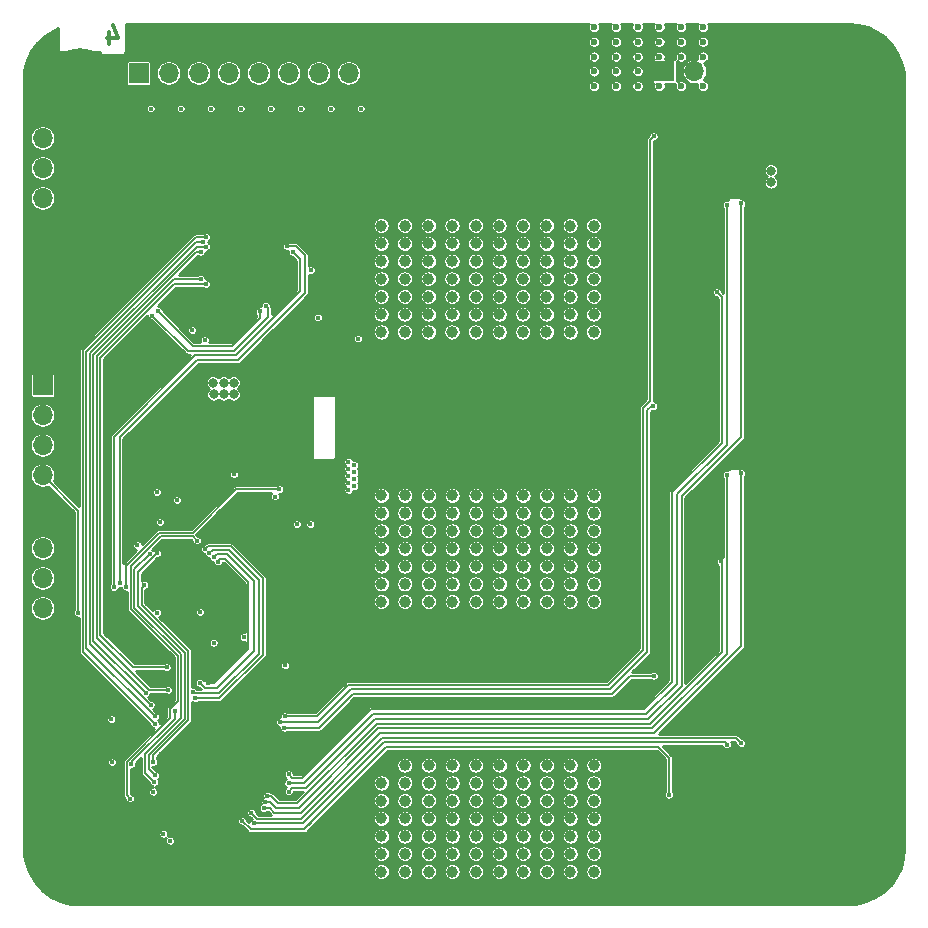
<source format=gbl>
G04 #@! TF.GenerationSoftware,KiCad,Pcbnew,5.1.10-88a1d61d58~90~ubuntu20.04.1*
G04 #@! TF.CreationDate,2021-09-18T22:35:19+02:00*
G04 #@! TF.ProjectId,eval_board_tmc6200-ta,6576616c-5f62-46f6-9172-645f746d6336,rev?*
G04 #@! TF.SameCoordinates,Original*
G04 #@! TF.FileFunction,Copper,L4,Bot*
G04 #@! TF.FilePolarity,Positive*
%FSLAX46Y46*%
G04 Gerber Fmt 4.6, Leading zero omitted, Abs format (unit mm)*
G04 Created by KiCad (PCBNEW 5.1.10-88a1d61d58~90~ubuntu20.04.1) date 2021-09-18 22:35:19*
%MOMM*%
%LPD*%
G01*
G04 APERTURE LIST*
G04 #@! TA.AperFunction,NonConductor*
%ADD10C,0.300000*%
G04 #@! TD*
G04 #@! TA.AperFunction,ConnectorPad*
%ADD11C,5.400000*%
G04 #@! TD*
G04 #@! TA.AperFunction,ComponentPad*
%ADD12C,3.100000*%
G04 #@! TD*
G04 #@! TA.AperFunction,ComponentPad*
%ADD13O,1.700000X1.700000*%
G04 #@! TD*
G04 #@! TA.AperFunction,ComponentPad*
%ADD14R,1.700000X1.700000*%
G04 #@! TD*
G04 #@! TA.AperFunction,ViaPad*
%ADD15C,0.400000*%
G04 #@! TD*
G04 #@! TA.AperFunction,ViaPad*
%ADD16C,0.600000*%
G04 #@! TD*
G04 #@! TA.AperFunction,ViaPad*
%ADD17C,0.800000*%
G04 #@! TD*
G04 #@! TA.AperFunction,ViaPad*
%ADD18C,1.000000*%
G04 #@! TD*
G04 #@! TA.AperFunction,Conductor*
%ADD19C,0.200000*%
G04 #@! TD*
G04 #@! TA.AperFunction,Conductor*
%ADD20C,0.250000*%
G04 #@! TD*
G04 #@! TA.AperFunction,Conductor*
%ADD21C,0.100000*%
G04 #@! TD*
G04 APERTURE END LIST*
D10*
X197464285Y-40928571D02*
X197464285Y-41928571D01*
X197821428Y-40357142D02*
X198178571Y-41428571D01*
X197250000Y-41428571D01*
D11*
X195000000Y-110000000D03*
D12*
X195000000Y-110000000D03*
D13*
X191825000Y-80985000D03*
X191825000Y-78445000D03*
X191825000Y-75905000D03*
X191825000Y-73365000D03*
D14*
X191825000Y-70825000D03*
D13*
X191825000Y-84605000D03*
X191825000Y-87145000D03*
X191825000Y-89685000D03*
D14*
X191825000Y-92225000D03*
D13*
X252095000Y-44250000D03*
X249555000Y-44250000D03*
X247015000Y-44250000D03*
D14*
X244475000Y-44250000D03*
D13*
X217730000Y-41860000D03*
X217730000Y-44400000D03*
X215190000Y-41860000D03*
X215190000Y-44400000D03*
X212650000Y-41860000D03*
X212650000Y-44400000D03*
X210110000Y-41860000D03*
X210110000Y-44400000D03*
X207570000Y-41860000D03*
X207570000Y-44400000D03*
X205030000Y-41860000D03*
X205030000Y-44400000D03*
X202490000Y-41860000D03*
X202490000Y-44400000D03*
X199950000Y-41860000D03*
D14*
X199950000Y-44400000D03*
D13*
X191825000Y-49880000D03*
X191825000Y-52420000D03*
X191825000Y-54960000D03*
D14*
X191825000Y-57500000D03*
D11*
X195000000Y-45000000D03*
D12*
X195000000Y-45000000D03*
D11*
X260000000Y-45000000D03*
D12*
X260000000Y-45000000D03*
D11*
X260000000Y-110000000D03*
D12*
X260000000Y-110000000D03*
D15*
X226000000Y-68000000D03*
X228000000Y-68000000D03*
X230000000Y-68000000D03*
X232000000Y-68000000D03*
X234000000Y-68000000D03*
X232000000Y-46000000D03*
X230000000Y-46000000D03*
X228000000Y-46000000D03*
X226000000Y-46000000D03*
X228000000Y-50000000D03*
X230000000Y-50000000D03*
X230000000Y-48000000D03*
X228000000Y-48000000D03*
X232000000Y-48000000D03*
X232000000Y-50000000D03*
X232000000Y-52000000D03*
X230000000Y-52000000D03*
X228000000Y-52000000D03*
X226000000Y-52000000D03*
X226000000Y-50000000D03*
X226000000Y-48000000D03*
X234000000Y-52000000D03*
X234000000Y-50000000D03*
X234000000Y-48000000D03*
X233000000Y-92000000D03*
X231000000Y-92000000D03*
X229000000Y-92000000D03*
X227000000Y-92000000D03*
X225000000Y-92000000D03*
X225000000Y-94000000D03*
X227000000Y-94000000D03*
X229000000Y-94000000D03*
X231000000Y-94000000D03*
X233000000Y-94000000D03*
D16*
X256350000Y-43000000D03*
X254500000Y-41750000D03*
X250800000Y-45500000D03*
X252650000Y-45500000D03*
X250800000Y-41750000D03*
X256350000Y-41750000D03*
X252650000Y-43000000D03*
X256350000Y-40500000D03*
X252650000Y-40500000D03*
X256350000Y-45500000D03*
X254500000Y-43000000D03*
X254500000Y-40500000D03*
X252650000Y-41750000D03*
X254500000Y-45500000D03*
X250800000Y-40500000D03*
X248950000Y-40500000D03*
X248950000Y-45500000D03*
X250800000Y-43000000D03*
X248950000Y-43000000D03*
X248950000Y-41750000D03*
X254500000Y-44250000D03*
X256350000Y-44250000D03*
D15*
X207815228Y-60682469D03*
X208665228Y-62382469D03*
X209515228Y-60682469D03*
X210365228Y-61532469D03*
X209515228Y-62382469D03*
X207815228Y-61532469D03*
X209515228Y-61532469D03*
X208665228Y-61532469D03*
X208665228Y-58982469D03*
X210365228Y-60682469D03*
X210365228Y-59832469D03*
X206965228Y-60682469D03*
X211215228Y-60682469D03*
X208665228Y-60682469D03*
X209515228Y-58982469D03*
X208665228Y-59832469D03*
X209515228Y-59832469D03*
X207815228Y-59832469D03*
X203300000Y-88625000D03*
X203300000Y-85225000D03*
X205000000Y-87775000D03*
X205000000Y-86075000D03*
X204150000Y-87775000D03*
X204150000Y-86075000D03*
X202450000Y-87775000D03*
X202450000Y-86075000D03*
X205000000Y-86925000D03*
X203300000Y-86925000D03*
X202450000Y-86925000D03*
X205850000Y-86925000D03*
X201600000Y-86925000D03*
X200412297Y-93936365D03*
X218525000Y-70755000D03*
X211000000Y-78800000D03*
X211000000Y-78200000D03*
X211000000Y-77600000D03*
X211000000Y-77000000D03*
D16*
X205103654Y-103096998D03*
X206145364Y-104138708D03*
X206091482Y-102109170D03*
X207133192Y-103150879D03*
X207079310Y-101121342D03*
X208121020Y-102163051D03*
X208067139Y-100133513D03*
X209108848Y-101175223D03*
X207061350Y-99127725D03*
X205085694Y-101103381D03*
X204097865Y-102091209D03*
X206073522Y-100115553D03*
X208138981Y-104156668D03*
X209126809Y-103168840D03*
X207151153Y-105144496D03*
X210114637Y-102181012D03*
D15*
X204727049Y-109924114D03*
X204147222Y-110503941D03*
X199497994Y-99667530D03*
X199232829Y-98553837D03*
X201813769Y-95230435D03*
X200500000Y-105675000D03*
X199900000Y-106275000D03*
X201300000Y-95875000D03*
X205800000Y-94125054D03*
X208950000Y-80650000D03*
X208500000Y-80650000D03*
X209400000Y-80650000D03*
X206174512Y-94242069D03*
X199675000Y-104450000D03*
X205400000Y-94242069D03*
X205300000Y-80175000D03*
X207250000Y-90225000D03*
X212523231Y-62272280D03*
X215196095Y-61819732D03*
X205750000Y-74650000D03*
X209779657Y-56261873D03*
X204716773Y-55597192D03*
X206788595Y-55165857D03*
X207743190Y-65157276D03*
X212875000Y-53500000D03*
X210300000Y-54149996D03*
X206525000Y-54150000D03*
X214500000Y-86475000D03*
X198687502Y-92912498D03*
X199825410Y-100716920D03*
X204950000Y-81600000D03*
X201886850Y-102036850D03*
X198808558Y-97599250D03*
X202700000Y-94225000D03*
X212500000Y-62775006D03*
X213350000Y-86475000D03*
X214000000Y-56150000D03*
X215400000Y-57550000D03*
X201000596Y-96099990D03*
X207572301Y-66754155D03*
X207282387Y-66999989D03*
X207862215Y-66464241D03*
X213024646Y-62774646D03*
X213650000Y-95050000D03*
X213350000Y-94775000D03*
X213975000Y-95300000D03*
X216175000Y-95275000D03*
X215875000Y-95000000D03*
X215575000Y-94725000D03*
X216475000Y-95550000D03*
X207750000Y-93250000D03*
X207475000Y-93550000D03*
X208050000Y-92975000D03*
X203825000Y-91675000D03*
X205200000Y-93100000D03*
X209125000Y-64625000D03*
X208475000Y-65800000D03*
X205900000Y-73775000D03*
X217425000Y-80725000D03*
X216000000Y-81300000D03*
X200475000Y-95325000D03*
X204725000Y-94025000D03*
X206375000Y-93525000D03*
X207150000Y-94225000D03*
X204425000Y-92725000D03*
X208625000Y-92850000D03*
X203825000Y-90425000D03*
X197550000Y-90300000D03*
X197525000Y-91650000D03*
X199200000Y-90300000D03*
X244000000Y-114000000D03*
X246000000Y-114000000D03*
X248000000Y-114000000D03*
X250000000Y-114000000D03*
X252000000Y-114000000D03*
X254000000Y-114000000D03*
X256000000Y-114000000D03*
X258000000Y-114000000D03*
X260000000Y-114000000D03*
X262000000Y-114000000D03*
X242000000Y-114000000D03*
X240000000Y-114000000D03*
X238000000Y-114000000D03*
X236000000Y-114000000D03*
X234000000Y-114000000D03*
X232000000Y-114000000D03*
X230000000Y-114000000D03*
X228000000Y-114000000D03*
X226000000Y-114000000D03*
X224000000Y-114000000D03*
X222000000Y-114000000D03*
X244000000Y-112000000D03*
X244000000Y-110000000D03*
X246000000Y-110000000D03*
X246000000Y-112000000D03*
X248000000Y-110000000D03*
X248000000Y-112000000D03*
X250000000Y-112000000D03*
X250000000Y-110000000D03*
X252000000Y-110000000D03*
X252000000Y-112000000D03*
X254000000Y-112000000D03*
X254000000Y-110000000D03*
X256000000Y-110000000D03*
X256000000Y-112000000D03*
X258000000Y-112000000D03*
X256000000Y-108000000D03*
X254000000Y-108000000D03*
X252000000Y-108000000D03*
X250000000Y-108000000D03*
X246000000Y-108000000D03*
X244000000Y-108000000D03*
X250000000Y-106000000D03*
X252000000Y-106000000D03*
X254000000Y-106000000D03*
X256000000Y-106000000D03*
X258000000Y-106000000D03*
X260000000Y-106000000D03*
X262000000Y-106000000D03*
X264000000Y-106000000D03*
X264000000Y-108000000D03*
X264000000Y-110000000D03*
X264000000Y-112000000D03*
X264000000Y-104000000D03*
X264000000Y-102000000D03*
X264000000Y-100000000D03*
X264000000Y-98000000D03*
X264000000Y-96000000D03*
X264000000Y-94000000D03*
X264000000Y-92000000D03*
X264000000Y-90000000D03*
X264000000Y-88000000D03*
X264000000Y-86000000D03*
X264000000Y-84000000D03*
X264000000Y-82000000D03*
X262000000Y-94000000D03*
X262000000Y-92000000D03*
X262000000Y-90000000D03*
X262000000Y-88000000D03*
X262000000Y-86000000D03*
X262000000Y-84000000D03*
X260000000Y-84000000D03*
X258000000Y-84000000D03*
X256000000Y-84000000D03*
X254000000Y-84000000D03*
X252000000Y-84000000D03*
X252000000Y-86000000D03*
X252000000Y-88000000D03*
X252000000Y-90000000D03*
X252000000Y-92000000D03*
X252000000Y-94000000D03*
X254000000Y-94000000D03*
X256000000Y-94000000D03*
X258000000Y-94000000D03*
X260000000Y-94000000D03*
X260000000Y-92000000D03*
X260000000Y-90000000D03*
X260000000Y-88000000D03*
X260000000Y-86000000D03*
X258000000Y-86000000D03*
X256000000Y-86000000D03*
X254000000Y-86000000D03*
X254000000Y-88000000D03*
X254000000Y-90000000D03*
X254000000Y-92000000D03*
X256000000Y-92000000D03*
X258000000Y-92000000D03*
X258000000Y-90000000D03*
X258000000Y-88000000D03*
X256000000Y-88000000D03*
X256000000Y-90000000D03*
X252000000Y-96000000D03*
X250000000Y-96000000D03*
X248000000Y-92000000D03*
X248000000Y-90000000D03*
X248000000Y-88000000D03*
X244000000Y-92000000D03*
X244000000Y-90000000D03*
X244000000Y-88000000D03*
X244000000Y-86000000D03*
X244000000Y-84000000D03*
X244000000Y-94000000D03*
X248000000Y-94000000D03*
X241000000Y-94000000D03*
X241000000Y-92000000D03*
X239000000Y-94000000D03*
X237000000Y-94000000D03*
X235000000Y-94000000D03*
X235000000Y-92000000D03*
X237000000Y-92000000D03*
X239000000Y-92000000D03*
X223000000Y-94000000D03*
X221000000Y-94000000D03*
X221000000Y-92000000D03*
X223000000Y-92000000D03*
X264000000Y-80000000D03*
X264000000Y-78000000D03*
X264000000Y-76000000D03*
X264000000Y-74000000D03*
X264000000Y-72000000D03*
X264000000Y-70000000D03*
X264000000Y-68000000D03*
X264000000Y-66000000D03*
X264000000Y-64000000D03*
X264000000Y-62000000D03*
X264000000Y-60000000D03*
X264000000Y-58000000D03*
X264000000Y-56000000D03*
X264000000Y-54000000D03*
X264000000Y-52000000D03*
X264000000Y-50000000D03*
X264000000Y-48000000D03*
X264000000Y-46000000D03*
X264000000Y-44000000D03*
X262000000Y-48000000D03*
X262000000Y-72000000D03*
X262000000Y-70000000D03*
X262000000Y-68000000D03*
X262000000Y-66000000D03*
X262000000Y-64000000D03*
X262000000Y-62000000D03*
X262000000Y-60000000D03*
X252000000Y-60000000D03*
X252000000Y-62000000D03*
X252000000Y-64000000D03*
X252000000Y-66000000D03*
X252000000Y-68000000D03*
X252000000Y-70000000D03*
X252000000Y-72000000D03*
X254000000Y-72000000D03*
X256000000Y-72000000D03*
X258000000Y-72000000D03*
X260000000Y-72000000D03*
X260000000Y-70000000D03*
X260000000Y-68000000D03*
X260000000Y-66000000D03*
X260000000Y-64000000D03*
X260000000Y-62000000D03*
X258000000Y-62000000D03*
X256000000Y-62000000D03*
X254000000Y-62000000D03*
X254000000Y-64000000D03*
X254000000Y-66000000D03*
X254000000Y-68000000D03*
X254000000Y-70000000D03*
X256000000Y-70000000D03*
X258000000Y-70000000D03*
X258000000Y-68000000D03*
X258000000Y-66000000D03*
X258000000Y-64000000D03*
X256000000Y-64000000D03*
X256000000Y-66000000D03*
X256000000Y-68000000D03*
X252000000Y-58000000D03*
X260000000Y-48000000D03*
X258000000Y-48000000D03*
X256000000Y-48000000D03*
X254000000Y-48000000D03*
X252000000Y-48000000D03*
X252000000Y-50000000D03*
X250000000Y-48000000D03*
X248000000Y-48000000D03*
X246000000Y-48000000D03*
X244000000Y-48000000D03*
X242000000Y-48000000D03*
X240000000Y-48000000D03*
X240000000Y-50000000D03*
X242000000Y-50000000D03*
X246000000Y-50000000D03*
X248000000Y-50000000D03*
X250000000Y-50000000D03*
X262000000Y-42000000D03*
X260000000Y-42000000D03*
X258000000Y-42000000D03*
X248000000Y-66000000D03*
X248000000Y-64000000D03*
X246000000Y-64000000D03*
X244000000Y-64000000D03*
X244000000Y-66000000D03*
X246000000Y-66000000D03*
X244000000Y-68000000D03*
X246000000Y-68000000D03*
X248000000Y-68000000D03*
X244000000Y-70000000D03*
X244000000Y-72000000D03*
X246000000Y-72000000D03*
X246000000Y-70000000D03*
X248000000Y-70000000D03*
X248000000Y-72000000D03*
X238000000Y-48000000D03*
X236000000Y-48000000D03*
X235987500Y-50012500D03*
X238000000Y-50000000D03*
X237987500Y-52012500D03*
X238000000Y-54000000D03*
X236000000Y-54000000D03*
X236000000Y-52000000D03*
X234000000Y-54000000D03*
X232000000Y-54000000D03*
X230000000Y-54000000D03*
X228000000Y-54000000D03*
X226000000Y-54000000D03*
X224000000Y-54000000D03*
X222000000Y-54000000D03*
X220000000Y-54000000D03*
X220000000Y-52000000D03*
X220000000Y-50000000D03*
X220000000Y-48000000D03*
X222000000Y-48000000D03*
X222000000Y-50000000D03*
X222000000Y-52000000D03*
X224000000Y-52000000D03*
X224000000Y-50000000D03*
X224000000Y-48000000D03*
X220000000Y-46000000D03*
X220000000Y-44000000D03*
X220000000Y-42000000D03*
X222000000Y-42000000D03*
X222000000Y-44000000D03*
X222000000Y-46000000D03*
X224000000Y-46000000D03*
X224000000Y-44000000D03*
X224000000Y-42000000D03*
X226000000Y-42000000D03*
X228000000Y-42000000D03*
X230000000Y-42000000D03*
X232000000Y-42000000D03*
X234000000Y-42000000D03*
X236000000Y-42000000D03*
X236000000Y-44000000D03*
X236000000Y-46000000D03*
X234000000Y-44000000D03*
X232000000Y-44000000D03*
X230000000Y-44000000D03*
X228000000Y-44000000D03*
X226000000Y-44000000D03*
X242000000Y-68000000D03*
X240000000Y-68000000D03*
X238000000Y-68000000D03*
X236000000Y-68000000D03*
X224000000Y-68000000D03*
X222000000Y-68000000D03*
X220000000Y-68000000D03*
X220000000Y-70000000D03*
X220000000Y-72000000D03*
X220000000Y-74000000D03*
X220000000Y-76000000D03*
X220000000Y-78000000D03*
X222000000Y-78000000D03*
X222000000Y-76000000D03*
X222000000Y-74000000D03*
X222000000Y-72000000D03*
X222000000Y-70000000D03*
X224000000Y-70000000D03*
X224000000Y-72000000D03*
X224000000Y-74000000D03*
X224000000Y-76000000D03*
X224000000Y-78000000D03*
X226000000Y-78000000D03*
X228000000Y-78000000D03*
X230000000Y-78000000D03*
X232000000Y-78000000D03*
X234000000Y-78000000D03*
X236000000Y-78000000D03*
X238000000Y-78000000D03*
X238000000Y-76000000D03*
X238000000Y-74000000D03*
X238000000Y-72000000D03*
X238000000Y-70000000D03*
X236000000Y-70000000D03*
X236000000Y-72000000D03*
X236000000Y-74000000D03*
X236000000Y-76000000D03*
X234000000Y-76000000D03*
X234000000Y-74000000D03*
X234137500Y-71862500D03*
X234000000Y-70000000D03*
X232000000Y-70000000D03*
X230000000Y-70000000D03*
X228000000Y-70000000D03*
X226000000Y-70000000D03*
X226000000Y-72000000D03*
X226000000Y-74000000D03*
X226000000Y-76000000D03*
X228000000Y-76000000D03*
X230000000Y-76000000D03*
X232000000Y-76000000D03*
X232000000Y-74000000D03*
X232137500Y-71862500D03*
X230137500Y-71862500D03*
X228000000Y-74000000D03*
X230000000Y-74000000D03*
X228000000Y-72000000D03*
X240000000Y-70000000D03*
X242000000Y-70000000D03*
X242000000Y-72000000D03*
X240000000Y-72000000D03*
X240000000Y-74000000D03*
X218000000Y-114000000D03*
X218000000Y-112000000D03*
X216000000Y-112000000D03*
X216000000Y-114000000D03*
X214000000Y-112000000D03*
X214000000Y-110000000D03*
X216000000Y-110000000D03*
X218000000Y-110000000D03*
X216000000Y-108000000D03*
X218000000Y-106000000D03*
X218000000Y-108000000D03*
X212000000Y-110000000D03*
X212000000Y-112000000D03*
X212000000Y-114000000D03*
X214000000Y-114000000D03*
X210000000Y-114000000D03*
X210000000Y-112000000D03*
X210000000Y-110000000D03*
X208000000Y-112000000D03*
X208000000Y-114000000D03*
X206000000Y-112000000D03*
X206000000Y-110000000D03*
X206000000Y-114000000D03*
X204000000Y-112000000D03*
X204000000Y-114000000D03*
X202000000Y-114000000D03*
X200000000Y-114000000D03*
X198000000Y-114000000D03*
X196000000Y-114000000D03*
X194000000Y-114000000D03*
X198000000Y-112000000D03*
X200000000Y-112000000D03*
X202000000Y-112000000D03*
X198000000Y-110000000D03*
X200000000Y-110000000D03*
X202000000Y-110000000D03*
X192000000Y-112000000D03*
X191000000Y-110000000D03*
X191000000Y-108000000D03*
X191000000Y-104000000D03*
X191000000Y-102000000D03*
X191000000Y-100000000D03*
X191000000Y-98000000D03*
X191000000Y-96000000D03*
X193000000Y-96000000D03*
X193000000Y-98000000D03*
X193000000Y-100000000D03*
X193000000Y-102000000D03*
X193000000Y-104000000D03*
X195000000Y-104000000D03*
X195000000Y-102000000D03*
X195000000Y-100000000D03*
X195000000Y-98000000D03*
X195000000Y-96000000D03*
X191000000Y-106000000D03*
X193000000Y-106000000D03*
X195000000Y-106000000D03*
X191000000Y-94000000D03*
X193000000Y-94000000D03*
X195000000Y-94000000D03*
X197000000Y-96000000D03*
X197000000Y-98000000D03*
X197000000Y-100000000D03*
X197000000Y-102000000D03*
X197000000Y-104000000D03*
X218000000Y-98000000D03*
X216000000Y-100000000D03*
X193000000Y-92000000D03*
X193000000Y-86000000D03*
X193000000Y-84000000D03*
X193000000Y-82000000D03*
X193000000Y-78000000D03*
X193000000Y-76000000D03*
X193000000Y-72000000D03*
X193000000Y-70000000D03*
X193000000Y-68000000D03*
X193000000Y-66000000D03*
X193000000Y-64000000D03*
X193000000Y-62000000D03*
X193000000Y-60000000D03*
X191000000Y-60000000D03*
X191000000Y-62000000D03*
X191000000Y-64000000D03*
X191000000Y-66000000D03*
X191000000Y-68000000D03*
X195000000Y-60000000D03*
X195000000Y-62000000D03*
X195000000Y-64000000D03*
X195000000Y-66000000D03*
X197000000Y-62000000D03*
X197000000Y-64000000D03*
X199000000Y-60000000D03*
X199000000Y-58000000D03*
X199000000Y-56000000D03*
X199000000Y-54000000D03*
X199000000Y-52000000D03*
X199000000Y-50000000D03*
X199000000Y-48000000D03*
X197000000Y-48000000D03*
X197000000Y-50000000D03*
X197000000Y-52000000D03*
X197000000Y-54000000D03*
X195000000Y-52000000D03*
X195000000Y-50000000D03*
X195000000Y-48000000D03*
X193000000Y-48000000D03*
X191000000Y-48000000D03*
X191000000Y-54000000D03*
X191000000Y-56000000D03*
X193000000Y-58000000D03*
X193000000Y-56000000D03*
X193000000Y-54000000D03*
X195000000Y-58000000D03*
X195000000Y-56000000D03*
X201000000Y-54000000D03*
X201000000Y-56000000D03*
X201000000Y-58000000D03*
X201000000Y-60000000D03*
X203000000Y-56000000D03*
X203000000Y-58000000D03*
X201000000Y-52000000D03*
X201000000Y-50000000D03*
X201000000Y-48000000D03*
X203000000Y-50000000D03*
X203000000Y-48000000D03*
X203000000Y-52000000D03*
X203000000Y-54000000D03*
X205000000Y-54000000D03*
X205000000Y-52000000D03*
X207000000Y-48000000D03*
X207000000Y-50000000D03*
X207000000Y-52000000D03*
X209000000Y-52000000D03*
X209000000Y-50000000D03*
X209000000Y-48000000D03*
X211000000Y-48000000D03*
X211000000Y-50000000D03*
X217000000Y-48000000D03*
X217000000Y-50000000D03*
X217000000Y-52000000D03*
X217000000Y-54000000D03*
X217000000Y-56000000D03*
X217000000Y-58000000D03*
X217000000Y-60000000D03*
X217000000Y-62000000D03*
X217000000Y-64000000D03*
X219000000Y-66000000D03*
X215000000Y-60000000D03*
X215000000Y-56000000D03*
X215000000Y-64000000D03*
X217000000Y-68000000D03*
X213000000Y-68000000D03*
X211000000Y-68000000D03*
X213000000Y-66000000D03*
X215000000Y-70000000D03*
X217000000Y-70000000D03*
X213000000Y-70000000D03*
X211000000Y-70000000D03*
X203000000Y-64000000D03*
X205000000Y-64000000D03*
X199000000Y-68000000D03*
X201000000Y-68000000D03*
X203000000Y-68000000D03*
X199000000Y-70000000D03*
X201000000Y-70000000D03*
X199000000Y-72000000D03*
X199000000Y-76000000D03*
X199000000Y-78000000D03*
X199000000Y-80000000D03*
X199000000Y-82000000D03*
X199000000Y-84000000D03*
X203000000Y-76000000D03*
X203000000Y-78000000D03*
X203000000Y-80000000D03*
X203000000Y-74000000D03*
X203000000Y-72000000D03*
X205000000Y-72000000D03*
X205000000Y-74000000D03*
X205000000Y-76000000D03*
X205000000Y-78000000D03*
X207000000Y-78000000D03*
X207000000Y-80000000D03*
X207000000Y-82000000D03*
X207000000Y-84000000D03*
X209000000Y-82000000D03*
X209000000Y-84000000D03*
X211000000Y-84000000D03*
X211000000Y-86000000D03*
X211000000Y-88000000D03*
X213000000Y-88000000D03*
X215000000Y-88000000D03*
X217000000Y-88000000D03*
X217000000Y-86000000D03*
X217000000Y-84000000D03*
X217000000Y-82000000D03*
X211000000Y-90000000D03*
X213000000Y-90000000D03*
X215000000Y-90000000D03*
X217000000Y-90000000D03*
X217000000Y-92000000D03*
X215000000Y-92000000D03*
X213000000Y-92000000D03*
X213000000Y-94000000D03*
X215000000Y-94000000D03*
X217000000Y-94000000D03*
X191000000Y-45000000D03*
X191000000Y-72000000D03*
X191000000Y-80000000D03*
X191000000Y-82000000D03*
X191000000Y-86000000D03*
X205000000Y-70000000D03*
X197025000Y-106350000D03*
D16*
X238500000Y-45500000D03*
X238500000Y-41750000D03*
X238500000Y-43000000D03*
X238500000Y-44250000D03*
X247750000Y-40500000D03*
X240350000Y-40500000D03*
X242200000Y-40500000D03*
X244050000Y-40500000D03*
X245900000Y-40500000D03*
X245900000Y-41750000D03*
X242200000Y-41750000D03*
X244050000Y-41750000D03*
X247750000Y-41750000D03*
X240350000Y-41750000D03*
X245900000Y-43000000D03*
X242200000Y-43000000D03*
X244050000Y-43000000D03*
X247750000Y-43000000D03*
X240350000Y-43000000D03*
X245900000Y-45500000D03*
X242200000Y-45500000D03*
X244050000Y-45500000D03*
X247750000Y-45500000D03*
X240350000Y-45500000D03*
X242200000Y-44250000D03*
X240350000Y-44250000D03*
D15*
X218525000Y-66880000D03*
X202634013Y-109393784D03*
X202054186Y-108813957D03*
D17*
X208000000Y-71600000D03*
X208000000Y-70600000D03*
X207150000Y-71600000D03*
X207150000Y-70600000D03*
X206300000Y-71600000D03*
X206250000Y-70600000D03*
D18*
X222500000Y-80150000D03*
X226500000Y-80150000D03*
X224500000Y-80150000D03*
X220500000Y-80150000D03*
X228500000Y-80150000D03*
X232500000Y-80150000D03*
X236500000Y-80150000D03*
X234500000Y-80150000D03*
X230500000Y-80150000D03*
X238500000Y-80150000D03*
X228500000Y-89150000D03*
X220500000Y-89150000D03*
X222500000Y-89150000D03*
X224500000Y-89150000D03*
X230500000Y-89150000D03*
X234500000Y-89150000D03*
X236500000Y-89150000D03*
X226500000Y-89150000D03*
X232500000Y-89150000D03*
X238500000Y-89150000D03*
X228500000Y-87650000D03*
X220500000Y-87650000D03*
X222500000Y-87650000D03*
X224500000Y-87650000D03*
X230500000Y-87650000D03*
X234500000Y-87650000D03*
X236500000Y-87650000D03*
X226500000Y-87650000D03*
X232500000Y-87650000D03*
X238500000Y-87650000D03*
X228500000Y-86150000D03*
X220500000Y-86150000D03*
X222500000Y-86150000D03*
X224500000Y-86150000D03*
X230500000Y-86150000D03*
X234500000Y-86150000D03*
X236500000Y-86150000D03*
X226500000Y-86150000D03*
X232500000Y-86150000D03*
X238500000Y-86150000D03*
X228500000Y-84650000D03*
X220500000Y-84650000D03*
X222500000Y-84650000D03*
X224500000Y-84650000D03*
X230500000Y-84650000D03*
X234500000Y-84650000D03*
X236500000Y-84650000D03*
X226500000Y-84650000D03*
X232500000Y-84650000D03*
X238500000Y-84650000D03*
X220500000Y-83150000D03*
X234500000Y-83150000D03*
X238500000Y-83150000D03*
X222500000Y-83150000D03*
X236500000Y-83150000D03*
X224500000Y-83150000D03*
X220500000Y-81650000D03*
X234500000Y-81650000D03*
X238500000Y-81650000D03*
X222500000Y-81650000D03*
X236500000Y-81650000D03*
X224500000Y-81650000D03*
X222500000Y-110500000D03*
X238500000Y-112000000D03*
X220500000Y-107500000D03*
X220500000Y-109000000D03*
X228500000Y-103000000D03*
X234500000Y-104500000D03*
X234500000Y-109000000D03*
X222500000Y-103000000D03*
X234500000Y-112000000D03*
X224500000Y-109000000D03*
X222500000Y-104500000D03*
X220500000Y-112000000D03*
X238500000Y-110500000D03*
X224500000Y-103000000D03*
X220500000Y-110500000D03*
X234500000Y-107500000D03*
X222500000Y-106000000D03*
X224500000Y-110500000D03*
X220500000Y-104500000D03*
X238500000Y-107500000D03*
X224500000Y-112000000D03*
X222500000Y-107500000D03*
X230500000Y-103000000D03*
X236500000Y-107500000D03*
X222500000Y-109000000D03*
X234500000Y-110500000D03*
X236500000Y-112000000D03*
X236500000Y-109000000D03*
X238500000Y-109000000D03*
X220500000Y-106000000D03*
X222500000Y-112000000D03*
X238500000Y-104500000D03*
X234500000Y-103000000D03*
X236500000Y-103000000D03*
X236500000Y-104500000D03*
X224500000Y-104500000D03*
X224500000Y-107500000D03*
X236500000Y-106000000D03*
X226500000Y-103000000D03*
X234500000Y-106000000D03*
X238500000Y-106000000D03*
X232500000Y-103000000D03*
X236500000Y-110500000D03*
X238500000Y-103000000D03*
X224500000Y-106000000D03*
X222485000Y-64815000D03*
X238485000Y-66315000D03*
X220485000Y-61815000D03*
X220485000Y-63315000D03*
X228485000Y-57315000D03*
X220485000Y-57315000D03*
X234485000Y-58815000D03*
X234485000Y-63315000D03*
X222485000Y-57315000D03*
X234485000Y-66315000D03*
X224485000Y-63315000D03*
X222485000Y-58815000D03*
X220485000Y-66315000D03*
X238485000Y-64815000D03*
X224485000Y-57315000D03*
X220485000Y-64815000D03*
X234485000Y-61815000D03*
X222485000Y-60315000D03*
X224485000Y-64815000D03*
X220485000Y-58815000D03*
X238485000Y-61815000D03*
X224485000Y-66315000D03*
X222485000Y-61815000D03*
X230485000Y-57315000D03*
X236485000Y-61815000D03*
X222485000Y-63315000D03*
X234485000Y-64815000D03*
X236485000Y-66315000D03*
X236485000Y-63315000D03*
X238485000Y-63315000D03*
X220485000Y-60315000D03*
X222485000Y-66315000D03*
X238485000Y-58815000D03*
X234485000Y-57315000D03*
X236485000Y-57315000D03*
X236485000Y-58815000D03*
X224485000Y-58815000D03*
X224485000Y-61815000D03*
X236485000Y-60315000D03*
X226485000Y-57315000D03*
X234485000Y-60315000D03*
X238485000Y-60315000D03*
X232485000Y-57315000D03*
X236485000Y-64815000D03*
X238485000Y-57315000D03*
X224485000Y-60315000D03*
X226485000Y-60315000D03*
X230485000Y-63315000D03*
X226485000Y-66315000D03*
X228485000Y-66315000D03*
X232485000Y-66315000D03*
X226485000Y-58815000D03*
X230485000Y-61815000D03*
X228485000Y-61815000D03*
X228485000Y-63315000D03*
X232485000Y-61815000D03*
X230485000Y-60315000D03*
X226485000Y-61815000D03*
X226485000Y-64815000D03*
X232485000Y-64815000D03*
X230485000Y-64815000D03*
X230485000Y-66315000D03*
X232485000Y-58815000D03*
X228485000Y-60315000D03*
X226485000Y-63315000D03*
X228485000Y-64815000D03*
X232485000Y-63315000D03*
X228485000Y-58815000D03*
X230485000Y-58815000D03*
X232485000Y-60315000D03*
X226500000Y-106000000D03*
X230500000Y-109000000D03*
X226500000Y-112000000D03*
X228500000Y-112000000D03*
X232500000Y-112000000D03*
X226500000Y-104500000D03*
X230500000Y-107500000D03*
X228500000Y-107500000D03*
X228500000Y-109000000D03*
X232500000Y-107500000D03*
X230500000Y-106000000D03*
X226500000Y-107500000D03*
X226500000Y-110500000D03*
X232500000Y-110500000D03*
X230500000Y-110500000D03*
X230500000Y-112000000D03*
X232500000Y-104500000D03*
X228500000Y-106000000D03*
X226500000Y-109000000D03*
X228500000Y-110500000D03*
X232500000Y-109000000D03*
X228500000Y-104500000D03*
X230500000Y-104500000D03*
X232500000Y-106000000D03*
X230500000Y-81650000D03*
X228500000Y-81650000D03*
X232500000Y-81650000D03*
X226500000Y-81650000D03*
X230500000Y-83150000D03*
X228500000Y-83150000D03*
X232500000Y-83150000D03*
X226500000Y-83150000D03*
D15*
X201187587Y-105250000D03*
D16*
X238500000Y-40500000D03*
D15*
X200970000Y-47400000D03*
X203510000Y-47400000D03*
X206050000Y-47400000D03*
X208590000Y-47400000D03*
X211130000Y-47400000D03*
X213670000Y-47400000D03*
X216210000Y-47400000D03*
X217725000Y-77300000D03*
X217725000Y-77900000D03*
X217725000Y-78500000D03*
X217725000Y-79100000D03*
X217725000Y-79700000D03*
X218225000Y-77600000D03*
X218225000Y-78200000D03*
X218225000Y-78800000D03*
X218225000Y-79400000D03*
X218750000Y-47400000D03*
X197650000Y-99100000D03*
X214500000Y-82600000D03*
X208850000Y-92150000D03*
X201500000Y-79875000D03*
X205550000Y-66999989D03*
X201760000Y-82430000D03*
X199850000Y-84380000D03*
X213350000Y-82600000D03*
X208040000Y-78380000D03*
X211500000Y-80250000D03*
X197700000Y-102750000D03*
X212375000Y-94550000D03*
X214538486Y-61091412D03*
X215132455Y-65093636D03*
X205159376Y-90050000D03*
X206300000Y-92625000D03*
X204500000Y-66175000D03*
X201524992Y-90085010D03*
X203200000Y-80550000D03*
X249745000Y-55550000D03*
X212646630Y-104521249D03*
X249745000Y-78400000D03*
X210697856Y-106106644D03*
X203019386Y-98428962D03*
X199350000Y-102900000D03*
X209700000Y-107930000D03*
X249750000Y-101250000D03*
X194825000Y-90085010D03*
X248900000Y-62950000D03*
X212650000Y-103750000D03*
X212324998Y-98850000D03*
X243549983Y-49750017D03*
X210866776Y-105583224D03*
X249225000Y-85750000D03*
X243539983Y-72590017D03*
X211950000Y-99350000D03*
X208725000Y-107725000D03*
X244845000Y-105500000D03*
X243564983Y-95440017D03*
X212300000Y-99850000D03*
X201575000Y-64525000D03*
X210210002Y-64580000D03*
X201125000Y-64925004D03*
X210699996Y-64100000D03*
X204900000Y-83975000D03*
X199225000Y-105825000D03*
X205659620Y-62274600D03*
X202325000Y-94700000D03*
X205200000Y-61825000D03*
X202450006Y-96625000D03*
X200540977Y-96892136D03*
X205200000Y-59550000D03*
X200966536Y-97883394D03*
X205667150Y-59082850D03*
X201318794Y-98872035D03*
X205375000Y-58675000D03*
X201300000Y-99475000D03*
X205675000Y-58275000D03*
X200448679Y-87726447D03*
X201212728Y-102725767D03*
D17*
X253495000Y-52650000D03*
X253495000Y-53650000D03*
D15*
X250970000Y-55430000D03*
X212650000Y-105225000D03*
X250970000Y-78280000D03*
X210531080Y-106648420D03*
X250975000Y-101130000D03*
X209500000Y-107025000D03*
X211875000Y-79625000D03*
X198899957Y-87900000D03*
X205125000Y-96025000D03*
X206300000Y-85410000D03*
X205800000Y-96075000D03*
X206653555Y-85763555D03*
X204766507Y-97348050D03*
X205590000Y-84700000D03*
X204564415Y-96800212D03*
X205943555Y-85053555D03*
X201509339Y-85062893D03*
X201354150Y-103857138D03*
X201283439Y-104422823D03*
X200878270Y-85128261D03*
X212525000Y-59075000D03*
X198350000Y-87600000D03*
X213000010Y-59525000D03*
X197850000Y-87932821D03*
D19*
X249745000Y-55550000D02*
X249745000Y-75845700D01*
X213965634Y-104475066D02*
X212675070Y-104475066D01*
X242940722Y-98674978D02*
X219765722Y-98674978D01*
X219765722Y-98674978D02*
X213965634Y-104475066D01*
X249745000Y-75845700D02*
X245525011Y-80065689D01*
X245525011Y-96090689D02*
X242940722Y-98674978D01*
X245525011Y-80065689D02*
X245525011Y-96090689D01*
X210697856Y-106106644D02*
X211106644Y-106106644D01*
X211106644Y-106106644D02*
X211625011Y-106625011D01*
X220262789Y-99875011D02*
X243440689Y-99875011D01*
X211625011Y-106625011D02*
X213512789Y-106625011D01*
X213512789Y-106625011D02*
X220262789Y-99875011D01*
X243440689Y-99875011D02*
X249745000Y-93570700D01*
X249745000Y-93570700D02*
X249745000Y-78400000D01*
X203019386Y-98428962D02*
X203019386Y-99055614D01*
X199350000Y-102725000D02*
X199350000Y-102900000D01*
X203019386Y-99055614D02*
X199350000Y-102725000D01*
X249575044Y-101075044D02*
X249750000Y-101250000D01*
X220759856Y-101075044D02*
X249575044Y-101075044D01*
X213904900Y-107930000D02*
X220759856Y-101075044D01*
X209700000Y-107930000D02*
X213904900Y-107930000D01*
X194825000Y-81445000D02*
X194825000Y-90085010D01*
X191825000Y-78445000D02*
X194825000Y-81445000D01*
X242775033Y-98274967D02*
X245125000Y-95925000D01*
X245125000Y-79900000D02*
X249325000Y-75700000D01*
X212650000Y-103750000D02*
X212975000Y-104075000D01*
X249325000Y-75700000D02*
X249325000Y-63375000D01*
X213800000Y-104075000D02*
X219600033Y-98274967D01*
X219600033Y-98274967D02*
X242775033Y-98274967D01*
X245125000Y-95925000D02*
X245125000Y-79900000D01*
X212975000Y-104075000D02*
X213800000Y-104075000D01*
X249325000Y-63375000D02*
X248900000Y-62950000D01*
X215050000Y-98850000D02*
X212324998Y-98850000D01*
X217725000Y-96175000D02*
X215050000Y-98850000D01*
X239684300Y-96175000D02*
X217725000Y-96175000D01*
X242624989Y-93234311D02*
X239684300Y-96175000D01*
X242624989Y-72775011D02*
X242624989Y-93234311D01*
X243275000Y-72125000D02*
X242624989Y-72775011D01*
X243275000Y-50025000D02*
X243275000Y-72125000D01*
X243549983Y-49750017D02*
X243275000Y-50025000D01*
X249325000Y-85850000D02*
X249225000Y-85750000D01*
X210866776Y-105583224D02*
X211149618Y-105583224D01*
X211149618Y-105583224D02*
X211791394Y-106225000D01*
X213347100Y-106225000D02*
X220097100Y-99475000D01*
X211791394Y-106225000D02*
X213347100Y-106225000D01*
X220097100Y-99475000D02*
X243275000Y-99475000D01*
X243275000Y-99475000D02*
X249325000Y-93425000D01*
X249325000Y-93425000D02*
X249325000Y-85850000D01*
X243539983Y-72590017D02*
X243384983Y-72590017D01*
X243025000Y-72950000D02*
X243025000Y-93400000D01*
X217915689Y-96575011D02*
X215140700Y-99350000D01*
X243384983Y-72590017D02*
X243025000Y-72950000D01*
X243025000Y-93400000D02*
X239849989Y-96575011D01*
X215140700Y-99350000D02*
X211950000Y-99350000D01*
X239849989Y-96575011D02*
X217915689Y-96575011D01*
X214653200Y-107753200D02*
X220931345Y-101475055D01*
X220931345Y-101475055D02*
X243950055Y-101475055D01*
X243950055Y-101475055D02*
X244845000Y-102370000D01*
X244845000Y-102370000D02*
X244845000Y-105500000D01*
X209430001Y-108430001D02*
X208725000Y-107725000D01*
X214081389Y-108325010D02*
X213985147Y-108430001D01*
X213985147Y-108430001D02*
X209430001Y-108430001D01*
X214515700Y-107890700D02*
X214653200Y-107753200D01*
X214653200Y-107753200D02*
X214081389Y-108325010D01*
X214515700Y-107890700D02*
X214081389Y-108325010D01*
X212300000Y-99850000D02*
X215206400Y-99850000D01*
X215206400Y-99850000D02*
X218081378Y-96975022D01*
X218081378Y-96975022D02*
X240024978Y-96975022D01*
X240024978Y-96975022D02*
X241559983Y-95440017D01*
X241559983Y-95440017D02*
X243564983Y-95440017D01*
X204549990Y-67499990D02*
X207875010Y-67499990D01*
X201575000Y-64525000D02*
X204549990Y-67499990D01*
X210210002Y-65164998D02*
X210210002Y-64580000D01*
X207875010Y-67499990D02*
X210210002Y-65164998D01*
X204099997Y-67900001D02*
X208040699Y-67900001D01*
X208040699Y-67900001D02*
X210899995Y-65040705D01*
X210899995Y-65040705D02*
X210899995Y-64299999D01*
X210699996Y-64100000D02*
X210899995Y-64299999D01*
X201125000Y-64925004D02*
X204099997Y-67900001D01*
X204900000Y-83975000D02*
X204525011Y-83600011D01*
X199299967Y-89774968D02*
X203249967Y-93724968D01*
X201824989Y-83600011D02*
X199299967Y-86125033D01*
X198949999Y-105549999D02*
X199225000Y-105825000D01*
X204525011Y-83600011D02*
X201824989Y-83600011D01*
X198949999Y-102700723D02*
X198949999Y-105549999D01*
X202619385Y-99031337D02*
X198949999Y-102700723D01*
X203249967Y-97575033D02*
X202619385Y-98205615D01*
X203249967Y-93724968D02*
X203249967Y-97575033D01*
X199299967Y-86125033D02*
X199299967Y-89774968D01*
X202619385Y-98205615D02*
X202619385Y-99031337D01*
X205659620Y-62274600D02*
X202948956Y-62274600D01*
X202948956Y-62274600D02*
X196725010Y-68498546D01*
X196725010Y-68498546D02*
X196725010Y-91950010D01*
X196725010Y-91950010D02*
X199475000Y-94700000D01*
X199475000Y-94700000D02*
X202325000Y-94700000D01*
X200848565Y-96625000D02*
X202450006Y-96625000D01*
X196425000Y-92201435D02*
X200848565Y-96625000D01*
X205200000Y-61825000D02*
X202974278Y-61825000D01*
X196425000Y-68374278D02*
X196425000Y-92201435D01*
X202974278Y-61825000D02*
X196425000Y-68374278D01*
X205200000Y-59550000D02*
X204825000Y-59550000D01*
X204825000Y-59550000D02*
X196125000Y-68250000D01*
X196125000Y-92476159D02*
X200540977Y-96892136D01*
X196125000Y-68250000D02*
X196125000Y-92476159D01*
X200966536Y-97883394D02*
X195825000Y-92741858D01*
X195825000Y-92741858D02*
X195825000Y-68125000D01*
X195825000Y-68125000D02*
X204867150Y-59082850D01*
X204867150Y-59082850D02*
X205667150Y-59082850D01*
X201318794Y-98872035D02*
X195525000Y-93078241D01*
X195525000Y-68000000D02*
X204850000Y-58675000D01*
X195525000Y-93078241D02*
X195525000Y-68000000D01*
X204850000Y-58675000D02*
X205375000Y-58675000D01*
X201300000Y-99475000D02*
X195225000Y-93400000D01*
X195225000Y-93400000D02*
X195225000Y-67875000D01*
X195225000Y-67875000D02*
X204825000Y-58275000D01*
X204825000Y-58275000D02*
X205675000Y-58275000D01*
X200200000Y-89402164D02*
X204150000Y-93352164D01*
X200448679Y-87726447D02*
X200200000Y-87975126D01*
X200200000Y-87975126D02*
X200200000Y-89402164D01*
X204150000Y-93352164D02*
X204150000Y-99208000D01*
X204150000Y-99208000D02*
X201212728Y-102145272D01*
X201212728Y-102145272D02*
X201212728Y-102725767D01*
X212650000Y-105225000D02*
X212975000Y-104900000D01*
X212975000Y-104900000D02*
X214106400Y-104900000D01*
X214106400Y-104900000D02*
X219931411Y-99074989D01*
X243106411Y-99074989D02*
X245925022Y-96256378D01*
X219931411Y-99074989D02*
X243106411Y-99074989D01*
X245925022Y-96256378D02*
X245925022Y-80231378D01*
X245925022Y-80231378D02*
X250970000Y-75186400D01*
X250970000Y-75186400D02*
X250970000Y-55430000D01*
X210531080Y-106648420D02*
X211073420Y-106648420D01*
X211073420Y-106648420D02*
X211450022Y-107025022D01*
X211450022Y-107025022D02*
X213678478Y-107025022D01*
X213678478Y-107025022D02*
X220428478Y-100275022D01*
X220428478Y-100275022D02*
X243606378Y-100275022D01*
X243606378Y-100275022D02*
X250970000Y-92911400D01*
X250970000Y-92911400D02*
X250970000Y-78280000D01*
X213744200Y-107525000D02*
X220594167Y-100675033D01*
X250520033Y-100675033D02*
X250975000Y-101130000D01*
X220594167Y-100675033D02*
X250520033Y-100675033D01*
X209500000Y-107025000D02*
X210000000Y-107525000D01*
X210000000Y-107525000D02*
X213744200Y-107525000D01*
X198899957Y-87900000D02*
X198899957Y-86100043D01*
X198899957Y-86100043D02*
X201700000Y-83300000D01*
X201700000Y-83300000D02*
X204525000Y-83300000D01*
X204525000Y-83300000D02*
X208200000Y-79625000D01*
X208200000Y-79625000D02*
X211875000Y-79625000D01*
X206300000Y-85410000D02*
X206560000Y-85150000D01*
X206560000Y-85150000D02*
X207450000Y-85150000D01*
X207450000Y-85150000D02*
X209700000Y-87400000D01*
X209700000Y-87400000D02*
X209700000Y-93364279D01*
X209700000Y-93364279D02*
X206564301Y-96499978D01*
X206564301Y-96499978D02*
X205599978Y-96499978D01*
X205599978Y-96499978D02*
X205125000Y-96025000D01*
X206653555Y-85763555D02*
X206867110Y-85550000D01*
X206867110Y-85550000D02*
X207300000Y-85550000D01*
X207300000Y-85550000D02*
X209250000Y-87500000D01*
X209250000Y-87500000D02*
X209250000Y-93200000D01*
X209250000Y-93200000D02*
X206375000Y-96075000D01*
X206375000Y-96075000D02*
X205800000Y-96075000D01*
X205590000Y-84700000D02*
X205840011Y-84449989D01*
X205840011Y-84449989D02*
X207749989Y-84449989D01*
X206776229Y-97348050D02*
X204766507Y-97348050D01*
X207749989Y-84449989D02*
X210475000Y-87175000D01*
X210475000Y-93649279D02*
X206776229Y-97348050D01*
X210475000Y-87175000D02*
X210475000Y-93649279D01*
X204564415Y-96800212D02*
X204664203Y-96900000D01*
X204664203Y-96900000D02*
X206800000Y-96900000D01*
X206800000Y-96900000D02*
X210150000Y-93550000D01*
X210150000Y-93550000D02*
X210150000Y-87275000D01*
X210150000Y-87275000D02*
X207625000Y-84750000D01*
X207625000Y-84750000D02*
X206247110Y-84750000D01*
X206247110Y-84750000D02*
X205943555Y-85053555D01*
X200799989Y-103302977D02*
X200799989Y-102133730D01*
X203849989Y-93476432D02*
X199899989Y-89526432D01*
X201354150Y-103857138D02*
X200799989Y-103302977D01*
X199899989Y-86672243D02*
X201509339Y-85062893D01*
X199899989Y-89526432D02*
X199899989Y-86672243D01*
X203849989Y-99083732D02*
X203849989Y-93476432D01*
X200799989Y-102133730D02*
X203849989Y-99083732D01*
X200878270Y-85128261D02*
X199599978Y-86406553D01*
X199599978Y-86406553D02*
X199599978Y-89650700D01*
X199599978Y-89650700D02*
X203549978Y-93600699D01*
X203549978Y-93600699D02*
X203549978Y-98959464D01*
X203549978Y-98959464D02*
X200499978Y-102009462D01*
X200499978Y-103639362D02*
X201283439Y-104422823D01*
X200499978Y-102009462D02*
X200499978Y-103639362D01*
X212525000Y-59075000D02*
X212710008Y-59075000D01*
X212710008Y-59075000D02*
X212760009Y-59024999D01*
X212760009Y-59024999D02*
X213240011Y-59024999D01*
X213240011Y-59024999D02*
X214025000Y-59809988D01*
X214025000Y-59809988D02*
X214025000Y-62715702D01*
X214025000Y-62715702D02*
X214025008Y-62715710D01*
X214025008Y-62715710D02*
X214025008Y-63047090D01*
X214025008Y-63047090D02*
X208372077Y-68700022D01*
X204890676Y-68700022D02*
X198350000Y-75240698D01*
X208372077Y-68700022D02*
X204890676Y-68700022D01*
X198350000Y-75240698D02*
X198350000Y-87600000D01*
X213000010Y-59525000D02*
X213625000Y-60149990D01*
X213625000Y-60149990D02*
X213625000Y-62881400D01*
X213625000Y-62881400D02*
X208206388Y-68300012D01*
X208206388Y-68300012D02*
X204724988Y-68300012D01*
X204724988Y-68300012D02*
X197850000Y-75175000D01*
X197850000Y-75175000D02*
X197850000Y-87932821D01*
D20*
X238034751Y-40251319D02*
X237995176Y-40346863D01*
X237975000Y-40448292D01*
X237975000Y-40551708D01*
X237995176Y-40653137D01*
X238034751Y-40748681D01*
X238092206Y-40834668D01*
X238165332Y-40907794D01*
X238251319Y-40965249D01*
X238346863Y-41004824D01*
X238448292Y-41025000D01*
X238551708Y-41025000D01*
X238653137Y-41004824D01*
X238748681Y-40965249D01*
X238834668Y-40907794D01*
X238907794Y-40834668D01*
X238965249Y-40748681D01*
X239004824Y-40653137D01*
X239025000Y-40551708D01*
X239025000Y-40448292D01*
X239004824Y-40346863D01*
X238965249Y-40251319D01*
X238940981Y-40215000D01*
X239909019Y-40215000D01*
X239884751Y-40251319D01*
X239845176Y-40346863D01*
X239825000Y-40448292D01*
X239825000Y-40551708D01*
X239845176Y-40653137D01*
X239884751Y-40748681D01*
X239942206Y-40834668D01*
X240015332Y-40907794D01*
X240101319Y-40965249D01*
X240196863Y-41004824D01*
X240298292Y-41025000D01*
X240401708Y-41025000D01*
X240503137Y-41004824D01*
X240598681Y-40965249D01*
X240684668Y-40907794D01*
X240757794Y-40834668D01*
X240815249Y-40748681D01*
X240854824Y-40653137D01*
X240875000Y-40551708D01*
X240875000Y-40448292D01*
X240854824Y-40346863D01*
X240815249Y-40251319D01*
X240790981Y-40215000D01*
X241759019Y-40215000D01*
X241734751Y-40251319D01*
X241695176Y-40346863D01*
X241675000Y-40448292D01*
X241675000Y-40551708D01*
X241695176Y-40653137D01*
X241734751Y-40748681D01*
X241792206Y-40834668D01*
X241865332Y-40907794D01*
X241951319Y-40965249D01*
X242046863Y-41004824D01*
X242148292Y-41025000D01*
X242251708Y-41025000D01*
X242353137Y-41004824D01*
X242448681Y-40965249D01*
X242534668Y-40907794D01*
X242607794Y-40834668D01*
X242665249Y-40748681D01*
X242704824Y-40653137D01*
X242725000Y-40551708D01*
X242725000Y-40448292D01*
X242704824Y-40346863D01*
X242665249Y-40251319D01*
X242640981Y-40215000D01*
X243609019Y-40215000D01*
X243584751Y-40251319D01*
X243545176Y-40346863D01*
X243525000Y-40448292D01*
X243525000Y-40551708D01*
X243545176Y-40653137D01*
X243584751Y-40748681D01*
X243642206Y-40834668D01*
X243715332Y-40907794D01*
X243801319Y-40965249D01*
X243896863Y-41004824D01*
X243998292Y-41025000D01*
X244101708Y-41025000D01*
X244203137Y-41004824D01*
X244298681Y-40965249D01*
X244384668Y-40907794D01*
X244457794Y-40834668D01*
X244515249Y-40748681D01*
X244554824Y-40653137D01*
X244575000Y-40551708D01*
X244575000Y-40448292D01*
X244554824Y-40346863D01*
X244515249Y-40251319D01*
X244490981Y-40215000D01*
X245459019Y-40215000D01*
X245434751Y-40251319D01*
X245395176Y-40346863D01*
X245375000Y-40448292D01*
X245375000Y-40551708D01*
X245395176Y-40653137D01*
X245434751Y-40748681D01*
X245492206Y-40834668D01*
X245565332Y-40907794D01*
X245651319Y-40965249D01*
X245746863Y-41004824D01*
X245848292Y-41025000D01*
X245951708Y-41025000D01*
X246053137Y-41004824D01*
X246148681Y-40965249D01*
X246234668Y-40907794D01*
X246307794Y-40834668D01*
X246365249Y-40748681D01*
X246404824Y-40653137D01*
X246425000Y-40551708D01*
X246425000Y-40448292D01*
X246404824Y-40346863D01*
X246365249Y-40251319D01*
X246340981Y-40215000D01*
X247309019Y-40215000D01*
X247284751Y-40251319D01*
X247245176Y-40346863D01*
X247225000Y-40448292D01*
X247225000Y-40551708D01*
X247245176Y-40653137D01*
X247284751Y-40748681D01*
X247342206Y-40834668D01*
X247415332Y-40907794D01*
X247501319Y-40965249D01*
X247596863Y-41004824D01*
X247698292Y-41025000D01*
X247801708Y-41025000D01*
X247903137Y-41004824D01*
X247998681Y-40965249D01*
X248084668Y-40907794D01*
X248157794Y-40834668D01*
X248215249Y-40748681D01*
X248254824Y-40653137D01*
X248275000Y-40551708D01*
X248275000Y-40448292D01*
X248254824Y-40346863D01*
X248215249Y-40251319D01*
X248190981Y-40215000D01*
X259990423Y-40215000D01*
X260847199Y-40291465D01*
X261667619Y-40515907D01*
X262435330Y-40882086D01*
X263126060Y-41378426D01*
X263717978Y-41989238D01*
X264192380Y-42695223D01*
X264534262Y-43474053D01*
X264733219Y-44302767D01*
X264785000Y-45007889D01*
X264785001Y-109990412D01*
X264708535Y-110847200D01*
X264484093Y-111667619D01*
X264117914Y-112435330D01*
X263621574Y-113126060D01*
X263010762Y-113717978D01*
X262304777Y-114192380D01*
X261525951Y-114534261D01*
X260697228Y-114733220D01*
X259992111Y-114785000D01*
X195009577Y-114785000D01*
X194152800Y-114708535D01*
X193332381Y-114484093D01*
X192564670Y-114117914D01*
X191873940Y-113621574D01*
X191282022Y-113010762D01*
X190807620Y-112304777D01*
X190642488Y-111928594D01*
X219775000Y-111928594D01*
X219775000Y-112071406D01*
X219802861Y-112211475D01*
X219857513Y-112343416D01*
X219936856Y-112462161D01*
X220037839Y-112563144D01*
X220156584Y-112642487D01*
X220288525Y-112697139D01*
X220428594Y-112725000D01*
X220571406Y-112725000D01*
X220711475Y-112697139D01*
X220843416Y-112642487D01*
X220962161Y-112563144D01*
X221063144Y-112462161D01*
X221142487Y-112343416D01*
X221197139Y-112211475D01*
X221225000Y-112071406D01*
X221225000Y-111928594D01*
X221775000Y-111928594D01*
X221775000Y-112071406D01*
X221802861Y-112211475D01*
X221857513Y-112343416D01*
X221936856Y-112462161D01*
X222037839Y-112563144D01*
X222156584Y-112642487D01*
X222288525Y-112697139D01*
X222428594Y-112725000D01*
X222571406Y-112725000D01*
X222711475Y-112697139D01*
X222843416Y-112642487D01*
X222962161Y-112563144D01*
X223063144Y-112462161D01*
X223142487Y-112343416D01*
X223197139Y-112211475D01*
X223225000Y-112071406D01*
X223225000Y-111928594D01*
X223775000Y-111928594D01*
X223775000Y-112071406D01*
X223802861Y-112211475D01*
X223857513Y-112343416D01*
X223936856Y-112462161D01*
X224037839Y-112563144D01*
X224156584Y-112642487D01*
X224288525Y-112697139D01*
X224428594Y-112725000D01*
X224571406Y-112725000D01*
X224711475Y-112697139D01*
X224843416Y-112642487D01*
X224962161Y-112563144D01*
X225063144Y-112462161D01*
X225142487Y-112343416D01*
X225197139Y-112211475D01*
X225225000Y-112071406D01*
X225225000Y-111928594D01*
X225775000Y-111928594D01*
X225775000Y-112071406D01*
X225802861Y-112211475D01*
X225857513Y-112343416D01*
X225936856Y-112462161D01*
X226037839Y-112563144D01*
X226156584Y-112642487D01*
X226288525Y-112697139D01*
X226428594Y-112725000D01*
X226571406Y-112725000D01*
X226711475Y-112697139D01*
X226843416Y-112642487D01*
X226962161Y-112563144D01*
X227063144Y-112462161D01*
X227142487Y-112343416D01*
X227197139Y-112211475D01*
X227225000Y-112071406D01*
X227225000Y-111928594D01*
X227775000Y-111928594D01*
X227775000Y-112071406D01*
X227802861Y-112211475D01*
X227857513Y-112343416D01*
X227936856Y-112462161D01*
X228037839Y-112563144D01*
X228156584Y-112642487D01*
X228288525Y-112697139D01*
X228428594Y-112725000D01*
X228571406Y-112725000D01*
X228711475Y-112697139D01*
X228843416Y-112642487D01*
X228962161Y-112563144D01*
X229063144Y-112462161D01*
X229142487Y-112343416D01*
X229197139Y-112211475D01*
X229225000Y-112071406D01*
X229225000Y-111928594D01*
X229775000Y-111928594D01*
X229775000Y-112071406D01*
X229802861Y-112211475D01*
X229857513Y-112343416D01*
X229936856Y-112462161D01*
X230037839Y-112563144D01*
X230156584Y-112642487D01*
X230288525Y-112697139D01*
X230428594Y-112725000D01*
X230571406Y-112725000D01*
X230711475Y-112697139D01*
X230843416Y-112642487D01*
X230962161Y-112563144D01*
X231063144Y-112462161D01*
X231142487Y-112343416D01*
X231197139Y-112211475D01*
X231225000Y-112071406D01*
X231225000Y-111928594D01*
X231775000Y-111928594D01*
X231775000Y-112071406D01*
X231802861Y-112211475D01*
X231857513Y-112343416D01*
X231936856Y-112462161D01*
X232037839Y-112563144D01*
X232156584Y-112642487D01*
X232288525Y-112697139D01*
X232428594Y-112725000D01*
X232571406Y-112725000D01*
X232711475Y-112697139D01*
X232843416Y-112642487D01*
X232962161Y-112563144D01*
X233063144Y-112462161D01*
X233142487Y-112343416D01*
X233197139Y-112211475D01*
X233225000Y-112071406D01*
X233225000Y-111928594D01*
X233775000Y-111928594D01*
X233775000Y-112071406D01*
X233802861Y-112211475D01*
X233857513Y-112343416D01*
X233936856Y-112462161D01*
X234037839Y-112563144D01*
X234156584Y-112642487D01*
X234288525Y-112697139D01*
X234428594Y-112725000D01*
X234571406Y-112725000D01*
X234711475Y-112697139D01*
X234843416Y-112642487D01*
X234962161Y-112563144D01*
X235063144Y-112462161D01*
X235142487Y-112343416D01*
X235197139Y-112211475D01*
X235225000Y-112071406D01*
X235225000Y-111928594D01*
X235775000Y-111928594D01*
X235775000Y-112071406D01*
X235802861Y-112211475D01*
X235857513Y-112343416D01*
X235936856Y-112462161D01*
X236037839Y-112563144D01*
X236156584Y-112642487D01*
X236288525Y-112697139D01*
X236428594Y-112725000D01*
X236571406Y-112725000D01*
X236711475Y-112697139D01*
X236843416Y-112642487D01*
X236962161Y-112563144D01*
X237063144Y-112462161D01*
X237142487Y-112343416D01*
X237197139Y-112211475D01*
X237225000Y-112071406D01*
X237225000Y-111928594D01*
X237775000Y-111928594D01*
X237775000Y-112071406D01*
X237802861Y-112211475D01*
X237857513Y-112343416D01*
X237936856Y-112462161D01*
X238037839Y-112563144D01*
X238156584Y-112642487D01*
X238288525Y-112697139D01*
X238428594Y-112725000D01*
X238571406Y-112725000D01*
X238711475Y-112697139D01*
X238843416Y-112642487D01*
X238962161Y-112563144D01*
X239063144Y-112462161D01*
X239142487Y-112343416D01*
X239197139Y-112211475D01*
X239225000Y-112071406D01*
X239225000Y-111928594D01*
X239197139Y-111788525D01*
X239142487Y-111656584D01*
X239063144Y-111537839D01*
X238962161Y-111436856D01*
X238843416Y-111357513D01*
X238711475Y-111302861D01*
X238571406Y-111275000D01*
X238428594Y-111275000D01*
X238288525Y-111302861D01*
X238156584Y-111357513D01*
X238037839Y-111436856D01*
X237936856Y-111537839D01*
X237857513Y-111656584D01*
X237802861Y-111788525D01*
X237775000Y-111928594D01*
X237225000Y-111928594D01*
X237197139Y-111788525D01*
X237142487Y-111656584D01*
X237063144Y-111537839D01*
X236962161Y-111436856D01*
X236843416Y-111357513D01*
X236711475Y-111302861D01*
X236571406Y-111275000D01*
X236428594Y-111275000D01*
X236288525Y-111302861D01*
X236156584Y-111357513D01*
X236037839Y-111436856D01*
X235936856Y-111537839D01*
X235857513Y-111656584D01*
X235802861Y-111788525D01*
X235775000Y-111928594D01*
X235225000Y-111928594D01*
X235197139Y-111788525D01*
X235142487Y-111656584D01*
X235063144Y-111537839D01*
X234962161Y-111436856D01*
X234843416Y-111357513D01*
X234711475Y-111302861D01*
X234571406Y-111275000D01*
X234428594Y-111275000D01*
X234288525Y-111302861D01*
X234156584Y-111357513D01*
X234037839Y-111436856D01*
X233936856Y-111537839D01*
X233857513Y-111656584D01*
X233802861Y-111788525D01*
X233775000Y-111928594D01*
X233225000Y-111928594D01*
X233197139Y-111788525D01*
X233142487Y-111656584D01*
X233063144Y-111537839D01*
X232962161Y-111436856D01*
X232843416Y-111357513D01*
X232711475Y-111302861D01*
X232571406Y-111275000D01*
X232428594Y-111275000D01*
X232288525Y-111302861D01*
X232156584Y-111357513D01*
X232037839Y-111436856D01*
X231936856Y-111537839D01*
X231857513Y-111656584D01*
X231802861Y-111788525D01*
X231775000Y-111928594D01*
X231225000Y-111928594D01*
X231197139Y-111788525D01*
X231142487Y-111656584D01*
X231063144Y-111537839D01*
X230962161Y-111436856D01*
X230843416Y-111357513D01*
X230711475Y-111302861D01*
X230571406Y-111275000D01*
X230428594Y-111275000D01*
X230288525Y-111302861D01*
X230156584Y-111357513D01*
X230037839Y-111436856D01*
X229936856Y-111537839D01*
X229857513Y-111656584D01*
X229802861Y-111788525D01*
X229775000Y-111928594D01*
X229225000Y-111928594D01*
X229197139Y-111788525D01*
X229142487Y-111656584D01*
X229063144Y-111537839D01*
X228962161Y-111436856D01*
X228843416Y-111357513D01*
X228711475Y-111302861D01*
X228571406Y-111275000D01*
X228428594Y-111275000D01*
X228288525Y-111302861D01*
X228156584Y-111357513D01*
X228037839Y-111436856D01*
X227936856Y-111537839D01*
X227857513Y-111656584D01*
X227802861Y-111788525D01*
X227775000Y-111928594D01*
X227225000Y-111928594D01*
X227197139Y-111788525D01*
X227142487Y-111656584D01*
X227063144Y-111537839D01*
X226962161Y-111436856D01*
X226843416Y-111357513D01*
X226711475Y-111302861D01*
X226571406Y-111275000D01*
X226428594Y-111275000D01*
X226288525Y-111302861D01*
X226156584Y-111357513D01*
X226037839Y-111436856D01*
X225936856Y-111537839D01*
X225857513Y-111656584D01*
X225802861Y-111788525D01*
X225775000Y-111928594D01*
X225225000Y-111928594D01*
X225197139Y-111788525D01*
X225142487Y-111656584D01*
X225063144Y-111537839D01*
X224962161Y-111436856D01*
X224843416Y-111357513D01*
X224711475Y-111302861D01*
X224571406Y-111275000D01*
X224428594Y-111275000D01*
X224288525Y-111302861D01*
X224156584Y-111357513D01*
X224037839Y-111436856D01*
X223936856Y-111537839D01*
X223857513Y-111656584D01*
X223802861Y-111788525D01*
X223775000Y-111928594D01*
X223225000Y-111928594D01*
X223197139Y-111788525D01*
X223142487Y-111656584D01*
X223063144Y-111537839D01*
X222962161Y-111436856D01*
X222843416Y-111357513D01*
X222711475Y-111302861D01*
X222571406Y-111275000D01*
X222428594Y-111275000D01*
X222288525Y-111302861D01*
X222156584Y-111357513D01*
X222037839Y-111436856D01*
X221936856Y-111537839D01*
X221857513Y-111656584D01*
X221802861Y-111788525D01*
X221775000Y-111928594D01*
X221225000Y-111928594D01*
X221197139Y-111788525D01*
X221142487Y-111656584D01*
X221063144Y-111537839D01*
X220962161Y-111436856D01*
X220843416Y-111357513D01*
X220711475Y-111302861D01*
X220571406Y-111275000D01*
X220428594Y-111275000D01*
X220288525Y-111302861D01*
X220156584Y-111357513D01*
X220037839Y-111436856D01*
X219936856Y-111537839D01*
X219857513Y-111656584D01*
X219802861Y-111788525D01*
X219775000Y-111928594D01*
X190642488Y-111928594D01*
X190465739Y-111525951D01*
X190266780Y-110697228D01*
X190247053Y-110428594D01*
X219775000Y-110428594D01*
X219775000Y-110571406D01*
X219802861Y-110711475D01*
X219857513Y-110843416D01*
X219936856Y-110962161D01*
X220037839Y-111063144D01*
X220156584Y-111142487D01*
X220288525Y-111197139D01*
X220428594Y-111225000D01*
X220571406Y-111225000D01*
X220711475Y-111197139D01*
X220843416Y-111142487D01*
X220962161Y-111063144D01*
X221063144Y-110962161D01*
X221142487Y-110843416D01*
X221197139Y-110711475D01*
X221225000Y-110571406D01*
X221225000Y-110428594D01*
X221775000Y-110428594D01*
X221775000Y-110571406D01*
X221802861Y-110711475D01*
X221857513Y-110843416D01*
X221936856Y-110962161D01*
X222037839Y-111063144D01*
X222156584Y-111142487D01*
X222288525Y-111197139D01*
X222428594Y-111225000D01*
X222571406Y-111225000D01*
X222711475Y-111197139D01*
X222843416Y-111142487D01*
X222962161Y-111063144D01*
X223063144Y-110962161D01*
X223142487Y-110843416D01*
X223197139Y-110711475D01*
X223225000Y-110571406D01*
X223225000Y-110428594D01*
X223775000Y-110428594D01*
X223775000Y-110571406D01*
X223802861Y-110711475D01*
X223857513Y-110843416D01*
X223936856Y-110962161D01*
X224037839Y-111063144D01*
X224156584Y-111142487D01*
X224288525Y-111197139D01*
X224428594Y-111225000D01*
X224571406Y-111225000D01*
X224711475Y-111197139D01*
X224843416Y-111142487D01*
X224962161Y-111063144D01*
X225063144Y-110962161D01*
X225142487Y-110843416D01*
X225197139Y-110711475D01*
X225225000Y-110571406D01*
X225225000Y-110428594D01*
X225775000Y-110428594D01*
X225775000Y-110571406D01*
X225802861Y-110711475D01*
X225857513Y-110843416D01*
X225936856Y-110962161D01*
X226037839Y-111063144D01*
X226156584Y-111142487D01*
X226288525Y-111197139D01*
X226428594Y-111225000D01*
X226571406Y-111225000D01*
X226711475Y-111197139D01*
X226843416Y-111142487D01*
X226962161Y-111063144D01*
X227063144Y-110962161D01*
X227142487Y-110843416D01*
X227197139Y-110711475D01*
X227225000Y-110571406D01*
X227225000Y-110428594D01*
X227775000Y-110428594D01*
X227775000Y-110571406D01*
X227802861Y-110711475D01*
X227857513Y-110843416D01*
X227936856Y-110962161D01*
X228037839Y-111063144D01*
X228156584Y-111142487D01*
X228288525Y-111197139D01*
X228428594Y-111225000D01*
X228571406Y-111225000D01*
X228711475Y-111197139D01*
X228843416Y-111142487D01*
X228962161Y-111063144D01*
X229063144Y-110962161D01*
X229142487Y-110843416D01*
X229197139Y-110711475D01*
X229225000Y-110571406D01*
X229225000Y-110428594D01*
X229775000Y-110428594D01*
X229775000Y-110571406D01*
X229802861Y-110711475D01*
X229857513Y-110843416D01*
X229936856Y-110962161D01*
X230037839Y-111063144D01*
X230156584Y-111142487D01*
X230288525Y-111197139D01*
X230428594Y-111225000D01*
X230571406Y-111225000D01*
X230711475Y-111197139D01*
X230843416Y-111142487D01*
X230962161Y-111063144D01*
X231063144Y-110962161D01*
X231142487Y-110843416D01*
X231197139Y-110711475D01*
X231225000Y-110571406D01*
X231225000Y-110428594D01*
X231775000Y-110428594D01*
X231775000Y-110571406D01*
X231802861Y-110711475D01*
X231857513Y-110843416D01*
X231936856Y-110962161D01*
X232037839Y-111063144D01*
X232156584Y-111142487D01*
X232288525Y-111197139D01*
X232428594Y-111225000D01*
X232571406Y-111225000D01*
X232711475Y-111197139D01*
X232843416Y-111142487D01*
X232962161Y-111063144D01*
X233063144Y-110962161D01*
X233142487Y-110843416D01*
X233197139Y-110711475D01*
X233225000Y-110571406D01*
X233225000Y-110428594D01*
X233775000Y-110428594D01*
X233775000Y-110571406D01*
X233802861Y-110711475D01*
X233857513Y-110843416D01*
X233936856Y-110962161D01*
X234037839Y-111063144D01*
X234156584Y-111142487D01*
X234288525Y-111197139D01*
X234428594Y-111225000D01*
X234571406Y-111225000D01*
X234711475Y-111197139D01*
X234843416Y-111142487D01*
X234962161Y-111063144D01*
X235063144Y-110962161D01*
X235142487Y-110843416D01*
X235197139Y-110711475D01*
X235225000Y-110571406D01*
X235225000Y-110428594D01*
X235775000Y-110428594D01*
X235775000Y-110571406D01*
X235802861Y-110711475D01*
X235857513Y-110843416D01*
X235936856Y-110962161D01*
X236037839Y-111063144D01*
X236156584Y-111142487D01*
X236288525Y-111197139D01*
X236428594Y-111225000D01*
X236571406Y-111225000D01*
X236711475Y-111197139D01*
X236843416Y-111142487D01*
X236962161Y-111063144D01*
X237063144Y-110962161D01*
X237142487Y-110843416D01*
X237197139Y-110711475D01*
X237225000Y-110571406D01*
X237225000Y-110428594D01*
X237775000Y-110428594D01*
X237775000Y-110571406D01*
X237802861Y-110711475D01*
X237857513Y-110843416D01*
X237936856Y-110962161D01*
X238037839Y-111063144D01*
X238156584Y-111142487D01*
X238288525Y-111197139D01*
X238428594Y-111225000D01*
X238571406Y-111225000D01*
X238711475Y-111197139D01*
X238843416Y-111142487D01*
X238962161Y-111063144D01*
X239063144Y-110962161D01*
X239142487Y-110843416D01*
X239197139Y-110711475D01*
X239225000Y-110571406D01*
X239225000Y-110428594D01*
X239197139Y-110288525D01*
X239142487Y-110156584D01*
X239063144Y-110037839D01*
X238962161Y-109936856D01*
X238843416Y-109857513D01*
X238711475Y-109802861D01*
X238571406Y-109775000D01*
X238428594Y-109775000D01*
X238288525Y-109802861D01*
X238156584Y-109857513D01*
X238037839Y-109936856D01*
X237936856Y-110037839D01*
X237857513Y-110156584D01*
X237802861Y-110288525D01*
X237775000Y-110428594D01*
X237225000Y-110428594D01*
X237197139Y-110288525D01*
X237142487Y-110156584D01*
X237063144Y-110037839D01*
X236962161Y-109936856D01*
X236843416Y-109857513D01*
X236711475Y-109802861D01*
X236571406Y-109775000D01*
X236428594Y-109775000D01*
X236288525Y-109802861D01*
X236156584Y-109857513D01*
X236037839Y-109936856D01*
X235936856Y-110037839D01*
X235857513Y-110156584D01*
X235802861Y-110288525D01*
X235775000Y-110428594D01*
X235225000Y-110428594D01*
X235197139Y-110288525D01*
X235142487Y-110156584D01*
X235063144Y-110037839D01*
X234962161Y-109936856D01*
X234843416Y-109857513D01*
X234711475Y-109802861D01*
X234571406Y-109775000D01*
X234428594Y-109775000D01*
X234288525Y-109802861D01*
X234156584Y-109857513D01*
X234037839Y-109936856D01*
X233936856Y-110037839D01*
X233857513Y-110156584D01*
X233802861Y-110288525D01*
X233775000Y-110428594D01*
X233225000Y-110428594D01*
X233197139Y-110288525D01*
X233142487Y-110156584D01*
X233063144Y-110037839D01*
X232962161Y-109936856D01*
X232843416Y-109857513D01*
X232711475Y-109802861D01*
X232571406Y-109775000D01*
X232428594Y-109775000D01*
X232288525Y-109802861D01*
X232156584Y-109857513D01*
X232037839Y-109936856D01*
X231936856Y-110037839D01*
X231857513Y-110156584D01*
X231802861Y-110288525D01*
X231775000Y-110428594D01*
X231225000Y-110428594D01*
X231197139Y-110288525D01*
X231142487Y-110156584D01*
X231063144Y-110037839D01*
X230962161Y-109936856D01*
X230843416Y-109857513D01*
X230711475Y-109802861D01*
X230571406Y-109775000D01*
X230428594Y-109775000D01*
X230288525Y-109802861D01*
X230156584Y-109857513D01*
X230037839Y-109936856D01*
X229936856Y-110037839D01*
X229857513Y-110156584D01*
X229802861Y-110288525D01*
X229775000Y-110428594D01*
X229225000Y-110428594D01*
X229197139Y-110288525D01*
X229142487Y-110156584D01*
X229063144Y-110037839D01*
X228962161Y-109936856D01*
X228843416Y-109857513D01*
X228711475Y-109802861D01*
X228571406Y-109775000D01*
X228428594Y-109775000D01*
X228288525Y-109802861D01*
X228156584Y-109857513D01*
X228037839Y-109936856D01*
X227936856Y-110037839D01*
X227857513Y-110156584D01*
X227802861Y-110288525D01*
X227775000Y-110428594D01*
X227225000Y-110428594D01*
X227197139Y-110288525D01*
X227142487Y-110156584D01*
X227063144Y-110037839D01*
X226962161Y-109936856D01*
X226843416Y-109857513D01*
X226711475Y-109802861D01*
X226571406Y-109775000D01*
X226428594Y-109775000D01*
X226288525Y-109802861D01*
X226156584Y-109857513D01*
X226037839Y-109936856D01*
X225936856Y-110037839D01*
X225857513Y-110156584D01*
X225802861Y-110288525D01*
X225775000Y-110428594D01*
X225225000Y-110428594D01*
X225197139Y-110288525D01*
X225142487Y-110156584D01*
X225063144Y-110037839D01*
X224962161Y-109936856D01*
X224843416Y-109857513D01*
X224711475Y-109802861D01*
X224571406Y-109775000D01*
X224428594Y-109775000D01*
X224288525Y-109802861D01*
X224156584Y-109857513D01*
X224037839Y-109936856D01*
X223936856Y-110037839D01*
X223857513Y-110156584D01*
X223802861Y-110288525D01*
X223775000Y-110428594D01*
X223225000Y-110428594D01*
X223197139Y-110288525D01*
X223142487Y-110156584D01*
X223063144Y-110037839D01*
X222962161Y-109936856D01*
X222843416Y-109857513D01*
X222711475Y-109802861D01*
X222571406Y-109775000D01*
X222428594Y-109775000D01*
X222288525Y-109802861D01*
X222156584Y-109857513D01*
X222037839Y-109936856D01*
X221936856Y-110037839D01*
X221857513Y-110156584D01*
X221802861Y-110288525D01*
X221775000Y-110428594D01*
X221225000Y-110428594D01*
X221197139Y-110288525D01*
X221142487Y-110156584D01*
X221063144Y-110037839D01*
X220962161Y-109936856D01*
X220843416Y-109857513D01*
X220711475Y-109802861D01*
X220571406Y-109775000D01*
X220428594Y-109775000D01*
X220288525Y-109802861D01*
X220156584Y-109857513D01*
X220037839Y-109936856D01*
X219936856Y-110037839D01*
X219857513Y-110156584D01*
X219802861Y-110288525D01*
X219775000Y-110428594D01*
X190247053Y-110428594D01*
X190215000Y-109992111D01*
X190215000Y-108772098D01*
X201629186Y-108772098D01*
X201629186Y-108855816D01*
X201645519Y-108937925D01*
X201677556Y-109015270D01*
X201724067Y-109084878D01*
X201783265Y-109144076D01*
X201852873Y-109190587D01*
X201930218Y-109222624D01*
X202012327Y-109238957D01*
X202096045Y-109238957D01*
X202178154Y-109222624D01*
X202255499Y-109190587D01*
X202261177Y-109186793D01*
X202257383Y-109192471D01*
X202225346Y-109269816D01*
X202209013Y-109351925D01*
X202209013Y-109435643D01*
X202225346Y-109517752D01*
X202257383Y-109595097D01*
X202303894Y-109664705D01*
X202363092Y-109723903D01*
X202432700Y-109770414D01*
X202510045Y-109802451D01*
X202592154Y-109818784D01*
X202675872Y-109818784D01*
X202757981Y-109802451D01*
X202835326Y-109770414D01*
X202904934Y-109723903D01*
X202964132Y-109664705D01*
X203010643Y-109595097D01*
X203042680Y-109517752D01*
X203059013Y-109435643D01*
X203059013Y-109351925D01*
X203042680Y-109269816D01*
X203010643Y-109192471D01*
X202964132Y-109122863D01*
X202904934Y-109063665D01*
X202835326Y-109017154D01*
X202757981Y-108985117D01*
X202675872Y-108968784D01*
X202592154Y-108968784D01*
X202510045Y-108985117D01*
X202432700Y-109017154D01*
X202427022Y-109020948D01*
X202430816Y-109015270D01*
X202462853Y-108937925D01*
X202464709Y-108928594D01*
X219775000Y-108928594D01*
X219775000Y-109071406D01*
X219802861Y-109211475D01*
X219857513Y-109343416D01*
X219936856Y-109462161D01*
X220037839Y-109563144D01*
X220156584Y-109642487D01*
X220288525Y-109697139D01*
X220428594Y-109725000D01*
X220571406Y-109725000D01*
X220711475Y-109697139D01*
X220843416Y-109642487D01*
X220962161Y-109563144D01*
X221063144Y-109462161D01*
X221142487Y-109343416D01*
X221197139Y-109211475D01*
X221225000Y-109071406D01*
X221225000Y-108928594D01*
X221775000Y-108928594D01*
X221775000Y-109071406D01*
X221802861Y-109211475D01*
X221857513Y-109343416D01*
X221936856Y-109462161D01*
X222037839Y-109563144D01*
X222156584Y-109642487D01*
X222288525Y-109697139D01*
X222428594Y-109725000D01*
X222571406Y-109725000D01*
X222711475Y-109697139D01*
X222843416Y-109642487D01*
X222962161Y-109563144D01*
X223063144Y-109462161D01*
X223142487Y-109343416D01*
X223197139Y-109211475D01*
X223225000Y-109071406D01*
X223225000Y-108928594D01*
X223775000Y-108928594D01*
X223775000Y-109071406D01*
X223802861Y-109211475D01*
X223857513Y-109343416D01*
X223936856Y-109462161D01*
X224037839Y-109563144D01*
X224156584Y-109642487D01*
X224288525Y-109697139D01*
X224428594Y-109725000D01*
X224571406Y-109725000D01*
X224711475Y-109697139D01*
X224843416Y-109642487D01*
X224962161Y-109563144D01*
X225063144Y-109462161D01*
X225142487Y-109343416D01*
X225197139Y-109211475D01*
X225225000Y-109071406D01*
X225225000Y-108928594D01*
X225775000Y-108928594D01*
X225775000Y-109071406D01*
X225802861Y-109211475D01*
X225857513Y-109343416D01*
X225936856Y-109462161D01*
X226037839Y-109563144D01*
X226156584Y-109642487D01*
X226288525Y-109697139D01*
X226428594Y-109725000D01*
X226571406Y-109725000D01*
X226711475Y-109697139D01*
X226843416Y-109642487D01*
X226962161Y-109563144D01*
X227063144Y-109462161D01*
X227142487Y-109343416D01*
X227197139Y-109211475D01*
X227225000Y-109071406D01*
X227225000Y-108928594D01*
X227775000Y-108928594D01*
X227775000Y-109071406D01*
X227802861Y-109211475D01*
X227857513Y-109343416D01*
X227936856Y-109462161D01*
X228037839Y-109563144D01*
X228156584Y-109642487D01*
X228288525Y-109697139D01*
X228428594Y-109725000D01*
X228571406Y-109725000D01*
X228711475Y-109697139D01*
X228843416Y-109642487D01*
X228962161Y-109563144D01*
X229063144Y-109462161D01*
X229142487Y-109343416D01*
X229197139Y-109211475D01*
X229225000Y-109071406D01*
X229225000Y-108928594D01*
X229775000Y-108928594D01*
X229775000Y-109071406D01*
X229802861Y-109211475D01*
X229857513Y-109343416D01*
X229936856Y-109462161D01*
X230037839Y-109563144D01*
X230156584Y-109642487D01*
X230288525Y-109697139D01*
X230428594Y-109725000D01*
X230571406Y-109725000D01*
X230711475Y-109697139D01*
X230843416Y-109642487D01*
X230962161Y-109563144D01*
X231063144Y-109462161D01*
X231142487Y-109343416D01*
X231197139Y-109211475D01*
X231225000Y-109071406D01*
X231225000Y-108928594D01*
X231775000Y-108928594D01*
X231775000Y-109071406D01*
X231802861Y-109211475D01*
X231857513Y-109343416D01*
X231936856Y-109462161D01*
X232037839Y-109563144D01*
X232156584Y-109642487D01*
X232288525Y-109697139D01*
X232428594Y-109725000D01*
X232571406Y-109725000D01*
X232711475Y-109697139D01*
X232843416Y-109642487D01*
X232962161Y-109563144D01*
X233063144Y-109462161D01*
X233142487Y-109343416D01*
X233197139Y-109211475D01*
X233225000Y-109071406D01*
X233225000Y-108928594D01*
X233775000Y-108928594D01*
X233775000Y-109071406D01*
X233802861Y-109211475D01*
X233857513Y-109343416D01*
X233936856Y-109462161D01*
X234037839Y-109563144D01*
X234156584Y-109642487D01*
X234288525Y-109697139D01*
X234428594Y-109725000D01*
X234571406Y-109725000D01*
X234711475Y-109697139D01*
X234843416Y-109642487D01*
X234962161Y-109563144D01*
X235063144Y-109462161D01*
X235142487Y-109343416D01*
X235197139Y-109211475D01*
X235225000Y-109071406D01*
X235225000Y-108928594D01*
X235775000Y-108928594D01*
X235775000Y-109071406D01*
X235802861Y-109211475D01*
X235857513Y-109343416D01*
X235936856Y-109462161D01*
X236037839Y-109563144D01*
X236156584Y-109642487D01*
X236288525Y-109697139D01*
X236428594Y-109725000D01*
X236571406Y-109725000D01*
X236711475Y-109697139D01*
X236843416Y-109642487D01*
X236962161Y-109563144D01*
X237063144Y-109462161D01*
X237142487Y-109343416D01*
X237197139Y-109211475D01*
X237225000Y-109071406D01*
X237225000Y-108928594D01*
X237775000Y-108928594D01*
X237775000Y-109071406D01*
X237802861Y-109211475D01*
X237857513Y-109343416D01*
X237936856Y-109462161D01*
X238037839Y-109563144D01*
X238156584Y-109642487D01*
X238288525Y-109697139D01*
X238428594Y-109725000D01*
X238571406Y-109725000D01*
X238711475Y-109697139D01*
X238843416Y-109642487D01*
X238962161Y-109563144D01*
X239063144Y-109462161D01*
X239142487Y-109343416D01*
X239197139Y-109211475D01*
X239225000Y-109071406D01*
X239225000Y-108928594D01*
X239197139Y-108788525D01*
X239142487Y-108656584D01*
X239063144Y-108537839D01*
X238962161Y-108436856D01*
X238843416Y-108357513D01*
X238711475Y-108302861D01*
X238571406Y-108275000D01*
X238428594Y-108275000D01*
X238288525Y-108302861D01*
X238156584Y-108357513D01*
X238037839Y-108436856D01*
X237936856Y-108537839D01*
X237857513Y-108656584D01*
X237802861Y-108788525D01*
X237775000Y-108928594D01*
X237225000Y-108928594D01*
X237197139Y-108788525D01*
X237142487Y-108656584D01*
X237063144Y-108537839D01*
X236962161Y-108436856D01*
X236843416Y-108357513D01*
X236711475Y-108302861D01*
X236571406Y-108275000D01*
X236428594Y-108275000D01*
X236288525Y-108302861D01*
X236156584Y-108357513D01*
X236037839Y-108436856D01*
X235936856Y-108537839D01*
X235857513Y-108656584D01*
X235802861Y-108788525D01*
X235775000Y-108928594D01*
X235225000Y-108928594D01*
X235197139Y-108788525D01*
X235142487Y-108656584D01*
X235063144Y-108537839D01*
X234962161Y-108436856D01*
X234843416Y-108357513D01*
X234711475Y-108302861D01*
X234571406Y-108275000D01*
X234428594Y-108275000D01*
X234288525Y-108302861D01*
X234156584Y-108357513D01*
X234037839Y-108436856D01*
X233936856Y-108537839D01*
X233857513Y-108656584D01*
X233802861Y-108788525D01*
X233775000Y-108928594D01*
X233225000Y-108928594D01*
X233197139Y-108788525D01*
X233142487Y-108656584D01*
X233063144Y-108537839D01*
X232962161Y-108436856D01*
X232843416Y-108357513D01*
X232711475Y-108302861D01*
X232571406Y-108275000D01*
X232428594Y-108275000D01*
X232288525Y-108302861D01*
X232156584Y-108357513D01*
X232037839Y-108436856D01*
X231936856Y-108537839D01*
X231857513Y-108656584D01*
X231802861Y-108788525D01*
X231775000Y-108928594D01*
X231225000Y-108928594D01*
X231197139Y-108788525D01*
X231142487Y-108656584D01*
X231063144Y-108537839D01*
X230962161Y-108436856D01*
X230843416Y-108357513D01*
X230711475Y-108302861D01*
X230571406Y-108275000D01*
X230428594Y-108275000D01*
X230288525Y-108302861D01*
X230156584Y-108357513D01*
X230037839Y-108436856D01*
X229936856Y-108537839D01*
X229857513Y-108656584D01*
X229802861Y-108788525D01*
X229775000Y-108928594D01*
X229225000Y-108928594D01*
X229197139Y-108788525D01*
X229142487Y-108656584D01*
X229063144Y-108537839D01*
X228962161Y-108436856D01*
X228843416Y-108357513D01*
X228711475Y-108302861D01*
X228571406Y-108275000D01*
X228428594Y-108275000D01*
X228288525Y-108302861D01*
X228156584Y-108357513D01*
X228037839Y-108436856D01*
X227936856Y-108537839D01*
X227857513Y-108656584D01*
X227802861Y-108788525D01*
X227775000Y-108928594D01*
X227225000Y-108928594D01*
X227197139Y-108788525D01*
X227142487Y-108656584D01*
X227063144Y-108537839D01*
X226962161Y-108436856D01*
X226843416Y-108357513D01*
X226711475Y-108302861D01*
X226571406Y-108275000D01*
X226428594Y-108275000D01*
X226288525Y-108302861D01*
X226156584Y-108357513D01*
X226037839Y-108436856D01*
X225936856Y-108537839D01*
X225857513Y-108656584D01*
X225802861Y-108788525D01*
X225775000Y-108928594D01*
X225225000Y-108928594D01*
X225197139Y-108788525D01*
X225142487Y-108656584D01*
X225063144Y-108537839D01*
X224962161Y-108436856D01*
X224843416Y-108357513D01*
X224711475Y-108302861D01*
X224571406Y-108275000D01*
X224428594Y-108275000D01*
X224288525Y-108302861D01*
X224156584Y-108357513D01*
X224037839Y-108436856D01*
X223936856Y-108537839D01*
X223857513Y-108656584D01*
X223802861Y-108788525D01*
X223775000Y-108928594D01*
X223225000Y-108928594D01*
X223197139Y-108788525D01*
X223142487Y-108656584D01*
X223063144Y-108537839D01*
X222962161Y-108436856D01*
X222843416Y-108357513D01*
X222711475Y-108302861D01*
X222571406Y-108275000D01*
X222428594Y-108275000D01*
X222288525Y-108302861D01*
X222156584Y-108357513D01*
X222037839Y-108436856D01*
X221936856Y-108537839D01*
X221857513Y-108656584D01*
X221802861Y-108788525D01*
X221775000Y-108928594D01*
X221225000Y-108928594D01*
X221197139Y-108788525D01*
X221142487Y-108656584D01*
X221063144Y-108537839D01*
X220962161Y-108436856D01*
X220843416Y-108357513D01*
X220711475Y-108302861D01*
X220571406Y-108275000D01*
X220428594Y-108275000D01*
X220288525Y-108302861D01*
X220156584Y-108357513D01*
X220037839Y-108436856D01*
X219936856Y-108537839D01*
X219857513Y-108656584D01*
X219802861Y-108788525D01*
X219775000Y-108928594D01*
X202464709Y-108928594D01*
X202479186Y-108855816D01*
X202479186Y-108772098D01*
X202462853Y-108689989D01*
X202430816Y-108612644D01*
X202384305Y-108543036D01*
X202325107Y-108483838D01*
X202255499Y-108437327D01*
X202178154Y-108405290D01*
X202096045Y-108388957D01*
X202012327Y-108388957D01*
X201930218Y-108405290D01*
X201852873Y-108437327D01*
X201783265Y-108483838D01*
X201724067Y-108543036D01*
X201677556Y-108612644D01*
X201645519Y-108689989D01*
X201629186Y-108772098D01*
X190215000Y-108772098D01*
X190215000Y-107683141D01*
X208300000Y-107683141D01*
X208300000Y-107766859D01*
X208316333Y-107848968D01*
X208348370Y-107926313D01*
X208394881Y-107995921D01*
X208454079Y-108055119D01*
X208523687Y-108101630D01*
X208601032Y-108133667D01*
X208683141Y-108150000D01*
X208690382Y-108150000D01*
X209188905Y-108648524D01*
X209199080Y-108660922D01*
X209248567Y-108701536D01*
X209294339Y-108726001D01*
X209305027Y-108731714D01*
X209366289Y-108750298D01*
X209371834Y-108750844D01*
X209414040Y-108755001D01*
X209414048Y-108755001D01*
X209430001Y-108756572D01*
X209445954Y-108755001D01*
X213976271Y-108755001D01*
X213999331Y-108756264D01*
X214024014Y-108752745D01*
X214048858Y-108750298D01*
X214055669Y-108748232D01*
X214062710Y-108747228D01*
X214086239Y-108738959D01*
X214110121Y-108731714D01*
X214116398Y-108728359D01*
X214123107Y-108726001D01*
X214144559Y-108713307D01*
X214166581Y-108701536D01*
X214172087Y-108697017D01*
X214178203Y-108693398D01*
X214196769Y-108676761D01*
X214216068Y-108660922D01*
X214230734Y-108643052D01*
X214316183Y-108549835D01*
X214527351Y-108338667D01*
X214756795Y-108109224D01*
X214894295Y-107971724D01*
X214894300Y-107971718D01*
X215437424Y-107428594D01*
X219775000Y-107428594D01*
X219775000Y-107571406D01*
X219802861Y-107711475D01*
X219857513Y-107843416D01*
X219936856Y-107962161D01*
X220037839Y-108063144D01*
X220156584Y-108142487D01*
X220288525Y-108197139D01*
X220428594Y-108225000D01*
X220571406Y-108225000D01*
X220711475Y-108197139D01*
X220843416Y-108142487D01*
X220962161Y-108063144D01*
X221063144Y-107962161D01*
X221142487Y-107843416D01*
X221197139Y-107711475D01*
X221225000Y-107571406D01*
X221225000Y-107428594D01*
X221775000Y-107428594D01*
X221775000Y-107571406D01*
X221802861Y-107711475D01*
X221857513Y-107843416D01*
X221936856Y-107962161D01*
X222037839Y-108063144D01*
X222156584Y-108142487D01*
X222288525Y-108197139D01*
X222428594Y-108225000D01*
X222571406Y-108225000D01*
X222711475Y-108197139D01*
X222843416Y-108142487D01*
X222962161Y-108063144D01*
X223063144Y-107962161D01*
X223142487Y-107843416D01*
X223197139Y-107711475D01*
X223225000Y-107571406D01*
X223225000Y-107428594D01*
X223775000Y-107428594D01*
X223775000Y-107571406D01*
X223802861Y-107711475D01*
X223857513Y-107843416D01*
X223936856Y-107962161D01*
X224037839Y-108063144D01*
X224156584Y-108142487D01*
X224288525Y-108197139D01*
X224428594Y-108225000D01*
X224571406Y-108225000D01*
X224711475Y-108197139D01*
X224843416Y-108142487D01*
X224962161Y-108063144D01*
X225063144Y-107962161D01*
X225142487Y-107843416D01*
X225197139Y-107711475D01*
X225225000Y-107571406D01*
X225225000Y-107428594D01*
X225775000Y-107428594D01*
X225775000Y-107571406D01*
X225802861Y-107711475D01*
X225857513Y-107843416D01*
X225936856Y-107962161D01*
X226037839Y-108063144D01*
X226156584Y-108142487D01*
X226288525Y-108197139D01*
X226428594Y-108225000D01*
X226571406Y-108225000D01*
X226711475Y-108197139D01*
X226843416Y-108142487D01*
X226962161Y-108063144D01*
X227063144Y-107962161D01*
X227142487Y-107843416D01*
X227197139Y-107711475D01*
X227225000Y-107571406D01*
X227225000Y-107428594D01*
X227775000Y-107428594D01*
X227775000Y-107571406D01*
X227802861Y-107711475D01*
X227857513Y-107843416D01*
X227936856Y-107962161D01*
X228037839Y-108063144D01*
X228156584Y-108142487D01*
X228288525Y-108197139D01*
X228428594Y-108225000D01*
X228571406Y-108225000D01*
X228711475Y-108197139D01*
X228843416Y-108142487D01*
X228962161Y-108063144D01*
X229063144Y-107962161D01*
X229142487Y-107843416D01*
X229197139Y-107711475D01*
X229225000Y-107571406D01*
X229225000Y-107428594D01*
X229775000Y-107428594D01*
X229775000Y-107571406D01*
X229802861Y-107711475D01*
X229857513Y-107843416D01*
X229936856Y-107962161D01*
X230037839Y-108063144D01*
X230156584Y-108142487D01*
X230288525Y-108197139D01*
X230428594Y-108225000D01*
X230571406Y-108225000D01*
X230711475Y-108197139D01*
X230843416Y-108142487D01*
X230962161Y-108063144D01*
X231063144Y-107962161D01*
X231142487Y-107843416D01*
X231197139Y-107711475D01*
X231225000Y-107571406D01*
X231225000Y-107428594D01*
X231775000Y-107428594D01*
X231775000Y-107571406D01*
X231802861Y-107711475D01*
X231857513Y-107843416D01*
X231936856Y-107962161D01*
X232037839Y-108063144D01*
X232156584Y-108142487D01*
X232288525Y-108197139D01*
X232428594Y-108225000D01*
X232571406Y-108225000D01*
X232711475Y-108197139D01*
X232843416Y-108142487D01*
X232962161Y-108063144D01*
X233063144Y-107962161D01*
X233142487Y-107843416D01*
X233197139Y-107711475D01*
X233225000Y-107571406D01*
X233225000Y-107428594D01*
X233775000Y-107428594D01*
X233775000Y-107571406D01*
X233802861Y-107711475D01*
X233857513Y-107843416D01*
X233936856Y-107962161D01*
X234037839Y-108063144D01*
X234156584Y-108142487D01*
X234288525Y-108197139D01*
X234428594Y-108225000D01*
X234571406Y-108225000D01*
X234711475Y-108197139D01*
X234843416Y-108142487D01*
X234962161Y-108063144D01*
X235063144Y-107962161D01*
X235142487Y-107843416D01*
X235197139Y-107711475D01*
X235225000Y-107571406D01*
X235225000Y-107428594D01*
X235775000Y-107428594D01*
X235775000Y-107571406D01*
X235802861Y-107711475D01*
X235857513Y-107843416D01*
X235936856Y-107962161D01*
X236037839Y-108063144D01*
X236156584Y-108142487D01*
X236288525Y-108197139D01*
X236428594Y-108225000D01*
X236571406Y-108225000D01*
X236711475Y-108197139D01*
X236843416Y-108142487D01*
X236962161Y-108063144D01*
X237063144Y-107962161D01*
X237142487Y-107843416D01*
X237197139Y-107711475D01*
X237225000Y-107571406D01*
X237225000Y-107428594D01*
X237775000Y-107428594D01*
X237775000Y-107571406D01*
X237802861Y-107711475D01*
X237857513Y-107843416D01*
X237936856Y-107962161D01*
X238037839Y-108063144D01*
X238156584Y-108142487D01*
X238288525Y-108197139D01*
X238428594Y-108225000D01*
X238571406Y-108225000D01*
X238711475Y-108197139D01*
X238843416Y-108142487D01*
X238962161Y-108063144D01*
X239063144Y-107962161D01*
X239142487Y-107843416D01*
X239197139Y-107711475D01*
X239225000Y-107571406D01*
X239225000Y-107428594D01*
X239197139Y-107288525D01*
X239142487Y-107156584D01*
X239063144Y-107037839D01*
X238962161Y-106936856D01*
X238843416Y-106857513D01*
X238711475Y-106802861D01*
X238571406Y-106775000D01*
X238428594Y-106775000D01*
X238288525Y-106802861D01*
X238156584Y-106857513D01*
X238037839Y-106936856D01*
X237936856Y-107037839D01*
X237857513Y-107156584D01*
X237802861Y-107288525D01*
X237775000Y-107428594D01*
X237225000Y-107428594D01*
X237197139Y-107288525D01*
X237142487Y-107156584D01*
X237063144Y-107037839D01*
X236962161Y-106936856D01*
X236843416Y-106857513D01*
X236711475Y-106802861D01*
X236571406Y-106775000D01*
X236428594Y-106775000D01*
X236288525Y-106802861D01*
X236156584Y-106857513D01*
X236037839Y-106936856D01*
X235936856Y-107037839D01*
X235857513Y-107156584D01*
X235802861Y-107288525D01*
X235775000Y-107428594D01*
X235225000Y-107428594D01*
X235197139Y-107288525D01*
X235142487Y-107156584D01*
X235063144Y-107037839D01*
X234962161Y-106936856D01*
X234843416Y-106857513D01*
X234711475Y-106802861D01*
X234571406Y-106775000D01*
X234428594Y-106775000D01*
X234288525Y-106802861D01*
X234156584Y-106857513D01*
X234037839Y-106936856D01*
X233936856Y-107037839D01*
X233857513Y-107156584D01*
X233802861Y-107288525D01*
X233775000Y-107428594D01*
X233225000Y-107428594D01*
X233197139Y-107288525D01*
X233142487Y-107156584D01*
X233063144Y-107037839D01*
X232962161Y-106936856D01*
X232843416Y-106857513D01*
X232711475Y-106802861D01*
X232571406Y-106775000D01*
X232428594Y-106775000D01*
X232288525Y-106802861D01*
X232156584Y-106857513D01*
X232037839Y-106936856D01*
X231936856Y-107037839D01*
X231857513Y-107156584D01*
X231802861Y-107288525D01*
X231775000Y-107428594D01*
X231225000Y-107428594D01*
X231197139Y-107288525D01*
X231142487Y-107156584D01*
X231063144Y-107037839D01*
X230962161Y-106936856D01*
X230843416Y-106857513D01*
X230711475Y-106802861D01*
X230571406Y-106775000D01*
X230428594Y-106775000D01*
X230288525Y-106802861D01*
X230156584Y-106857513D01*
X230037839Y-106936856D01*
X229936856Y-107037839D01*
X229857513Y-107156584D01*
X229802861Y-107288525D01*
X229775000Y-107428594D01*
X229225000Y-107428594D01*
X229197139Y-107288525D01*
X229142487Y-107156584D01*
X229063144Y-107037839D01*
X228962161Y-106936856D01*
X228843416Y-106857513D01*
X228711475Y-106802861D01*
X228571406Y-106775000D01*
X228428594Y-106775000D01*
X228288525Y-106802861D01*
X228156584Y-106857513D01*
X228037839Y-106936856D01*
X227936856Y-107037839D01*
X227857513Y-107156584D01*
X227802861Y-107288525D01*
X227775000Y-107428594D01*
X227225000Y-107428594D01*
X227197139Y-107288525D01*
X227142487Y-107156584D01*
X227063144Y-107037839D01*
X226962161Y-106936856D01*
X226843416Y-106857513D01*
X226711475Y-106802861D01*
X226571406Y-106775000D01*
X226428594Y-106775000D01*
X226288525Y-106802861D01*
X226156584Y-106857513D01*
X226037839Y-106936856D01*
X225936856Y-107037839D01*
X225857513Y-107156584D01*
X225802861Y-107288525D01*
X225775000Y-107428594D01*
X225225000Y-107428594D01*
X225197139Y-107288525D01*
X225142487Y-107156584D01*
X225063144Y-107037839D01*
X224962161Y-106936856D01*
X224843416Y-106857513D01*
X224711475Y-106802861D01*
X224571406Y-106775000D01*
X224428594Y-106775000D01*
X224288525Y-106802861D01*
X224156584Y-106857513D01*
X224037839Y-106936856D01*
X223936856Y-107037839D01*
X223857513Y-107156584D01*
X223802861Y-107288525D01*
X223775000Y-107428594D01*
X223225000Y-107428594D01*
X223197139Y-107288525D01*
X223142487Y-107156584D01*
X223063144Y-107037839D01*
X222962161Y-106936856D01*
X222843416Y-106857513D01*
X222711475Y-106802861D01*
X222571406Y-106775000D01*
X222428594Y-106775000D01*
X222288525Y-106802861D01*
X222156584Y-106857513D01*
X222037839Y-106936856D01*
X221936856Y-107037839D01*
X221857513Y-107156584D01*
X221802861Y-107288525D01*
X221775000Y-107428594D01*
X221225000Y-107428594D01*
X221197139Y-107288525D01*
X221142487Y-107156584D01*
X221063144Y-107037839D01*
X220962161Y-106936856D01*
X220843416Y-106857513D01*
X220711475Y-106802861D01*
X220571406Y-106775000D01*
X220428594Y-106775000D01*
X220288525Y-106802861D01*
X220156584Y-106857513D01*
X220037839Y-106936856D01*
X219936856Y-107037839D01*
X219857513Y-107156584D01*
X219802861Y-107288525D01*
X219775000Y-107428594D01*
X215437424Y-107428594D01*
X216937424Y-105928594D01*
X219775000Y-105928594D01*
X219775000Y-106071406D01*
X219802861Y-106211475D01*
X219857513Y-106343416D01*
X219936856Y-106462161D01*
X220037839Y-106563144D01*
X220156584Y-106642487D01*
X220288525Y-106697139D01*
X220428594Y-106725000D01*
X220571406Y-106725000D01*
X220711475Y-106697139D01*
X220843416Y-106642487D01*
X220962161Y-106563144D01*
X221063144Y-106462161D01*
X221142487Y-106343416D01*
X221197139Y-106211475D01*
X221225000Y-106071406D01*
X221225000Y-105928594D01*
X221775000Y-105928594D01*
X221775000Y-106071406D01*
X221802861Y-106211475D01*
X221857513Y-106343416D01*
X221936856Y-106462161D01*
X222037839Y-106563144D01*
X222156584Y-106642487D01*
X222288525Y-106697139D01*
X222428594Y-106725000D01*
X222571406Y-106725000D01*
X222711475Y-106697139D01*
X222843416Y-106642487D01*
X222962161Y-106563144D01*
X223063144Y-106462161D01*
X223142487Y-106343416D01*
X223197139Y-106211475D01*
X223225000Y-106071406D01*
X223225000Y-105928594D01*
X223775000Y-105928594D01*
X223775000Y-106071406D01*
X223802861Y-106211475D01*
X223857513Y-106343416D01*
X223936856Y-106462161D01*
X224037839Y-106563144D01*
X224156584Y-106642487D01*
X224288525Y-106697139D01*
X224428594Y-106725000D01*
X224571406Y-106725000D01*
X224711475Y-106697139D01*
X224843416Y-106642487D01*
X224962161Y-106563144D01*
X225063144Y-106462161D01*
X225142487Y-106343416D01*
X225197139Y-106211475D01*
X225225000Y-106071406D01*
X225225000Y-105928594D01*
X225775000Y-105928594D01*
X225775000Y-106071406D01*
X225802861Y-106211475D01*
X225857513Y-106343416D01*
X225936856Y-106462161D01*
X226037839Y-106563144D01*
X226156584Y-106642487D01*
X226288525Y-106697139D01*
X226428594Y-106725000D01*
X226571406Y-106725000D01*
X226711475Y-106697139D01*
X226843416Y-106642487D01*
X226962161Y-106563144D01*
X227063144Y-106462161D01*
X227142487Y-106343416D01*
X227197139Y-106211475D01*
X227225000Y-106071406D01*
X227225000Y-105928594D01*
X227775000Y-105928594D01*
X227775000Y-106071406D01*
X227802861Y-106211475D01*
X227857513Y-106343416D01*
X227936856Y-106462161D01*
X228037839Y-106563144D01*
X228156584Y-106642487D01*
X228288525Y-106697139D01*
X228428594Y-106725000D01*
X228571406Y-106725000D01*
X228711475Y-106697139D01*
X228843416Y-106642487D01*
X228962161Y-106563144D01*
X229063144Y-106462161D01*
X229142487Y-106343416D01*
X229197139Y-106211475D01*
X229225000Y-106071406D01*
X229225000Y-105928594D01*
X229775000Y-105928594D01*
X229775000Y-106071406D01*
X229802861Y-106211475D01*
X229857513Y-106343416D01*
X229936856Y-106462161D01*
X230037839Y-106563144D01*
X230156584Y-106642487D01*
X230288525Y-106697139D01*
X230428594Y-106725000D01*
X230571406Y-106725000D01*
X230711475Y-106697139D01*
X230843416Y-106642487D01*
X230962161Y-106563144D01*
X231063144Y-106462161D01*
X231142487Y-106343416D01*
X231197139Y-106211475D01*
X231225000Y-106071406D01*
X231225000Y-105928594D01*
X231775000Y-105928594D01*
X231775000Y-106071406D01*
X231802861Y-106211475D01*
X231857513Y-106343416D01*
X231936856Y-106462161D01*
X232037839Y-106563144D01*
X232156584Y-106642487D01*
X232288525Y-106697139D01*
X232428594Y-106725000D01*
X232571406Y-106725000D01*
X232711475Y-106697139D01*
X232843416Y-106642487D01*
X232962161Y-106563144D01*
X233063144Y-106462161D01*
X233142487Y-106343416D01*
X233197139Y-106211475D01*
X233225000Y-106071406D01*
X233225000Y-105928594D01*
X233775000Y-105928594D01*
X233775000Y-106071406D01*
X233802861Y-106211475D01*
X233857513Y-106343416D01*
X233936856Y-106462161D01*
X234037839Y-106563144D01*
X234156584Y-106642487D01*
X234288525Y-106697139D01*
X234428594Y-106725000D01*
X234571406Y-106725000D01*
X234711475Y-106697139D01*
X234843416Y-106642487D01*
X234962161Y-106563144D01*
X235063144Y-106462161D01*
X235142487Y-106343416D01*
X235197139Y-106211475D01*
X235225000Y-106071406D01*
X235225000Y-105928594D01*
X235775000Y-105928594D01*
X235775000Y-106071406D01*
X235802861Y-106211475D01*
X235857513Y-106343416D01*
X235936856Y-106462161D01*
X236037839Y-106563144D01*
X236156584Y-106642487D01*
X236288525Y-106697139D01*
X236428594Y-106725000D01*
X236571406Y-106725000D01*
X236711475Y-106697139D01*
X236843416Y-106642487D01*
X236962161Y-106563144D01*
X237063144Y-106462161D01*
X237142487Y-106343416D01*
X237197139Y-106211475D01*
X237225000Y-106071406D01*
X237225000Y-105928594D01*
X237775000Y-105928594D01*
X237775000Y-106071406D01*
X237802861Y-106211475D01*
X237857513Y-106343416D01*
X237936856Y-106462161D01*
X238037839Y-106563144D01*
X238156584Y-106642487D01*
X238288525Y-106697139D01*
X238428594Y-106725000D01*
X238571406Y-106725000D01*
X238711475Y-106697139D01*
X238843416Y-106642487D01*
X238962161Y-106563144D01*
X239063144Y-106462161D01*
X239142487Y-106343416D01*
X239197139Y-106211475D01*
X239225000Y-106071406D01*
X239225000Y-105928594D01*
X239197139Y-105788525D01*
X239142487Y-105656584D01*
X239063144Y-105537839D01*
X238962161Y-105436856D01*
X238843416Y-105357513D01*
X238711475Y-105302861D01*
X238571406Y-105275000D01*
X238428594Y-105275000D01*
X238288525Y-105302861D01*
X238156584Y-105357513D01*
X238037839Y-105436856D01*
X237936856Y-105537839D01*
X237857513Y-105656584D01*
X237802861Y-105788525D01*
X237775000Y-105928594D01*
X237225000Y-105928594D01*
X237197139Y-105788525D01*
X237142487Y-105656584D01*
X237063144Y-105537839D01*
X236962161Y-105436856D01*
X236843416Y-105357513D01*
X236711475Y-105302861D01*
X236571406Y-105275000D01*
X236428594Y-105275000D01*
X236288525Y-105302861D01*
X236156584Y-105357513D01*
X236037839Y-105436856D01*
X235936856Y-105537839D01*
X235857513Y-105656584D01*
X235802861Y-105788525D01*
X235775000Y-105928594D01*
X235225000Y-105928594D01*
X235197139Y-105788525D01*
X235142487Y-105656584D01*
X235063144Y-105537839D01*
X234962161Y-105436856D01*
X234843416Y-105357513D01*
X234711475Y-105302861D01*
X234571406Y-105275000D01*
X234428594Y-105275000D01*
X234288525Y-105302861D01*
X234156584Y-105357513D01*
X234037839Y-105436856D01*
X233936856Y-105537839D01*
X233857513Y-105656584D01*
X233802861Y-105788525D01*
X233775000Y-105928594D01*
X233225000Y-105928594D01*
X233197139Y-105788525D01*
X233142487Y-105656584D01*
X233063144Y-105537839D01*
X232962161Y-105436856D01*
X232843416Y-105357513D01*
X232711475Y-105302861D01*
X232571406Y-105275000D01*
X232428594Y-105275000D01*
X232288525Y-105302861D01*
X232156584Y-105357513D01*
X232037839Y-105436856D01*
X231936856Y-105537839D01*
X231857513Y-105656584D01*
X231802861Y-105788525D01*
X231775000Y-105928594D01*
X231225000Y-105928594D01*
X231197139Y-105788525D01*
X231142487Y-105656584D01*
X231063144Y-105537839D01*
X230962161Y-105436856D01*
X230843416Y-105357513D01*
X230711475Y-105302861D01*
X230571406Y-105275000D01*
X230428594Y-105275000D01*
X230288525Y-105302861D01*
X230156584Y-105357513D01*
X230037839Y-105436856D01*
X229936856Y-105537839D01*
X229857513Y-105656584D01*
X229802861Y-105788525D01*
X229775000Y-105928594D01*
X229225000Y-105928594D01*
X229197139Y-105788525D01*
X229142487Y-105656584D01*
X229063144Y-105537839D01*
X228962161Y-105436856D01*
X228843416Y-105357513D01*
X228711475Y-105302861D01*
X228571406Y-105275000D01*
X228428594Y-105275000D01*
X228288525Y-105302861D01*
X228156584Y-105357513D01*
X228037839Y-105436856D01*
X227936856Y-105537839D01*
X227857513Y-105656584D01*
X227802861Y-105788525D01*
X227775000Y-105928594D01*
X227225000Y-105928594D01*
X227197139Y-105788525D01*
X227142487Y-105656584D01*
X227063144Y-105537839D01*
X226962161Y-105436856D01*
X226843416Y-105357513D01*
X226711475Y-105302861D01*
X226571406Y-105275000D01*
X226428594Y-105275000D01*
X226288525Y-105302861D01*
X226156584Y-105357513D01*
X226037839Y-105436856D01*
X225936856Y-105537839D01*
X225857513Y-105656584D01*
X225802861Y-105788525D01*
X225775000Y-105928594D01*
X225225000Y-105928594D01*
X225197139Y-105788525D01*
X225142487Y-105656584D01*
X225063144Y-105537839D01*
X224962161Y-105436856D01*
X224843416Y-105357513D01*
X224711475Y-105302861D01*
X224571406Y-105275000D01*
X224428594Y-105275000D01*
X224288525Y-105302861D01*
X224156584Y-105357513D01*
X224037839Y-105436856D01*
X223936856Y-105537839D01*
X223857513Y-105656584D01*
X223802861Y-105788525D01*
X223775000Y-105928594D01*
X223225000Y-105928594D01*
X223197139Y-105788525D01*
X223142487Y-105656584D01*
X223063144Y-105537839D01*
X222962161Y-105436856D01*
X222843416Y-105357513D01*
X222711475Y-105302861D01*
X222571406Y-105275000D01*
X222428594Y-105275000D01*
X222288525Y-105302861D01*
X222156584Y-105357513D01*
X222037839Y-105436856D01*
X221936856Y-105537839D01*
X221857513Y-105656584D01*
X221802861Y-105788525D01*
X221775000Y-105928594D01*
X221225000Y-105928594D01*
X221197139Y-105788525D01*
X221142487Y-105656584D01*
X221063144Y-105537839D01*
X220962161Y-105436856D01*
X220843416Y-105357513D01*
X220711475Y-105302861D01*
X220571406Y-105275000D01*
X220428594Y-105275000D01*
X220288525Y-105302861D01*
X220156584Y-105357513D01*
X220037839Y-105436856D01*
X219936856Y-105537839D01*
X219857513Y-105656584D01*
X219802861Y-105788525D01*
X219775000Y-105928594D01*
X216937424Y-105928594D01*
X218437424Y-104428594D01*
X219775000Y-104428594D01*
X219775000Y-104571406D01*
X219802861Y-104711475D01*
X219857513Y-104843416D01*
X219936856Y-104962161D01*
X220037839Y-105063144D01*
X220156584Y-105142487D01*
X220288525Y-105197139D01*
X220428594Y-105225000D01*
X220571406Y-105225000D01*
X220711475Y-105197139D01*
X220843416Y-105142487D01*
X220962161Y-105063144D01*
X221063144Y-104962161D01*
X221142487Y-104843416D01*
X221197139Y-104711475D01*
X221225000Y-104571406D01*
X221225000Y-104428594D01*
X221775000Y-104428594D01*
X221775000Y-104571406D01*
X221802861Y-104711475D01*
X221857513Y-104843416D01*
X221936856Y-104962161D01*
X222037839Y-105063144D01*
X222156584Y-105142487D01*
X222288525Y-105197139D01*
X222428594Y-105225000D01*
X222571406Y-105225000D01*
X222711475Y-105197139D01*
X222843416Y-105142487D01*
X222962161Y-105063144D01*
X223063144Y-104962161D01*
X223142487Y-104843416D01*
X223197139Y-104711475D01*
X223225000Y-104571406D01*
X223225000Y-104428594D01*
X223775000Y-104428594D01*
X223775000Y-104571406D01*
X223802861Y-104711475D01*
X223857513Y-104843416D01*
X223936856Y-104962161D01*
X224037839Y-105063144D01*
X224156584Y-105142487D01*
X224288525Y-105197139D01*
X224428594Y-105225000D01*
X224571406Y-105225000D01*
X224711475Y-105197139D01*
X224843416Y-105142487D01*
X224962161Y-105063144D01*
X225063144Y-104962161D01*
X225142487Y-104843416D01*
X225197139Y-104711475D01*
X225225000Y-104571406D01*
X225225000Y-104428594D01*
X225775000Y-104428594D01*
X225775000Y-104571406D01*
X225802861Y-104711475D01*
X225857513Y-104843416D01*
X225936856Y-104962161D01*
X226037839Y-105063144D01*
X226156584Y-105142487D01*
X226288525Y-105197139D01*
X226428594Y-105225000D01*
X226571406Y-105225000D01*
X226711475Y-105197139D01*
X226843416Y-105142487D01*
X226962161Y-105063144D01*
X227063144Y-104962161D01*
X227142487Y-104843416D01*
X227197139Y-104711475D01*
X227225000Y-104571406D01*
X227225000Y-104428594D01*
X227775000Y-104428594D01*
X227775000Y-104571406D01*
X227802861Y-104711475D01*
X227857513Y-104843416D01*
X227936856Y-104962161D01*
X228037839Y-105063144D01*
X228156584Y-105142487D01*
X228288525Y-105197139D01*
X228428594Y-105225000D01*
X228571406Y-105225000D01*
X228711475Y-105197139D01*
X228843416Y-105142487D01*
X228962161Y-105063144D01*
X229063144Y-104962161D01*
X229142487Y-104843416D01*
X229197139Y-104711475D01*
X229225000Y-104571406D01*
X229225000Y-104428594D01*
X229775000Y-104428594D01*
X229775000Y-104571406D01*
X229802861Y-104711475D01*
X229857513Y-104843416D01*
X229936856Y-104962161D01*
X230037839Y-105063144D01*
X230156584Y-105142487D01*
X230288525Y-105197139D01*
X230428594Y-105225000D01*
X230571406Y-105225000D01*
X230711475Y-105197139D01*
X230843416Y-105142487D01*
X230962161Y-105063144D01*
X231063144Y-104962161D01*
X231142487Y-104843416D01*
X231197139Y-104711475D01*
X231225000Y-104571406D01*
X231225000Y-104428594D01*
X231775000Y-104428594D01*
X231775000Y-104571406D01*
X231802861Y-104711475D01*
X231857513Y-104843416D01*
X231936856Y-104962161D01*
X232037839Y-105063144D01*
X232156584Y-105142487D01*
X232288525Y-105197139D01*
X232428594Y-105225000D01*
X232571406Y-105225000D01*
X232711475Y-105197139D01*
X232843416Y-105142487D01*
X232962161Y-105063144D01*
X233063144Y-104962161D01*
X233142487Y-104843416D01*
X233197139Y-104711475D01*
X233225000Y-104571406D01*
X233225000Y-104428594D01*
X233775000Y-104428594D01*
X233775000Y-104571406D01*
X233802861Y-104711475D01*
X233857513Y-104843416D01*
X233936856Y-104962161D01*
X234037839Y-105063144D01*
X234156584Y-105142487D01*
X234288525Y-105197139D01*
X234428594Y-105225000D01*
X234571406Y-105225000D01*
X234711475Y-105197139D01*
X234843416Y-105142487D01*
X234962161Y-105063144D01*
X235063144Y-104962161D01*
X235142487Y-104843416D01*
X235197139Y-104711475D01*
X235225000Y-104571406D01*
X235225000Y-104428594D01*
X235775000Y-104428594D01*
X235775000Y-104571406D01*
X235802861Y-104711475D01*
X235857513Y-104843416D01*
X235936856Y-104962161D01*
X236037839Y-105063144D01*
X236156584Y-105142487D01*
X236288525Y-105197139D01*
X236428594Y-105225000D01*
X236571406Y-105225000D01*
X236711475Y-105197139D01*
X236843416Y-105142487D01*
X236962161Y-105063144D01*
X237063144Y-104962161D01*
X237142487Y-104843416D01*
X237197139Y-104711475D01*
X237225000Y-104571406D01*
X237225000Y-104428594D01*
X237775000Y-104428594D01*
X237775000Y-104571406D01*
X237802861Y-104711475D01*
X237857513Y-104843416D01*
X237936856Y-104962161D01*
X238037839Y-105063144D01*
X238156584Y-105142487D01*
X238288525Y-105197139D01*
X238428594Y-105225000D01*
X238571406Y-105225000D01*
X238711475Y-105197139D01*
X238843416Y-105142487D01*
X238962161Y-105063144D01*
X239063144Y-104962161D01*
X239142487Y-104843416D01*
X239197139Y-104711475D01*
X239225000Y-104571406D01*
X239225000Y-104428594D01*
X239197139Y-104288525D01*
X239142487Y-104156584D01*
X239063144Y-104037839D01*
X238962161Y-103936856D01*
X238843416Y-103857513D01*
X238711475Y-103802861D01*
X238571406Y-103775000D01*
X238428594Y-103775000D01*
X238288525Y-103802861D01*
X238156584Y-103857513D01*
X238037839Y-103936856D01*
X237936856Y-104037839D01*
X237857513Y-104156584D01*
X237802861Y-104288525D01*
X237775000Y-104428594D01*
X237225000Y-104428594D01*
X237197139Y-104288525D01*
X237142487Y-104156584D01*
X237063144Y-104037839D01*
X236962161Y-103936856D01*
X236843416Y-103857513D01*
X236711475Y-103802861D01*
X236571406Y-103775000D01*
X236428594Y-103775000D01*
X236288525Y-103802861D01*
X236156584Y-103857513D01*
X236037839Y-103936856D01*
X235936856Y-104037839D01*
X235857513Y-104156584D01*
X235802861Y-104288525D01*
X235775000Y-104428594D01*
X235225000Y-104428594D01*
X235197139Y-104288525D01*
X235142487Y-104156584D01*
X235063144Y-104037839D01*
X234962161Y-103936856D01*
X234843416Y-103857513D01*
X234711475Y-103802861D01*
X234571406Y-103775000D01*
X234428594Y-103775000D01*
X234288525Y-103802861D01*
X234156584Y-103857513D01*
X234037839Y-103936856D01*
X233936856Y-104037839D01*
X233857513Y-104156584D01*
X233802861Y-104288525D01*
X233775000Y-104428594D01*
X233225000Y-104428594D01*
X233197139Y-104288525D01*
X233142487Y-104156584D01*
X233063144Y-104037839D01*
X232962161Y-103936856D01*
X232843416Y-103857513D01*
X232711475Y-103802861D01*
X232571406Y-103775000D01*
X232428594Y-103775000D01*
X232288525Y-103802861D01*
X232156584Y-103857513D01*
X232037839Y-103936856D01*
X231936856Y-104037839D01*
X231857513Y-104156584D01*
X231802861Y-104288525D01*
X231775000Y-104428594D01*
X231225000Y-104428594D01*
X231197139Y-104288525D01*
X231142487Y-104156584D01*
X231063144Y-104037839D01*
X230962161Y-103936856D01*
X230843416Y-103857513D01*
X230711475Y-103802861D01*
X230571406Y-103775000D01*
X230428594Y-103775000D01*
X230288525Y-103802861D01*
X230156584Y-103857513D01*
X230037839Y-103936856D01*
X229936856Y-104037839D01*
X229857513Y-104156584D01*
X229802861Y-104288525D01*
X229775000Y-104428594D01*
X229225000Y-104428594D01*
X229197139Y-104288525D01*
X229142487Y-104156584D01*
X229063144Y-104037839D01*
X228962161Y-103936856D01*
X228843416Y-103857513D01*
X228711475Y-103802861D01*
X228571406Y-103775000D01*
X228428594Y-103775000D01*
X228288525Y-103802861D01*
X228156584Y-103857513D01*
X228037839Y-103936856D01*
X227936856Y-104037839D01*
X227857513Y-104156584D01*
X227802861Y-104288525D01*
X227775000Y-104428594D01*
X227225000Y-104428594D01*
X227197139Y-104288525D01*
X227142487Y-104156584D01*
X227063144Y-104037839D01*
X226962161Y-103936856D01*
X226843416Y-103857513D01*
X226711475Y-103802861D01*
X226571406Y-103775000D01*
X226428594Y-103775000D01*
X226288525Y-103802861D01*
X226156584Y-103857513D01*
X226037839Y-103936856D01*
X225936856Y-104037839D01*
X225857513Y-104156584D01*
X225802861Y-104288525D01*
X225775000Y-104428594D01*
X225225000Y-104428594D01*
X225197139Y-104288525D01*
X225142487Y-104156584D01*
X225063144Y-104037839D01*
X224962161Y-103936856D01*
X224843416Y-103857513D01*
X224711475Y-103802861D01*
X224571406Y-103775000D01*
X224428594Y-103775000D01*
X224288525Y-103802861D01*
X224156584Y-103857513D01*
X224037839Y-103936856D01*
X223936856Y-104037839D01*
X223857513Y-104156584D01*
X223802861Y-104288525D01*
X223775000Y-104428594D01*
X223225000Y-104428594D01*
X223197139Y-104288525D01*
X223142487Y-104156584D01*
X223063144Y-104037839D01*
X222962161Y-103936856D01*
X222843416Y-103857513D01*
X222711475Y-103802861D01*
X222571406Y-103775000D01*
X222428594Y-103775000D01*
X222288525Y-103802861D01*
X222156584Y-103857513D01*
X222037839Y-103936856D01*
X221936856Y-104037839D01*
X221857513Y-104156584D01*
X221802861Y-104288525D01*
X221775000Y-104428594D01*
X221225000Y-104428594D01*
X221197139Y-104288525D01*
X221142487Y-104156584D01*
X221063144Y-104037839D01*
X220962161Y-103936856D01*
X220843416Y-103857513D01*
X220711475Y-103802861D01*
X220571406Y-103775000D01*
X220428594Y-103775000D01*
X220288525Y-103802861D01*
X220156584Y-103857513D01*
X220037839Y-103936856D01*
X219936856Y-104037839D01*
X219857513Y-104156584D01*
X219802861Y-104288525D01*
X219775000Y-104428594D01*
X218437424Y-104428594D01*
X219937424Y-102928594D01*
X221775000Y-102928594D01*
X221775000Y-103071406D01*
X221802861Y-103211475D01*
X221857513Y-103343416D01*
X221936856Y-103462161D01*
X222037839Y-103563144D01*
X222156584Y-103642487D01*
X222288525Y-103697139D01*
X222428594Y-103725000D01*
X222571406Y-103725000D01*
X222711475Y-103697139D01*
X222843416Y-103642487D01*
X222962161Y-103563144D01*
X223063144Y-103462161D01*
X223142487Y-103343416D01*
X223197139Y-103211475D01*
X223225000Y-103071406D01*
X223225000Y-102928594D01*
X223775000Y-102928594D01*
X223775000Y-103071406D01*
X223802861Y-103211475D01*
X223857513Y-103343416D01*
X223936856Y-103462161D01*
X224037839Y-103563144D01*
X224156584Y-103642487D01*
X224288525Y-103697139D01*
X224428594Y-103725000D01*
X224571406Y-103725000D01*
X224711475Y-103697139D01*
X224843416Y-103642487D01*
X224962161Y-103563144D01*
X225063144Y-103462161D01*
X225142487Y-103343416D01*
X225197139Y-103211475D01*
X225225000Y-103071406D01*
X225225000Y-102928594D01*
X225775000Y-102928594D01*
X225775000Y-103071406D01*
X225802861Y-103211475D01*
X225857513Y-103343416D01*
X225936856Y-103462161D01*
X226037839Y-103563144D01*
X226156584Y-103642487D01*
X226288525Y-103697139D01*
X226428594Y-103725000D01*
X226571406Y-103725000D01*
X226711475Y-103697139D01*
X226843416Y-103642487D01*
X226962161Y-103563144D01*
X227063144Y-103462161D01*
X227142487Y-103343416D01*
X227197139Y-103211475D01*
X227225000Y-103071406D01*
X227225000Y-102928594D01*
X227775000Y-102928594D01*
X227775000Y-103071406D01*
X227802861Y-103211475D01*
X227857513Y-103343416D01*
X227936856Y-103462161D01*
X228037839Y-103563144D01*
X228156584Y-103642487D01*
X228288525Y-103697139D01*
X228428594Y-103725000D01*
X228571406Y-103725000D01*
X228711475Y-103697139D01*
X228843416Y-103642487D01*
X228962161Y-103563144D01*
X229063144Y-103462161D01*
X229142487Y-103343416D01*
X229197139Y-103211475D01*
X229225000Y-103071406D01*
X229225000Y-102928594D01*
X229775000Y-102928594D01*
X229775000Y-103071406D01*
X229802861Y-103211475D01*
X229857513Y-103343416D01*
X229936856Y-103462161D01*
X230037839Y-103563144D01*
X230156584Y-103642487D01*
X230288525Y-103697139D01*
X230428594Y-103725000D01*
X230571406Y-103725000D01*
X230711475Y-103697139D01*
X230843416Y-103642487D01*
X230962161Y-103563144D01*
X231063144Y-103462161D01*
X231142487Y-103343416D01*
X231197139Y-103211475D01*
X231225000Y-103071406D01*
X231225000Y-102928594D01*
X231775000Y-102928594D01*
X231775000Y-103071406D01*
X231802861Y-103211475D01*
X231857513Y-103343416D01*
X231936856Y-103462161D01*
X232037839Y-103563144D01*
X232156584Y-103642487D01*
X232288525Y-103697139D01*
X232428594Y-103725000D01*
X232571406Y-103725000D01*
X232711475Y-103697139D01*
X232843416Y-103642487D01*
X232962161Y-103563144D01*
X233063144Y-103462161D01*
X233142487Y-103343416D01*
X233197139Y-103211475D01*
X233225000Y-103071406D01*
X233225000Y-102928594D01*
X233775000Y-102928594D01*
X233775000Y-103071406D01*
X233802861Y-103211475D01*
X233857513Y-103343416D01*
X233936856Y-103462161D01*
X234037839Y-103563144D01*
X234156584Y-103642487D01*
X234288525Y-103697139D01*
X234428594Y-103725000D01*
X234571406Y-103725000D01*
X234711475Y-103697139D01*
X234843416Y-103642487D01*
X234962161Y-103563144D01*
X235063144Y-103462161D01*
X235142487Y-103343416D01*
X235197139Y-103211475D01*
X235225000Y-103071406D01*
X235225000Y-102928594D01*
X235775000Y-102928594D01*
X235775000Y-103071406D01*
X235802861Y-103211475D01*
X235857513Y-103343416D01*
X235936856Y-103462161D01*
X236037839Y-103563144D01*
X236156584Y-103642487D01*
X236288525Y-103697139D01*
X236428594Y-103725000D01*
X236571406Y-103725000D01*
X236711475Y-103697139D01*
X236843416Y-103642487D01*
X236962161Y-103563144D01*
X237063144Y-103462161D01*
X237142487Y-103343416D01*
X237197139Y-103211475D01*
X237225000Y-103071406D01*
X237225000Y-102928594D01*
X237775000Y-102928594D01*
X237775000Y-103071406D01*
X237802861Y-103211475D01*
X237857513Y-103343416D01*
X237936856Y-103462161D01*
X238037839Y-103563144D01*
X238156584Y-103642487D01*
X238288525Y-103697139D01*
X238428594Y-103725000D01*
X238571406Y-103725000D01*
X238711475Y-103697139D01*
X238843416Y-103642487D01*
X238962161Y-103563144D01*
X239063144Y-103462161D01*
X239142487Y-103343416D01*
X239197139Y-103211475D01*
X239225000Y-103071406D01*
X239225000Y-102928594D01*
X239197139Y-102788525D01*
X239142487Y-102656584D01*
X239063144Y-102537839D01*
X238962161Y-102436856D01*
X238843416Y-102357513D01*
X238711475Y-102302861D01*
X238571406Y-102275000D01*
X238428594Y-102275000D01*
X238288525Y-102302861D01*
X238156584Y-102357513D01*
X238037839Y-102436856D01*
X237936856Y-102537839D01*
X237857513Y-102656584D01*
X237802861Y-102788525D01*
X237775000Y-102928594D01*
X237225000Y-102928594D01*
X237197139Y-102788525D01*
X237142487Y-102656584D01*
X237063144Y-102537839D01*
X236962161Y-102436856D01*
X236843416Y-102357513D01*
X236711475Y-102302861D01*
X236571406Y-102275000D01*
X236428594Y-102275000D01*
X236288525Y-102302861D01*
X236156584Y-102357513D01*
X236037839Y-102436856D01*
X235936856Y-102537839D01*
X235857513Y-102656584D01*
X235802861Y-102788525D01*
X235775000Y-102928594D01*
X235225000Y-102928594D01*
X235197139Y-102788525D01*
X235142487Y-102656584D01*
X235063144Y-102537839D01*
X234962161Y-102436856D01*
X234843416Y-102357513D01*
X234711475Y-102302861D01*
X234571406Y-102275000D01*
X234428594Y-102275000D01*
X234288525Y-102302861D01*
X234156584Y-102357513D01*
X234037839Y-102436856D01*
X233936856Y-102537839D01*
X233857513Y-102656584D01*
X233802861Y-102788525D01*
X233775000Y-102928594D01*
X233225000Y-102928594D01*
X233197139Y-102788525D01*
X233142487Y-102656584D01*
X233063144Y-102537839D01*
X232962161Y-102436856D01*
X232843416Y-102357513D01*
X232711475Y-102302861D01*
X232571406Y-102275000D01*
X232428594Y-102275000D01*
X232288525Y-102302861D01*
X232156584Y-102357513D01*
X232037839Y-102436856D01*
X231936856Y-102537839D01*
X231857513Y-102656584D01*
X231802861Y-102788525D01*
X231775000Y-102928594D01*
X231225000Y-102928594D01*
X231197139Y-102788525D01*
X231142487Y-102656584D01*
X231063144Y-102537839D01*
X230962161Y-102436856D01*
X230843416Y-102357513D01*
X230711475Y-102302861D01*
X230571406Y-102275000D01*
X230428594Y-102275000D01*
X230288525Y-102302861D01*
X230156584Y-102357513D01*
X230037839Y-102436856D01*
X229936856Y-102537839D01*
X229857513Y-102656584D01*
X229802861Y-102788525D01*
X229775000Y-102928594D01*
X229225000Y-102928594D01*
X229197139Y-102788525D01*
X229142487Y-102656584D01*
X229063144Y-102537839D01*
X228962161Y-102436856D01*
X228843416Y-102357513D01*
X228711475Y-102302861D01*
X228571406Y-102275000D01*
X228428594Y-102275000D01*
X228288525Y-102302861D01*
X228156584Y-102357513D01*
X228037839Y-102436856D01*
X227936856Y-102537839D01*
X227857513Y-102656584D01*
X227802861Y-102788525D01*
X227775000Y-102928594D01*
X227225000Y-102928594D01*
X227197139Y-102788525D01*
X227142487Y-102656584D01*
X227063144Y-102537839D01*
X226962161Y-102436856D01*
X226843416Y-102357513D01*
X226711475Y-102302861D01*
X226571406Y-102275000D01*
X226428594Y-102275000D01*
X226288525Y-102302861D01*
X226156584Y-102357513D01*
X226037839Y-102436856D01*
X225936856Y-102537839D01*
X225857513Y-102656584D01*
X225802861Y-102788525D01*
X225775000Y-102928594D01*
X225225000Y-102928594D01*
X225197139Y-102788525D01*
X225142487Y-102656584D01*
X225063144Y-102537839D01*
X224962161Y-102436856D01*
X224843416Y-102357513D01*
X224711475Y-102302861D01*
X224571406Y-102275000D01*
X224428594Y-102275000D01*
X224288525Y-102302861D01*
X224156584Y-102357513D01*
X224037839Y-102436856D01*
X223936856Y-102537839D01*
X223857513Y-102656584D01*
X223802861Y-102788525D01*
X223775000Y-102928594D01*
X223225000Y-102928594D01*
X223197139Y-102788525D01*
X223142487Y-102656584D01*
X223063144Y-102537839D01*
X222962161Y-102436856D01*
X222843416Y-102357513D01*
X222711475Y-102302861D01*
X222571406Y-102275000D01*
X222428594Y-102275000D01*
X222288525Y-102302861D01*
X222156584Y-102357513D01*
X222037839Y-102436856D01*
X221936856Y-102537839D01*
X221857513Y-102656584D01*
X221802861Y-102788525D01*
X221775000Y-102928594D01*
X219937424Y-102928594D01*
X221065964Y-101800055D01*
X243815437Y-101800055D01*
X244520000Y-102504619D01*
X244520001Y-105223959D01*
X244514881Y-105229079D01*
X244468370Y-105298687D01*
X244436333Y-105376032D01*
X244420000Y-105458141D01*
X244420000Y-105541859D01*
X244436333Y-105623968D01*
X244468370Y-105701313D01*
X244514881Y-105770921D01*
X244574079Y-105830119D01*
X244643687Y-105876630D01*
X244721032Y-105908667D01*
X244803141Y-105925000D01*
X244886859Y-105925000D01*
X244968968Y-105908667D01*
X245046313Y-105876630D01*
X245115921Y-105830119D01*
X245175119Y-105770921D01*
X245221630Y-105701313D01*
X245253667Y-105623968D01*
X245270000Y-105541859D01*
X245270000Y-105458141D01*
X245253667Y-105376032D01*
X245221630Y-105298687D01*
X245175119Y-105229079D01*
X245170000Y-105223960D01*
X245170000Y-102385952D01*
X245171571Y-102369999D01*
X245170000Y-102354046D01*
X245170000Y-102354039D01*
X245165297Y-102306289D01*
X245157625Y-102280996D01*
X245146713Y-102245026D01*
X245144231Y-102240383D01*
X245116535Y-102188566D01*
X245075921Y-102139079D01*
X245063524Y-102128905D01*
X244334662Y-101400044D01*
X249352134Y-101400044D01*
X249373370Y-101451313D01*
X249419881Y-101520921D01*
X249479079Y-101580119D01*
X249548687Y-101626630D01*
X249626032Y-101658667D01*
X249708141Y-101675000D01*
X249791859Y-101675000D01*
X249873968Y-101658667D01*
X249951313Y-101626630D01*
X250020921Y-101580119D01*
X250080119Y-101520921D01*
X250126630Y-101451313D01*
X250158667Y-101373968D01*
X250175000Y-101291859D01*
X250175000Y-101208141D01*
X250158667Y-101126032D01*
X250126630Y-101048687D01*
X250094120Y-101000033D01*
X250385415Y-101000033D01*
X250550000Y-101164619D01*
X250550000Y-101171859D01*
X250566333Y-101253968D01*
X250598370Y-101331313D01*
X250644881Y-101400921D01*
X250704079Y-101460119D01*
X250773687Y-101506630D01*
X250851032Y-101538667D01*
X250933141Y-101555000D01*
X251016859Y-101555000D01*
X251098968Y-101538667D01*
X251176313Y-101506630D01*
X251245921Y-101460119D01*
X251305119Y-101400921D01*
X251351630Y-101331313D01*
X251383667Y-101253968D01*
X251400000Y-101171859D01*
X251400000Y-101088141D01*
X251383667Y-101006032D01*
X251351630Y-100928687D01*
X251305119Y-100859079D01*
X251245921Y-100799881D01*
X251176313Y-100753370D01*
X251098968Y-100721333D01*
X251016859Y-100705000D01*
X251009619Y-100705000D01*
X250761133Y-100456515D01*
X250750954Y-100444112D01*
X250701467Y-100403498D01*
X250645007Y-100373320D01*
X250583744Y-100354736D01*
X250535994Y-100350033D01*
X250535986Y-100350033D01*
X250520033Y-100348462D01*
X250504080Y-100350033D01*
X243990985Y-100350033D01*
X251188524Y-93152495D01*
X251200921Y-93142321D01*
X251241535Y-93092834D01*
X251271713Y-93036374D01*
X251290297Y-92975111D01*
X251295000Y-92927361D01*
X251295000Y-92927354D01*
X251296571Y-92911401D01*
X251295000Y-92895448D01*
X251295000Y-78556040D01*
X251300119Y-78550921D01*
X251346630Y-78481313D01*
X251378667Y-78403968D01*
X251395000Y-78321859D01*
X251395000Y-78238141D01*
X251378667Y-78156032D01*
X251346630Y-78078687D01*
X251300119Y-78009079D01*
X251240921Y-77949881D01*
X251171313Y-77903370D01*
X251093968Y-77871333D01*
X251011859Y-77855000D01*
X250928141Y-77855000D01*
X250846032Y-77871333D01*
X250804983Y-77888336D01*
X250797835Y-77884515D01*
X250774386Y-77877402D01*
X250750000Y-77875000D01*
X250000000Y-77875000D01*
X249975614Y-77877402D01*
X249952165Y-77884515D01*
X249930554Y-77896066D01*
X249911612Y-77911612D01*
X249896066Y-77930554D01*
X249884515Y-77952165D01*
X249877402Y-77975614D01*
X249875584Y-77994073D01*
X249868968Y-77991333D01*
X249786859Y-77975000D01*
X249703141Y-77975000D01*
X249621032Y-77991333D01*
X249543687Y-78023370D01*
X249474079Y-78069881D01*
X249414881Y-78129079D01*
X249368370Y-78198687D01*
X249336333Y-78276032D01*
X249320000Y-78358141D01*
X249320000Y-78441859D01*
X249336333Y-78523968D01*
X249368370Y-78601313D01*
X249414881Y-78670921D01*
X249420001Y-78676041D01*
X249420001Y-85370755D01*
X249348968Y-85341333D01*
X249266859Y-85325000D01*
X249183141Y-85325000D01*
X249101032Y-85341333D01*
X249023687Y-85373370D01*
X248954079Y-85419881D01*
X248894881Y-85479079D01*
X248848370Y-85548687D01*
X248816333Y-85626032D01*
X248800000Y-85708141D01*
X248800000Y-85791859D01*
X248816333Y-85873968D01*
X248848370Y-85951313D01*
X248894881Y-86020921D01*
X248954079Y-86080119D01*
X249000001Y-86110803D01*
X249000000Y-93290381D01*
X246250022Y-96040359D01*
X246250022Y-80365996D01*
X251188524Y-75427495D01*
X251200921Y-75417321D01*
X251241535Y-75367834D01*
X251271713Y-75311374D01*
X251273826Y-75304409D01*
X251290297Y-75250112D01*
X251293289Y-75219728D01*
X251295000Y-75202361D01*
X251295000Y-75202354D01*
X251296571Y-75186401D01*
X251295000Y-75170448D01*
X251295000Y-55706040D01*
X251300119Y-55700921D01*
X251346630Y-55631313D01*
X251378667Y-55553968D01*
X251395000Y-55471859D01*
X251395000Y-55388141D01*
X251378667Y-55306032D01*
X251346630Y-55228687D01*
X251300119Y-55159079D01*
X251240921Y-55099881D01*
X251171313Y-55053370D01*
X251093968Y-55021333D01*
X251011859Y-55005000D01*
X250928141Y-55005000D01*
X250875000Y-55015571D01*
X250875000Y-55000000D01*
X250872598Y-54975614D01*
X250865485Y-54952165D01*
X250853934Y-54930554D01*
X250838388Y-54911612D01*
X250819446Y-54896066D01*
X250797835Y-54884515D01*
X250774386Y-54877402D01*
X250750000Y-54875000D01*
X250000000Y-54875000D01*
X249975614Y-54877402D01*
X249952165Y-54884515D01*
X249930554Y-54896066D01*
X249911612Y-54911612D01*
X249896066Y-54930554D01*
X249884515Y-54952165D01*
X249877402Y-54975614D01*
X249875000Y-55000000D01*
X249875000Y-55143832D01*
X249868968Y-55141333D01*
X249786859Y-55125000D01*
X249703141Y-55125000D01*
X249621032Y-55141333D01*
X249543687Y-55173370D01*
X249474079Y-55219881D01*
X249414881Y-55279079D01*
X249368370Y-55348687D01*
X249336333Y-55426032D01*
X249320000Y-55508141D01*
X249320000Y-55591859D01*
X249336333Y-55673968D01*
X249368370Y-55751313D01*
X249414881Y-55820921D01*
X249420000Y-55826040D01*
X249420000Y-63010381D01*
X249325000Y-62915381D01*
X249325000Y-62908141D01*
X249308667Y-62826032D01*
X249276630Y-62748687D01*
X249230119Y-62679079D01*
X249170921Y-62619881D01*
X249101313Y-62573370D01*
X249023968Y-62541333D01*
X248941859Y-62525000D01*
X248858141Y-62525000D01*
X248776032Y-62541333D01*
X248698687Y-62573370D01*
X248629079Y-62619881D01*
X248569881Y-62679079D01*
X248523370Y-62748687D01*
X248491333Y-62826032D01*
X248475000Y-62908141D01*
X248475000Y-62991859D01*
X248491333Y-63073968D01*
X248523370Y-63151313D01*
X248569881Y-63220921D01*
X248629079Y-63280119D01*
X248698687Y-63326630D01*
X248776032Y-63358667D01*
X248858141Y-63375000D01*
X248865381Y-63375000D01*
X249000001Y-63509621D01*
X249000000Y-75565381D01*
X244906478Y-79658904D01*
X244894080Y-79669079D01*
X244853466Y-79718566D01*
X244837335Y-79748745D01*
X244823287Y-79775027D01*
X244804703Y-79836289D01*
X244798429Y-79900000D01*
X244800001Y-79915963D01*
X244800000Y-95790381D01*
X242640415Y-97949967D01*
X219615985Y-97949967D01*
X219600032Y-97948396D01*
X219584079Y-97949967D01*
X219584072Y-97949967D01*
X219542395Y-97954072D01*
X219536321Y-97954670D01*
X219475059Y-97973254D01*
X219418599Y-98003432D01*
X219369112Y-98044046D01*
X219358937Y-98056444D01*
X213665382Y-103750000D01*
X213109619Y-103750000D01*
X213075000Y-103715381D01*
X213075000Y-103708141D01*
X213058667Y-103626032D01*
X213026630Y-103548687D01*
X212980119Y-103479079D01*
X212920921Y-103419881D01*
X212851313Y-103373370D01*
X212773968Y-103341333D01*
X212691859Y-103325000D01*
X212608141Y-103325000D01*
X212526032Y-103341333D01*
X212448687Y-103373370D01*
X212379079Y-103419881D01*
X212319881Y-103479079D01*
X212273370Y-103548687D01*
X212241333Y-103626032D01*
X212225000Y-103708141D01*
X212225000Y-103791859D01*
X212241333Y-103873968D01*
X212273370Y-103951313D01*
X212319881Y-104020921D01*
X212379079Y-104080119D01*
X212448687Y-104126630D01*
X212468717Y-104134927D01*
X212445317Y-104144619D01*
X212375709Y-104191130D01*
X212316511Y-104250328D01*
X212270000Y-104319936D01*
X212237963Y-104397281D01*
X212221630Y-104479390D01*
X212221630Y-104563108D01*
X212237963Y-104645217D01*
X212270000Y-104722562D01*
X212316511Y-104792170D01*
X212375709Y-104851368D01*
X212409955Y-104874250D01*
X212379079Y-104894881D01*
X212319881Y-104954079D01*
X212273370Y-105023687D01*
X212241333Y-105101032D01*
X212225000Y-105183141D01*
X212225000Y-105266859D01*
X212241333Y-105348968D01*
X212273370Y-105426313D01*
X212319881Y-105495921D01*
X212379079Y-105555119D01*
X212448687Y-105601630D01*
X212526032Y-105633667D01*
X212608141Y-105650000D01*
X212691859Y-105650000D01*
X212773968Y-105633667D01*
X212851313Y-105601630D01*
X212920921Y-105555119D01*
X212980119Y-105495921D01*
X213026630Y-105426313D01*
X213058667Y-105348968D01*
X213075000Y-105266859D01*
X213075000Y-105259619D01*
X213109619Y-105225000D01*
X213887482Y-105225000D01*
X213212482Y-105900000D01*
X211926013Y-105900000D01*
X211390719Y-105364707D01*
X211380539Y-105352303D01*
X211331052Y-105311689D01*
X211274592Y-105281511D01*
X211213329Y-105262927D01*
X211165579Y-105258224D01*
X211165571Y-105258224D01*
X211149618Y-105256653D01*
X211141996Y-105257404D01*
X211137697Y-105253105D01*
X211068089Y-105206594D01*
X210990744Y-105174557D01*
X210908635Y-105158224D01*
X210824917Y-105158224D01*
X210742808Y-105174557D01*
X210665463Y-105206594D01*
X210595855Y-105253105D01*
X210536657Y-105312303D01*
X210490146Y-105381911D01*
X210458109Y-105459256D01*
X210441776Y-105541365D01*
X210441776Y-105625083D01*
X210458109Y-105707192D01*
X210473844Y-105745181D01*
X210426935Y-105776525D01*
X210367737Y-105835723D01*
X210321226Y-105905331D01*
X210289189Y-105982676D01*
X210272856Y-106064785D01*
X210272856Y-106148503D01*
X210289189Y-106230612D01*
X210311344Y-106284100D01*
X210260159Y-106318301D01*
X210200961Y-106377499D01*
X210154450Y-106447107D01*
X210122413Y-106524452D01*
X210106080Y-106606561D01*
X210106080Y-106690279D01*
X210122413Y-106772388D01*
X210154450Y-106849733D01*
X210200961Y-106919341D01*
X210260159Y-106978539D01*
X210329767Y-107025050D01*
X210407112Y-107057087D01*
X210489221Y-107073420D01*
X210572939Y-107073420D01*
X210655048Y-107057087D01*
X210732393Y-107025050D01*
X210802001Y-106978539D01*
X210807120Y-106973420D01*
X210938801Y-106973420D01*
X211165380Y-107200000D01*
X210134619Y-107200000D01*
X209925000Y-106990382D01*
X209925000Y-106983141D01*
X209908667Y-106901032D01*
X209876630Y-106823687D01*
X209830119Y-106754079D01*
X209770921Y-106694881D01*
X209701313Y-106648370D01*
X209623968Y-106616333D01*
X209541859Y-106600000D01*
X209458141Y-106600000D01*
X209376032Y-106616333D01*
X209298687Y-106648370D01*
X209229079Y-106694881D01*
X209169881Y-106754079D01*
X209123370Y-106823687D01*
X209091333Y-106901032D01*
X209075000Y-106983141D01*
X209075000Y-107066859D01*
X209091333Y-107148968D01*
X209123370Y-107226313D01*
X209169881Y-107295921D01*
X209229079Y-107355119D01*
X209298687Y-107401630D01*
X209376032Y-107433667D01*
X209458141Y-107450000D01*
X209465382Y-107450000D01*
X209548230Y-107532849D01*
X209498687Y-107553370D01*
X209429079Y-107599881D01*
X209369881Y-107659079D01*
X209323370Y-107728687D01*
X209291333Y-107806032D01*
X209287072Y-107827453D01*
X209150000Y-107690382D01*
X209150000Y-107683141D01*
X209133667Y-107601032D01*
X209101630Y-107523687D01*
X209055119Y-107454079D01*
X208995921Y-107394881D01*
X208926313Y-107348370D01*
X208848968Y-107316333D01*
X208766859Y-107300000D01*
X208683141Y-107300000D01*
X208601032Y-107316333D01*
X208523687Y-107348370D01*
X208454079Y-107394881D01*
X208394881Y-107454079D01*
X208348370Y-107523687D01*
X208316333Y-107601032D01*
X208300000Y-107683141D01*
X190215000Y-107683141D01*
X190215000Y-102708141D01*
X197275000Y-102708141D01*
X197275000Y-102791859D01*
X197291333Y-102873968D01*
X197323370Y-102951313D01*
X197369881Y-103020921D01*
X197429079Y-103080119D01*
X197498687Y-103126630D01*
X197576032Y-103158667D01*
X197658141Y-103175000D01*
X197741859Y-103175000D01*
X197823968Y-103158667D01*
X197901313Y-103126630D01*
X197970921Y-103080119D01*
X198030119Y-103020921D01*
X198076630Y-102951313D01*
X198108667Y-102873968D01*
X198125000Y-102791859D01*
X198125000Y-102708141D01*
X198108667Y-102626032D01*
X198076630Y-102548687D01*
X198030119Y-102479079D01*
X197970921Y-102419881D01*
X197901313Y-102373370D01*
X197823968Y-102341333D01*
X197741859Y-102325000D01*
X197658141Y-102325000D01*
X197576032Y-102341333D01*
X197498687Y-102373370D01*
X197429079Y-102419881D01*
X197369881Y-102479079D01*
X197323370Y-102548687D01*
X197291333Y-102626032D01*
X197275000Y-102708141D01*
X190215000Y-102708141D01*
X190215000Y-99058141D01*
X197225000Y-99058141D01*
X197225000Y-99141859D01*
X197241333Y-99223968D01*
X197273370Y-99301313D01*
X197319881Y-99370921D01*
X197379079Y-99430119D01*
X197448687Y-99476630D01*
X197526032Y-99508667D01*
X197608141Y-99525000D01*
X197691859Y-99525000D01*
X197773968Y-99508667D01*
X197851313Y-99476630D01*
X197920921Y-99430119D01*
X197980119Y-99370921D01*
X198026630Y-99301313D01*
X198058667Y-99223968D01*
X198075000Y-99141859D01*
X198075000Y-99058141D01*
X198058667Y-98976032D01*
X198026630Y-98898687D01*
X197980119Y-98829079D01*
X197920921Y-98769881D01*
X197851313Y-98723370D01*
X197773968Y-98691333D01*
X197691859Y-98675000D01*
X197608141Y-98675000D01*
X197526032Y-98691333D01*
X197448687Y-98723370D01*
X197379079Y-98769881D01*
X197319881Y-98829079D01*
X197273370Y-98898687D01*
X197241333Y-98976032D01*
X197225000Y-99058141D01*
X190215000Y-99058141D01*
X190215000Y-89579122D01*
X190750000Y-89579122D01*
X190750000Y-89790878D01*
X190791312Y-89998566D01*
X190872348Y-90194203D01*
X190989993Y-90370272D01*
X191139728Y-90520007D01*
X191315797Y-90637652D01*
X191511434Y-90718688D01*
X191719122Y-90760000D01*
X191930878Y-90760000D01*
X192138566Y-90718688D01*
X192334203Y-90637652D01*
X192510272Y-90520007D01*
X192660007Y-90370272D01*
X192777652Y-90194203D01*
X192858688Y-89998566D01*
X192900000Y-89790878D01*
X192900000Y-89579122D01*
X192858688Y-89371434D01*
X192777652Y-89175797D01*
X192660007Y-88999728D01*
X192510272Y-88849993D01*
X192334203Y-88732348D01*
X192138566Y-88651312D01*
X191930878Y-88610000D01*
X191719122Y-88610000D01*
X191511434Y-88651312D01*
X191315797Y-88732348D01*
X191139728Y-88849993D01*
X190989993Y-88999728D01*
X190872348Y-89175797D01*
X190791312Y-89371434D01*
X190750000Y-89579122D01*
X190215000Y-89579122D01*
X190215000Y-87039122D01*
X190750000Y-87039122D01*
X190750000Y-87250878D01*
X190791312Y-87458566D01*
X190872348Y-87654203D01*
X190989993Y-87830272D01*
X191139728Y-87980007D01*
X191315797Y-88097652D01*
X191511434Y-88178688D01*
X191719122Y-88220000D01*
X191930878Y-88220000D01*
X192138566Y-88178688D01*
X192334203Y-88097652D01*
X192510272Y-87980007D01*
X192660007Y-87830272D01*
X192777652Y-87654203D01*
X192858688Y-87458566D01*
X192900000Y-87250878D01*
X192900000Y-87039122D01*
X192858688Y-86831434D01*
X192777652Y-86635797D01*
X192660007Y-86459728D01*
X192510272Y-86309993D01*
X192334203Y-86192348D01*
X192138566Y-86111312D01*
X191930878Y-86070000D01*
X191719122Y-86070000D01*
X191511434Y-86111312D01*
X191315797Y-86192348D01*
X191139728Y-86309993D01*
X190989993Y-86459728D01*
X190872348Y-86635797D01*
X190791312Y-86831434D01*
X190750000Y-87039122D01*
X190215000Y-87039122D01*
X190215000Y-84499122D01*
X190750000Y-84499122D01*
X190750000Y-84710878D01*
X190791312Y-84918566D01*
X190872348Y-85114203D01*
X190989993Y-85290272D01*
X191139728Y-85440007D01*
X191315797Y-85557652D01*
X191511434Y-85638688D01*
X191719122Y-85680000D01*
X191930878Y-85680000D01*
X192138566Y-85638688D01*
X192334203Y-85557652D01*
X192510272Y-85440007D01*
X192660007Y-85290272D01*
X192777652Y-85114203D01*
X192858688Y-84918566D01*
X192900000Y-84710878D01*
X192900000Y-84499122D01*
X192858688Y-84291434D01*
X192777652Y-84095797D01*
X192660007Y-83919728D01*
X192510272Y-83769993D01*
X192334203Y-83652348D01*
X192138566Y-83571312D01*
X191930878Y-83530000D01*
X191719122Y-83530000D01*
X191511434Y-83571312D01*
X191315797Y-83652348D01*
X191139728Y-83769993D01*
X190989993Y-83919728D01*
X190872348Y-84095797D01*
X190791312Y-84291434D01*
X190750000Y-84499122D01*
X190215000Y-84499122D01*
X190215000Y-78339122D01*
X190750000Y-78339122D01*
X190750000Y-78550878D01*
X190791312Y-78758566D01*
X190872348Y-78954203D01*
X190989993Y-79130272D01*
X191139728Y-79280007D01*
X191315797Y-79397652D01*
X191511434Y-79478688D01*
X191719122Y-79520000D01*
X191930878Y-79520000D01*
X192138566Y-79478688D01*
X192322769Y-79402388D01*
X194500000Y-81579620D01*
X194500001Y-89808969D01*
X194494881Y-89814089D01*
X194448370Y-89883697D01*
X194416333Y-89961042D01*
X194400000Y-90043151D01*
X194400000Y-90126869D01*
X194416333Y-90208978D01*
X194448370Y-90286323D01*
X194494881Y-90355931D01*
X194554079Y-90415129D01*
X194623687Y-90461640D01*
X194701032Y-90493677D01*
X194783141Y-90510010D01*
X194866859Y-90510010D01*
X194900000Y-90503418D01*
X194900000Y-93384047D01*
X194898429Y-93400000D01*
X194900000Y-93415953D01*
X194900000Y-93415960D01*
X194902932Y-93445727D01*
X194904703Y-93463711D01*
X194912287Y-93488710D01*
X194923287Y-93524973D01*
X194953465Y-93581433D01*
X194994079Y-93630921D01*
X195006483Y-93641101D01*
X200875000Y-99509619D01*
X200875000Y-99516859D01*
X200891333Y-99598968D01*
X200923370Y-99676313D01*
X200969881Y-99745921D01*
X201029079Y-99805119D01*
X201098687Y-99851630D01*
X201176032Y-99883667D01*
X201258141Y-99900000D01*
X201291103Y-99900000D01*
X198731482Y-102459622D01*
X198719078Y-102469802D01*
X198678464Y-102519290D01*
X198651423Y-102569881D01*
X198648286Y-102575750D01*
X198632109Y-102629079D01*
X198629702Y-102637013D01*
X198624999Y-102684763D01*
X198624999Y-102684770D01*
X198623428Y-102700723D01*
X198624999Y-102716676D01*
X198625000Y-105534036D01*
X198623428Y-105549999D01*
X198629702Y-105613710D01*
X198648286Y-105674972D01*
X198660583Y-105697977D01*
X198678465Y-105731433D01*
X198719079Y-105780920D01*
X198731477Y-105791095D01*
X198800000Y-105859618D01*
X198800000Y-105866859D01*
X198816333Y-105948968D01*
X198848370Y-106026313D01*
X198894881Y-106095921D01*
X198954079Y-106155119D01*
X199023687Y-106201630D01*
X199101032Y-106233667D01*
X199183141Y-106250000D01*
X199266859Y-106250000D01*
X199348968Y-106233667D01*
X199426313Y-106201630D01*
X199495921Y-106155119D01*
X199555119Y-106095921D01*
X199601630Y-106026313D01*
X199633667Y-105948968D01*
X199650000Y-105866859D01*
X199650000Y-105783141D01*
X199633667Y-105701032D01*
X199601630Y-105623687D01*
X199555119Y-105554079D01*
X199495921Y-105494881D01*
X199426313Y-105448370D01*
X199348968Y-105416333D01*
X199274999Y-105401619D01*
X199274999Y-103318407D01*
X199308141Y-103325000D01*
X199391859Y-103325000D01*
X199473968Y-103308667D01*
X199551313Y-103276630D01*
X199620921Y-103230119D01*
X199680119Y-103170921D01*
X199726630Y-103101313D01*
X199758667Y-103023968D01*
X199775000Y-102941859D01*
X199775000Y-102858141D01*
X199758667Y-102776032D01*
X199758643Y-102775975D01*
X200174978Y-102359640D01*
X200174979Y-103623399D01*
X200173407Y-103639362D01*
X200179681Y-103703073D01*
X200198265Y-103764335D01*
X200198266Y-103764336D01*
X200228444Y-103820796D01*
X200269058Y-103870283D01*
X200281456Y-103880458D01*
X200858439Y-104457442D01*
X200858439Y-104464682D01*
X200874772Y-104546791D01*
X200906809Y-104624136D01*
X200953320Y-104693744D01*
X201012518Y-104752942D01*
X201082126Y-104799453D01*
X201144427Y-104825259D01*
X201063619Y-104841333D01*
X200986274Y-104873370D01*
X200916666Y-104919881D01*
X200857468Y-104979079D01*
X200810957Y-105048687D01*
X200778920Y-105126032D01*
X200762587Y-105208141D01*
X200762587Y-105291859D01*
X200778920Y-105373968D01*
X200810957Y-105451313D01*
X200857468Y-105520921D01*
X200916666Y-105580119D01*
X200986274Y-105626630D01*
X201063619Y-105658667D01*
X201145728Y-105675000D01*
X201229446Y-105675000D01*
X201311555Y-105658667D01*
X201388900Y-105626630D01*
X201458508Y-105580119D01*
X201517706Y-105520921D01*
X201564217Y-105451313D01*
X201596254Y-105373968D01*
X201612587Y-105291859D01*
X201612587Y-105208141D01*
X201596254Y-105126032D01*
X201564217Y-105048687D01*
X201517706Y-104979079D01*
X201458508Y-104919881D01*
X201388900Y-104873370D01*
X201326599Y-104847564D01*
X201407407Y-104831490D01*
X201484752Y-104799453D01*
X201554360Y-104752942D01*
X201613558Y-104693744D01*
X201660069Y-104624136D01*
X201692106Y-104546791D01*
X201708439Y-104464682D01*
X201708439Y-104380964D01*
X201692106Y-104298855D01*
X201660069Y-104221510D01*
X201632331Y-104179997D01*
X201684269Y-104128059D01*
X201730780Y-104058451D01*
X201762817Y-103981106D01*
X201779150Y-103898997D01*
X201779150Y-103815279D01*
X201762817Y-103733170D01*
X201730780Y-103655825D01*
X201684269Y-103586217D01*
X201625071Y-103527019D01*
X201555463Y-103480508D01*
X201478118Y-103448471D01*
X201396009Y-103432138D01*
X201388769Y-103432138D01*
X201124989Y-103168359D01*
X201124989Y-103141641D01*
X201170869Y-103150767D01*
X201254587Y-103150767D01*
X201336696Y-103134434D01*
X201414041Y-103102397D01*
X201483649Y-103055886D01*
X201542847Y-102996688D01*
X201589358Y-102927080D01*
X201621395Y-102849735D01*
X201637728Y-102767626D01*
X201637728Y-102683908D01*
X201621395Y-102601799D01*
X201589358Y-102524454D01*
X201542847Y-102454846D01*
X201537728Y-102449727D01*
X201537728Y-102279890D01*
X204368523Y-99449096D01*
X204380921Y-99438921D01*
X204421535Y-99389434D01*
X204451713Y-99332974D01*
X204459246Y-99308141D01*
X211525000Y-99308141D01*
X211525000Y-99391859D01*
X211541333Y-99473968D01*
X211573370Y-99551313D01*
X211619881Y-99620921D01*
X211679079Y-99680119D01*
X211748687Y-99726630D01*
X211826032Y-99758667D01*
X211882603Y-99769920D01*
X211875000Y-99808141D01*
X211875000Y-99891859D01*
X211891333Y-99973968D01*
X211923370Y-100051313D01*
X211969881Y-100120921D01*
X212029079Y-100180119D01*
X212098687Y-100226630D01*
X212176032Y-100258667D01*
X212258141Y-100275000D01*
X212341859Y-100275000D01*
X212423968Y-100258667D01*
X212501313Y-100226630D01*
X212570921Y-100180119D01*
X212576040Y-100175000D01*
X215190447Y-100175000D01*
X215206400Y-100176571D01*
X215222353Y-100175000D01*
X215222361Y-100175000D01*
X215270111Y-100170297D01*
X215331374Y-100151713D01*
X215387834Y-100121535D01*
X215437321Y-100080921D01*
X215447501Y-100068517D01*
X218215997Y-97300022D01*
X240009025Y-97300022D01*
X240024978Y-97301593D01*
X240040931Y-97300022D01*
X240040939Y-97300022D01*
X240088689Y-97295319D01*
X240149952Y-97276735D01*
X240206412Y-97246557D01*
X240255899Y-97205943D01*
X240266079Y-97193539D01*
X241694602Y-95765017D01*
X243288943Y-95765017D01*
X243294062Y-95770136D01*
X243363670Y-95816647D01*
X243441015Y-95848684D01*
X243523124Y-95865017D01*
X243606842Y-95865017D01*
X243688951Y-95848684D01*
X243766296Y-95816647D01*
X243835904Y-95770136D01*
X243895102Y-95710938D01*
X243941613Y-95641330D01*
X243973650Y-95563985D01*
X243989983Y-95481876D01*
X243989983Y-95398158D01*
X243973650Y-95316049D01*
X243941613Y-95238704D01*
X243895102Y-95169096D01*
X243835904Y-95109898D01*
X243766296Y-95063387D01*
X243688951Y-95031350D01*
X243606842Y-95015017D01*
X243523124Y-95015017D01*
X243441015Y-95031350D01*
X243363670Y-95063387D01*
X243294062Y-95109898D01*
X243288943Y-95115017D01*
X241769602Y-95115017D01*
X243243528Y-93641092D01*
X243255921Y-93630921D01*
X243266092Y-93618528D01*
X243266096Y-93618524D01*
X243286829Y-93593260D01*
X243296535Y-93581434D01*
X243326713Y-93524974D01*
X243345297Y-93463711D01*
X243350000Y-93415961D01*
X243350000Y-93415953D01*
X243351571Y-93400000D01*
X243350000Y-93384047D01*
X243350000Y-73084618D01*
X243432630Y-73001989D01*
X243498124Y-73015017D01*
X243581842Y-73015017D01*
X243663951Y-72998684D01*
X243741296Y-72966647D01*
X243810904Y-72920136D01*
X243870102Y-72860938D01*
X243916613Y-72791330D01*
X243948650Y-72713985D01*
X243964983Y-72631876D01*
X243964983Y-72548158D01*
X243948650Y-72466049D01*
X243916613Y-72388704D01*
X243870102Y-72319096D01*
X243810904Y-72259898D01*
X243741296Y-72213387D01*
X243663951Y-72181350D01*
X243597327Y-72168097D01*
X243600000Y-72140961D01*
X243600000Y-72140954D01*
X243601571Y-72125001D01*
X243600000Y-72109048D01*
X243600000Y-52588443D01*
X252870000Y-52588443D01*
X252870000Y-52711557D01*
X252894019Y-52832306D01*
X252941132Y-52946048D01*
X253009531Y-53048414D01*
X253096586Y-53135469D01*
X253118333Y-53150000D01*
X253096586Y-53164531D01*
X253009531Y-53251586D01*
X252941132Y-53353952D01*
X252894019Y-53467694D01*
X252870000Y-53588443D01*
X252870000Y-53711557D01*
X252894019Y-53832306D01*
X252941132Y-53946048D01*
X253009531Y-54048414D01*
X253096586Y-54135469D01*
X253198952Y-54203868D01*
X253312694Y-54250981D01*
X253433443Y-54275000D01*
X253556557Y-54275000D01*
X253677306Y-54250981D01*
X253791048Y-54203868D01*
X253893414Y-54135469D01*
X253980469Y-54048414D01*
X254048868Y-53946048D01*
X254095981Y-53832306D01*
X254120000Y-53711557D01*
X254120000Y-53588443D01*
X254095981Y-53467694D01*
X254048868Y-53353952D01*
X253980469Y-53251586D01*
X253893414Y-53164531D01*
X253871667Y-53150000D01*
X253893414Y-53135469D01*
X253980469Y-53048414D01*
X254048868Y-52946048D01*
X254095981Y-52832306D01*
X254120000Y-52711557D01*
X254120000Y-52588443D01*
X254095981Y-52467694D01*
X254048868Y-52353952D01*
X253980469Y-52251586D01*
X253893414Y-52164531D01*
X253791048Y-52096132D01*
X253677306Y-52049019D01*
X253556557Y-52025000D01*
X253433443Y-52025000D01*
X253312694Y-52049019D01*
X253198952Y-52096132D01*
X253096586Y-52164531D01*
X253009531Y-52251586D01*
X252941132Y-52353952D01*
X252894019Y-52467694D01*
X252870000Y-52588443D01*
X243600000Y-52588443D01*
X243600000Y-50173394D01*
X243673951Y-50158684D01*
X243751296Y-50126647D01*
X243820904Y-50080136D01*
X243880102Y-50020938D01*
X243926613Y-49951330D01*
X243958650Y-49873985D01*
X243974983Y-49791876D01*
X243974983Y-49708158D01*
X243958650Y-49626049D01*
X243926613Y-49548704D01*
X243880102Y-49479096D01*
X243820904Y-49419898D01*
X243751296Y-49373387D01*
X243673951Y-49341350D01*
X243591842Y-49325017D01*
X243508124Y-49325017D01*
X243426015Y-49341350D01*
X243348670Y-49373387D01*
X243279062Y-49419898D01*
X243219864Y-49479096D01*
X243173353Y-49548704D01*
X243141316Y-49626049D01*
X243124983Y-49708158D01*
X243124983Y-49715398D01*
X243056482Y-49783900D01*
X243044079Y-49794079D01*
X243003465Y-49843567D01*
X242987207Y-49873985D01*
X242973287Y-49900027D01*
X242963755Y-49931451D01*
X242954703Y-49961290D01*
X242950000Y-50009040D01*
X242950000Y-50009047D01*
X242948429Y-50025000D01*
X242950000Y-50040953D01*
X242950001Y-71990380D01*
X242406472Y-72533910D01*
X242394068Y-72544090D01*
X242353454Y-72593578D01*
X242334145Y-72629703D01*
X242323276Y-72650038D01*
X242314270Y-72679728D01*
X242304692Y-72711301D01*
X242299989Y-72759051D01*
X242299989Y-72759058D01*
X242298418Y-72775011D01*
X242299989Y-72790964D01*
X242299990Y-93099691D01*
X239549682Y-95850000D01*
X217740952Y-95850000D01*
X217724999Y-95848429D01*
X217709046Y-95850000D01*
X217709039Y-95850000D01*
X217667362Y-95854105D01*
X217661288Y-95854703D01*
X217627288Y-95865017D01*
X217600026Y-95873287D01*
X217543566Y-95903465D01*
X217494079Y-95944079D01*
X217483904Y-95956477D01*
X214915382Y-98525000D01*
X212601038Y-98525000D01*
X212595919Y-98519881D01*
X212526311Y-98473370D01*
X212448966Y-98441333D01*
X212366857Y-98425000D01*
X212283139Y-98425000D01*
X212201030Y-98441333D01*
X212123685Y-98473370D01*
X212054077Y-98519881D01*
X211994879Y-98579079D01*
X211948368Y-98648687D01*
X211916331Y-98726032D01*
X211899998Y-98808141D01*
X211899998Y-98891859D01*
X211906649Y-98925297D01*
X211826032Y-98941333D01*
X211748687Y-98973370D01*
X211679079Y-99019881D01*
X211619881Y-99079079D01*
X211573370Y-99148687D01*
X211541333Y-99226032D01*
X211525000Y-99308141D01*
X204459246Y-99308141D01*
X204470297Y-99271711D01*
X204475000Y-99223961D01*
X204475000Y-99223953D01*
X204476571Y-99208000D01*
X204475000Y-99192047D01*
X204475000Y-97657583D01*
X204495586Y-97678169D01*
X204565194Y-97724680D01*
X204642539Y-97756717D01*
X204724648Y-97773050D01*
X204808366Y-97773050D01*
X204890475Y-97756717D01*
X204967820Y-97724680D01*
X205037428Y-97678169D01*
X205042547Y-97673050D01*
X206760276Y-97673050D01*
X206776229Y-97674621D01*
X206792182Y-97673050D01*
X206792190Y-97673050D01*
X206839940Y-97668347D01*
X206901203Y-97649763D01*
X206957663Y-97619585D01*
X207007150Y-97578971D01*
X207017330Y-97566567D01*
X210075756Y-94508141D01*
X211950000Y-94508141D01*
X211950000Y-94591859D01*
X211966333Y-94673968D01*
X211998370Y-94751313D01*
X212044881Y-94820921D01*
X212104079Y-94880119D01*
X212173687Y-94926630D01*
X212251032Y-94958667D01*
X212333141Y-94975000D01*
X212416859Y-94975000D01*
X212498968Y-94958667D01*
X212576313Y-94926630D01*
X212645921Y-94880119D01*
X212705119Y-94820921D01*
X212751630Y-94751313D01*
X212783667Y-94673968D01*
X212800000Y-94591859D01*
X212800000Y-94508141D01*
X212783667Y-94426032D01*
X212751630Y-94348687D01*
X212705119Y-94279079D01*
X212645921Y-94219881D01*
X212576313Y-94173370D01*
X212498968Y-94141333D01*
X212416859Y-94125000D01*
X212333141Y-94125000D01*
X212251032Y-94141333D01*
X212173687Y-94173370D01*
X212104079Y-94219881D01*
X212044881Y-94279079D01*
X211998370Y-94348687D01*
X211966333Y-94426032D01*
X211950000Y-94508141D01*
X210075756Y-94508141D01*
X210693523Y-93890375D01*
X210705921Y-93880200D01*
X210746535Y-93830713D01*
X210776713Y-93774253D01*
X210789702Y-93731434D01*
X210795297Y-93712991D01*
X210797002Y-93695674D01*
X210800000Y-93665240D01*
X210800000Y-93665233D01*
X210801571Y-93649280D01*
X210800000Y-93633327D01*
X210800000Y-89078594D01*
X219775000Y-89078594D01*
X219775000Y-89221406D01*
X219802861Y-89361475D01*
X219857513Y-89493416D01*
X219936856Y-89612161D01*
X220037839Y-89713144D01*
X220156584Y-89792487D01*
X220288525Y-89847139D01*
X220428594Y-89875000D01*
X220571406Y-89875000D01*
X220711475Y-89847139D01*
X220843416Y-89792487D01*
X220962161Y-89713144D01*
X221063144Y-89612161D01*
X221142487Y-89493416D01*
X221197139Y-89361475D01*
X221225000Y-89221406D01*
X221225000Y-89078594D01*
X221775000Y-89078594D01*
X221775000Y-89221406D01*
X221802861Y-89361475D01*
X221857513Y-89493416D01*
X221936856Y-89612161D01*
X222037839Y-89713144D01*
X222156584Y-89792487D01*
X222288525Y-89847139D01*
X222428594Y-89875000D01*
X222571406Y-89875000D01*
X222711475Y-89847139D01*
X222843416Y-89792487D01*
X222962161Y-89713144D01*
X223063144Y-89612161D01*
X223142487Y-89493416D01*
X223197139Y-89361475D01*
X223225000Y-89221406D01*
X223225000Y-89078594D01*
X223775000Y-89078594D01*
X223775000Y-89221406D01*
X223802861Y-89361475D01*
X223857513Y-89493416D01*
X223936856Y-89612161D01*
X224037839Y-89713144D01*
X224156584Y-89792487D01*
X224288525Y-89847139D01*
X224428594Y-89875000D01*
X224571406Y-89875000D01*
X224711475Y-89847139D01*
X224843416Y-89792487D01*
X224962161Y-89713144D01*
X225063144Y-89612161D01*
X225142487Y-89493416D01*
X225197139Y-89361475D01*
X225225000Y-89221406D01*
X225225000Y-89078594D01*
X225775000Y-89078594D01*
X225775000Y-89221406D01*
X225802861Y-89361475D01*
X225857513Y-89493416D01*
X225936856Y-89612161D01*
X226037839Y-89713144D01*
X226156584Y-89792487D01*
X226288525Y-89847139D01*
X226428594Y-89875000D01*
X226571406Y-89875000D01*
X226711475Y-89847139D01*
X226843416Y-89792487D01*
X226962161Y-89713144D01*
X227063144Y-89612161D01*
X227142487Y-89493416D01*
X227197139Y-89361475D01*
X227225000Y-89221406D01*
X227225000Y-89078594D01*
X227775000Y-89078594D01*
X227775000Y-89221406D01*
X227802861Y-89361475D01*
X227857513Y-89493416D01*
X227936856Y-89612161D01*
X228037839Y-89713144D01*
X228156584Y-89792487D01*
X228288525Y-89847139D01*
X228428594Y-89875000D01*
X228571406Y-89875000D01*
X228711475Y-89847139D01*
X228843416Y-89792487D01*
X228962161Y-89713144D01*
X229063144Y-89612161D01*
X229142487Y-89493416D01*
X229197139Y-89361475D01*
X229225000Y-89221406D01*
X229225000Y-89078594D01*
X229775000Y-89078594D01*
X229775000Y-89221406D01*
X229802861Y-89361475D01*
X229857513Y-89493416D01*
X229936856Y-89612161D01*
X230037839Y-89713144D01*
X230156584Y-89792487D01*
X230288525Y-89847139D01*
X230428594Y-89875000D01*
X230571406Y-89875000D01*
X230711475Y-89847139D01*
X230843416Y-89792487D01*
X230962161Y-89713144D01*
X231063144Y-89612161D01*
X231142487Y-89493416D01*
X231197139Y-89361475D01*
X231225000Y-89221406D01*
X231225000Y-89078594D01*
X231775000Y-89078594D01*
X231775000Y-89221406D01*
X231802861Y-89361475D01*
X231857513Y-89493416D01*
X231936856Y-89612161D01*
X232037839Y-89713144D01*
X232156584Y-89792487D01*
X232288525Y-89847139D01*
X232428594Y-89875000D01*
X232571406Y-89875000D01*
X232711475Y-89847139D01*
X232843416Y-89792487D01*
X232962161Y-89713144D01*
X233063144Y-89612161D01*
X233142487Y-89493416D01*
X233197139Y-89361475D01*
X233225000Y-89221406D01*
X233225000Y-89078594D01*
X233775000Y-89078594D01*
X233775000Y-89221406D01*
X233802861Y-89361475D01*
X233857513Y-89493416D01*
X233936856Y-89612161D01*
X234037839Y-89713144D01*
X234156584Y-89792487D01*
X234288525Y-89847139D01*
X234428594Y-89875000D01*
X234571406Y-89875000D01*
X234711475Y-89847139D01*
X234843416Y-89792487D01*
X234962161Y-89713144D01*
X235063144Y-89612161D01*
X235142487Y-89493416D01*
X235197139Y-89361475D01*
X235225000Y-89221406D01*
X235225000Y-89078594D01*
X235775000Y-89078594D01*
X235775000Y-89221406D01*
X235802861Y-89361475D01*
X235857513Y-89493416D01*
X235936856Y-89612161D01*
X236037839Y-89713144D01*
X236156584Y-89792487D01*
X236288525Y-89847139D01*
X236428594Y-89875000D01*
X236571406Y-89875000D01*
X236711475Y-89847139D01*
X236843416Y-89792487D01*
X236962161Y-89713144D01*
X237063144Y-89612161D01*
X237142487Y-89493416D01*
X237197139Y-89361475D01*
X237225000Y-89221406D01*
X237225000Y-89078594D01*
X237775000Y-89078594D01*
X237775000Y-89221406D01*
X237802861Y-89361475D01*
X237857513Y-89493416D01*
X237936856Y-89612161D01*
X238037839Y-89713144D01*
X238156584Y-89792487D01*
X238288525Y-89847139D01*
X238428594Y-89875000D01*
X238571406Y-89875000D01*
X238711475Y-89847139D01*
X238843416Y-89792487D01*
X238962161Y-89713144D01*
X239063144Y-89612161D01*
X239142487Y-89493416D01*
X239197139Y-89361475D01*
X239225000Y-89221406D01*
X239225000Y-89078594D01*
X239197139Y-88938525D01*
X239142487Y-88806584D01*
X239063144Y-88687839D01*
X238962161Y-88586856D01*
X238843416Y-88507513D01*
X238711475Y-88452861D01*
X238571406Y-88425000D01*
X238428594Y-88425000D01*
X238288525Y-88452861D01*
X238156584Y-88507513D01*
X238037839Y-88586856D01*
X237936856Y-88687839D01*
X237857513Y-88806584D01*
X237802861Y-88938525D01*
X237775000Y-89078594D01*
X237225000Y-89078594D01*
X237197139Y-88938525D01*
X237142487Y-88806584D01*
X237063144Y-88687839D01*
X236962161Y-88586856D01*
X236843416Y-88507513D01*
X236711475Y-88452861D01*
X236571406Y-88425000D01*
X236428594Y-88425000D01*
X236288525Y-88452861D01*
X236156584Y-88507513D01*
X236037839Y-88586856D01*
X235936856Y-88687839D01*
X235857513Y-88806584D01*
X235802861Y-88938525D01*
X235775000Y-89078594D01*
X235225000Y-89078594D01*
X235197139Y-88938525D01*
X235142487Y-88806584D01*
X235063144Y-88687839D01*
X234962161Y-88586856D01*
X234843416Y-88507513D01*
X234711475Y-88452861D01*
X234571406Y-88425000D01*
X234428594Y-88425000D01*
X234288525Y-88452861D01*
X234156584Y-88507513D01*
X234037839Y-88586856D01*
X233936856Y-88687839D01*
X233857513Y-88806584D01*
X233802861Y-88938525D01*
X233775000Y-89078594D01*
X233225000Y-89078594D01*
X233197139Y-88938525D01*
X233142487Y-88806584D01*
X233063144Y-88687839D01*
X232962161Y-88586856D01*
X232843416Y-88507513D01*
X232711475Y-88452861D01*
X232571406Y-88425000D01*
X232428594Y-88425000D01*
X232288525Y-88452861D01*
X232156584Y-88507513D01*
X232037839Y-88586856D01*
X231936856Y-88687839D01*
X231857513Y-88806584D01*
X231802861Y-88938525D01*
X231775000Y-89078594D01*
X231225000Y-89078594D01*
X231197139Y-88938525D01*
X231142487Y-88806584D01*
X231063144Y-88687839D01*
X230962161Y-88586856D01*
X230843416Y-88507513D01*
X230711475Y-88452861D01*
X230571406Y-88425000D01*
X230428594Y-88425000D01*
X230288525Y-88452861D01*
X230156584Y-88507513D01*
X230037839Y-88586856D01*
X229936856Y-88687839D01*
X229857513Y-88806584D01*
X229802861Y-88938525D01*
X229775000Y-89078594D01*
X229225000Y-89078594D01*
X229197139Y-88938525D01*
X229142487Y-88806584D01*
X229063144Y-88687839D01*
X228962161Y-88586856D01*
X228843416Y-88507513D01*
X228711475Y-88452861D01*
X228571406Y-88425000D01*
X228428594Y-88425000D01*
X228288525Y-88452861D01*
X228156584Y-88507513D01*
X228037839Y-88586856D01*
X227936856Y-88687839D01*
X227857513Y-88806584D01*
X227802861Y-88938525D01*
X227775000Y-89078594D01*
X227225000Y-89078594D01*
X227197139Y-88938525D01*
X227142487Y-88806584D01*
X227063144Y-88687839D01*
X226962161Y-88586856D01*
X226843416Y-88507513D01*
X226711475Y-88452861D01*
X226571406Y-88425000D01*
X226428594Y-88425000D01*
X226288525Y-88452861D01*
X226156584Y-88507513D01*
X226037839Y-88586856D01*
X225936856Y-88687839D01*
X225857513Y-88806584D01*
X225802861Y-88938525D01*
X225775000Y-89078594D01*
X225225000Y-89078594D01*
X225197139Y-88938525D01*
X225142487Y-88806584D01*
X225063144Y-88687839D01*
X224962161Y-88586856D01*
X224843416Y-88507513D01*
X224711475Y-88452861D01*
X224571406Y-88425000D01*
X224428594Y-88425000D01*
X224288525Y-88452861D01*
X224156584Y-88507513D01*
X224037839Y-88586856D01*
X223936856Y-88687839D01*
X223857513Y-88806584D01*
X223802861Y-88938525D01*
X223775000Y-89078594D01*
X223225000Y-89078594D01*
X223197139Y-88938525D01*
X223142487Y-88806584D01*
X223063144Y-88687839D01*
X222962161Y-88586856D01*
X222843416Y-88507513D01*
X222711475Y-88452861D01*
X222571406Y-88425000D01*
X222428594Y-88425000D01*
X222288525Y-88452861D01*
X222156584Y-88507513D01*
X222037839Y-88586856D01*
X221936856Y-88687839D01*
X221857513Y-88806584D01*
X221802861Y-88938525D01*
X221775000Y-89078594D01*
X221225000Y-89078594D01*
X221197139Y-88938525D01*
X221142487Y-88806584D01*
X221063144Y-88687839D01*
X220962161Y-88586856D01*
X220843416Y-88507513D01*
X220711475Y-88452861D01*
X220571406Y-88425000D01*
X220428594Y-88425000D01*
X220288525Y-88452861D01*
X220156584Y-88507513D01*
X220037839Y-88586856D01*
X219936856Y-88687839D01*
X219857513Y-88806584D01*
X219802861Y-88938525D01*
X219775000Y-89078594D01*
X210800000Y-89078594D01*
X210800000Y-87578594D01*
X219775000Y-87578594D01*
X219775000Y-87721406D01*
X219802861Y-87861475D01*
X219857513Y-87993416D01*
X219936856Y-88112161D01*
X220037839Y-88213144D01*
X220156584Y-88292487D01*
X220288525Y-88347139D01*
X220428594Y-88375000D01*
X220571406Y-88375000D01*
X220711475Y-88347139D01*
X220843416Y-88292487D01*
X220962161Y-88213144D01*
X221063144Y-88112161D01*
X221142487Y-87993416D01*
X221197139Y-87861475D01*
X221225000Y-87721406D01*
X221225000Y-87578594D01*
X221775000Y-87578594D01*
X221775000Y-87721406D01*
X221802861Y-87861475D01*
X221857513Y-87993416D01*
X221936856Y-88112161D01*
X222037839Y-88213144D01*
X222156584Y-88292487D01*
X222288525Y-88347139D01*
X222428594Y-88375000D01*
X222571406Y-88375000D01*
X222711475Y-88347139D01*
X222843416Y-88292487D01*
X222962161Y-88213144D01*
X223063144Y-88112161D01*
X223142487Y-87993416D01*
X223197139Y-87861475D01*
X223225000Y-87721406D01*
X223225000Y-87578594D01*
X223775000Y-87578594D01*
X223775000Y-87721406D01*
X223802861Y-87861475D01*
X223857513Y-87993416D01*
X223936856Y-88112161D01*
X224037839Y-88213144D01*
X224156584Y-88292487D01*
X224288525Y-88347139D01*
X224428594Y-88375000D01*
X224571406Y-88375000D01*
X224711475Y-88347139D01*
X224843416Y-88292487D01*
X224962161Y-88213144D01*
X225063144Y-88112161D01*
X225142487Y-87993416D01*
X225197139Y-87861475D01*
X225225000Y-87721406D01*
X225225000Y-87578594D01*
X225775000Y-87578594D01*
X225775000Y-87721406D01*
X225802861Y-87861475D01*
X225857513Y-87993416D01*
X225936856Y-88112161D01*
X226037839Y-88213144D01*
X226156584Y-88292487D01*
X226288525Y-88347139D01*
X226428594Y-88375000D01*
X226571406Y-88375000D01*
X226711475Y-88347139D01*
X226843416Y-88292487D01*
X226962161Y-88213144D01*
X227063144Y-88112161D01*
X227142487Y-87993416D01*
X227197139Y-87861475D01*
X227225000Y-87721406D01*
X227225000Y-87578594D01*
X227775000Y-87578594D01*
X227775000Y-87721406D01*
X227802861Y-87861475D01*
X227857513Y-87993416D01*
X227936856Y-88112161D01*
X228037839Y-88213144D01*
X228156584Y-88292487D01*
X228288525Y-88347139D01*
X228428594Y-88375000D01*
X228571406Y-88375000D01*
X228711475Y-88347139D01*
X228843416Y-88292487D01*
X228962161Y-88213144D01*
X229063144Y-88112161D01*
X229142487Y-87993416D01*
X229197139Y-87861475D01*
X229225000Y-87721406D01*
X229225000Y-87578594D01*
X229775000Y-87578594D01*
X229775000Y-87721406D01*
X229802861Y-87861475D01*
X229857513Y-87993416D01*
X229936856Y-88112161D01*
X230037839Y-88213144D01*
X230156584Y-88292487D01*
X230288525Y-88347139D01*
X230428594Y-88375000D01*
X230571406Y-88375000D01*
X230711475Y-88347139D01*
X230843416Y-88292487D01*
X230962161Y-88213144D01*
X231063144Y-88112161D01*
X231142487Y-87993416D01*
X231197139Y-87861475D01*
X231225000Y-87721406D01*
X231225000Y-87578594D01*
X231775000Y-87578594D01*
X231775000Y-87721406D01*
X231802861Y-87861475D01*
X231857513Y-87993416D01*
X231936856Y-88112161D01*
X232037839Y-88213144D01*
X232156584Y-88292487D01*
X232288525Y-88347139D01*
X232428594Y-88375000D01*
X232571406Y-88375000D01*
X232711475Y-88347139D01*
X232843416Y-88292487D01*
X232962161Y-88213144D01*
X233063144Y-88112161D01*
X233142487Y-87993416D01*
X233197139Y-87861475D01*
X233225000Y-87721406D01*
X233225000Y-87578594D01*
X233775000Y-87578594D01*
X233775000Y-87721406D01*
X233802861Y-87861475D01*
X233857513Y-87993416D01*
X233936856Y-88112161D01*
X234037839Y-88213144D01*
X234156584Y-88292487D01*
X234288525Y-88347139D01*
X234428594Y-88375000D01*
X234571406Y-88375000D01*
X234711475Y-88347139D01*
X234843416Y-88292487D01*
X234962161Y-88213144D01*
X235063144Y-88112161D01*
X235142487Y-87993416D01*
X235197139Y-87861475D01*
X235225000Y-87721406D01*
X235225000Y-87578594D01*
X235775000Y-87578594D01*
X235775000Y-87721406D01*
X235802861Y-87861475D01*
X235857513Y-87993416D01*
X235936856Y-88112161D01*
X236037839Y-88213144D01*
X236156584Y-88292487D01*
X236288525Y-88347139D01*
X236428594Y-88375000D01*
X236571406Y-88375000D01*
X236711475Y-88347139D01*
X236843416Y-88292487D01*
X236962161Y-88213144D01*
X237063144Y-88112161D01*
X237142487Y-87993416D01*
X237197139Y-87861475D01*
X237225000Y-87721406D01*
X237225000Y-87578594D01*
X237775000Y-87578594D01*
X237775000Y-87721406D01*
X237802861Y-87861475D01*
X237857513Y-87993416D01*
X237936856Y-88112161D01*
X238037839Y-88213144D01*
X238156584Y-88292487D01*
X238288525Y-88347139D01*
X238428594Y-88375000D01*
X238571406Y-88375000D01*
X238711475Y-88347139D01*
X238843416Y-88292487D01*
X238962161Y-88213144D01*
X239063144Y-88112161D01*
X239142487Y-87993416D01*
X239197139Y-87861475D01*
X239225000Y-87721406D01*
X239225000Y-87578594D01*
X239197139Y-87438525D01*
X239142487Y-87306584D01*
X239063144Y-87187839D01*
X238962161Y-87086856D01*
X238843416Y-87007513D01*
X238711475Y-86952861D01*
X238571406Y-86925000D01*
X238428594Y-86925000D01*
X238288525Y-86952861D01*
X238156584Y-87007513D01*
X238037839Y-87086856D01*
X237936856Y-87187839D01*
X237857513Y-87306584D01*
X237802861Y-87438525D01*
X237775000Y-87578594D01*
X237225000Y-87578594D01*
X237197139Y-87438525D01*
X237142487Y-87306584D01*
X237063144Y-87187839D01*
X236962161Y-87086856D01*
X236843416Y-87007513D01*
X236711475Y-86952861D01*
X236571406Y-86925000D01*
X236428594Y-86925000D01*
X236288525Y-86952861D01*
X236156584Y-87007513D01*
X236037839Y-87086856D01*
X235936856Y-87187839D01*
X235857513Y-87306584D01*
X235802861Y-87438525D01*
X235775000Y-87578594D01*
X235225000Y-87578594D01*
X235197139Y-87438525D01*
X235142487Y-87306584D01*
X235063144Y-87187839D01*
X234962161Y-87086856D01*
X234843416Y-87007513D01*
X234711475Y-86952861D01*
X234571406Y-86925000D01*
X234428594Y-86925000D01*
X234288525Y-86952861D01*
X234156584Y-87007513D01*
X234037839Y-87086856D01*
X233936856Y-87187839D01*
X233857513Y-87306584D01*
X233802861Y-87438525D01*
X233775000Y-87578594D01*
X233225000Y-87578594D01*
X233197139Y-87438525D01*
X233142487Y-87306584D01*
X233063144Y-87187839D01*
X232962161Y-87086856D01*
X232843416Y-87007513D01*
X232711475Y-86952861D01*
X232571406Y-86925000D01*
X232428594Y-86925000D01*
X232288525Y-86952861D01*
X232156584Y-87007513D01*
X232037839Y-87086856D01*
X231936856Y-87187839D01*
X231857513Y-87306584D01*
X231802861Y-87438525D01*
X231775000Y-87578594D01*
X231225000Y-87578594D01*
X231197139Y-87438525D01*
X231142487Y-87306584D01*
X231063144Y-87187839D01*
X230962161Y-87086856D01*
X230843416Y-87007513D01*
X230711475Y-86952861D01*
X230571406Y-86925000D01*
X230428594Y-86925000D01*
X230288525Y-86952861D01*
X230156584Y-87007513D01*
X230037839Y-87086856D01*
X229936856Y-87187839D01*
X229857513Y-87306584D01*
X229802861Y-87438525D01*
X229775000Y-87578594D01*
X229225000Y-87578594D01*
X229197139Y-87438525D01*
X229142487Y-87306584D01*
X229063144Y-87187839D01*
X228962161Y-87086856D01*
X228843416Y-87007513D01*
X228711475Y-86952861D01*
X228571406Y-86925000D01*
X228428594Y-86925000D01*
X228288525Y-86952861D01*
X228156584Y-87007513D01*
X228037839Y-87086856D01*
X227936856Y-87187839D01*
X227857513Y-87306584D01*
X227802861Y-87438525D01*
X227775000Y-87578594D01*
X227225000Y-87578594D01*
X227197139Y-87438525D01*
X227142487Y-87306584D01*
X227063144Y-87187839D01*
X226962161Y-87086856D01*
X226843416Y-87007513D01*
X226711475Y-86952861D01*
X226571406Y-86925000D01*
X226428594Y-86925000D01*
X226288525Y-86952861D01*
X226156584Y-87007513D01*
X226037839Y-87086856D01*
X225936856Y-87187839D01*
X225857513Y-87306584D01*
X225802861Y-87438525D01*
X225775000Y-87578594D01*
X225225000Y-87578594D01*
X225197139Y-87438525D01*
X225142487Y-87306584D01*
X225063144Y-87187839D01*
X224962161Y-87086856D01*
X224843416Y-87007513D01*
X224711475Y-86952861D01*
X224571406Y-86925000D01*
X224428594Y-86925000D01*
X224288525Y-86952861D01*
X224156584Y-87007513D01*
X224037839Y-87086856D01*
X223936856Y-87187839D01*
X223857513Y-87306584D01*
X223802861Y-87438525D01*
X223775000Y-87578594D01*
X223225000Y-87578594D01*
X223197139Y-87438525D01*
X223142487Y-87306584D01*
X223063144Y-87187839D01*
X222962161Y-87086856D01*
X222843416Y-87007513D01*
X222711475Y-86952861D01*
X222571406Y-86925000D01*
X222428594Y-86925000D01*
X222288525Y-86952861D01*
X222156584Y-87007513D01*
X222037839Y-87086856D01*
X221936856Y-87187839D01*
X221857513Y-87306584D01*
X221802861Y-87438525D01*
X221775000Y-87578594D01*
X221225000Y-87578594D01*
X221197139Y-87438525D01*
X221142487Y-87306584D01*
X221063144Y-87187839D01*
X220962161Y-87086856D01*
X220843416Y-87007513D01*
X220711475Y-86952861D01*
X220571406Y-86925000D01*
X220428594Y-86925000D01*
X220288525Y-86952861D01*
X220156584Y-87007513D01*
X220037839Y-87086856D01*
X219936856Y-87187839D01*
X219857513Y-87306584D01*
X219802861Y-87438525D01*
X219775000Y-87578594D01*
X210800000Y-87578594D01*
X210800000Y-87190953D01*
X210801571Y-87175000D01*
X210800000Y-87159047D01*
X210800000Y-87159039D01*
X210795297Y-87111289D01*
X210776713Y-87050026D01*
X210746535Y-86993566D01*
X210729892Y-86973287D01*
X210716096Y-86956476D01*
X210716092Y-86956472D01*
X210705921Y-86944079D01*
X210693529Y-86933909D01*
X209838214Y-86078594D01*
X219775000Y-86078594D01*
X219775000Y-86221406D01*
X219802861Y-86361475D01*
X219857513Y-86493416D01*
X219936856Y-86612161D01*
X220037839Y-86713144D01*
X220156584Y-86792487D01*
X220288525Y-86847139D01*
X220428594Y-86875000D01*
X220571406Y-86875000D01*
X220711475Y-86847139D01*
X220843416Y-86792487D01*
X220962161Y-86713144D01*
X221063144Y-86612161D01*
X221142487Y-86493416D01*
X221197139Y-86361475D01*
X221225000Y-86221406D01*
X221225000Y-86078594D01*
X221775000Y-86078594D01*
X221775000Y-86221406D01*
X221802861Y-86361475D01*
X221857513Y-86493416D01*
X221936856Y-86612161D01*
X222037839Y-86713144D01*
X222156584Y-86792487D01*
X222288525Y-86847139D01*
X222428594Y-86875000D01*
X222571406Y-86875000D01*
X222711475Y-86847139D01*
X222843416Y-86792487D01*
X222962161Y-86713144D01*
X223063144Y-86612161D01*
X223142487Y-86493416D01*
X223197139Y-86361475D01*
X223225000Y-86221406D01*
X223225000Y-86078594D01*
X223775000Y-86078594D01*
X223775000Y-86221406D01*
X223802861Y-86361475D01*
X223857513Y-86493416D01*
X223936856Y-86612161D01*
X224037839Y-86713144D01*
X224156584Y-86792487D01*
X224288525Y-86847139D01*
X224428594Y-86875000D01*
X224571406Y-86875000D01*
X224711475Y-86847139D01*
X224843416Y-86792487D01*
X224962161Y-86713144D01*
X225063144Y-86612161D01*
X225142487Y-86493416D01*
X225197139Y-86361475D01*
X225225000Y-86221406D01*
X225225000Y-86078594D01*
X225775000Y-86078594D01*
X225775000Y-86221406D01*
X225802861Y-86361475D01*
X225857513Y-86493416D01*
X225936856Y-86612161D01*
X226037839Y-86713144D01*
X226156584Y-86792487D01*
X226288525Y-86847139D01*
X226428594Y-86875000D01*
X226571406Y-86875000D01*
X226711475Y-86847139D01*
X226843416Y-86792487D01*
X226962161Y-86713144D01*
X227063144Y-86612161D01*
X227142487Y-86493416D01*
X227197139Y-86361475D01*
X227225000Y-86221406D01*
X227225000Y-86078594D01*
X227775000Y-86078594D01*
X227775000Y-86221406D01*
X227802861Y-86361475D01*
X227857513Y-86493416D01*
X227936856Y-86612161D01*
X228037839Y-86713144D01*
X228156584Y-86792487D01*
X228288525Y-86847139D01*
X228428594Y-86875000D01*
X228571406Y-86875000D01*
X228711475Y-86847139D01*
X228843416Y-86792487D01*
X228962161Y-86713144D01*
X229063144Y-86612161D01*
X229142487Y-86493416D01*
X229197139Y-86361475D01*
X229225000Y-86221406D01*
X229225000Y-86078594D01*
X229775000Y-86078594D01*
X229775000Y-86221406D01*
X229802861Y-86361475D01*
X229857513Y-86493416D01*
X229936856Y-86612161D01*
X230037839Y-86713144D01*
X230156584Y-86792487D01*
X230288525Y-86847139D01*
X230428594Y-86875000D01*
X230571406Y-86875000D01*
X230711475Y-86847139D01*
X230843416Y-86792487D01*
X230962161Y-86713144D01*
X231063144Y-86612161D01*
X231142487Y-86493416D01*
X231197139Y-86361475D01*
X231225000Y-86221406D01*
X231225000Y-86078594D01*
X231775000Y-86078594D01*
X231775000Y-86221406D01*
X231802861Y-86361475D01*
X231857513Y-86493416D01*
X231936856Y-86612161D01*
X232037839Y-86713144D01*
X232156584Y-86792487D01*
X232288525Y-86847139D01*
X232428594Y-86875000D01*
X232571406Y-86875000D01*
X232711475Y-86847139D01*
X232843416Y-86792487D01*
X232962161Y-86713144D01*
X233063144Y-86612161D01*
X233142487Y-86493416D01*
X233197139Y-86361475D01*
X233225000Y-86221406D01*
X233225000Y-86078594D01*
X233775000Y-86078594D01*
X233775000Y-86221406D01*
X233802861Y-86361475D01*
X233857513Y-86493416D01*
X233936856Y-86612161D01*
X234037839Y-86713144D01*
X234156584Y-86792487D01*
X234288525Y-86847139D01*
X234428594Y-86875000D01*
X234571406Y-86875000D01*
X234711475Y-86847139D01*
X234843416Y-86792487D01*
X234962161Y-86713144D01*
X235063144Y-86612161D01*
X235142487Y-86493416D01*
X235197139Y-86361475D01*
X235225000Y-86221406D01*
X235225000Y-86078594D01*
X235775000Y-86078594D01*
X235775000Y-86221406D01*
X235802861Y-86361475D01*
X235857513Y-86493416D01*
X235936856Y-86612161D01*
X236037839Y-86713144D01*
X236156584Y-86792487D01*
X236288525Y-86847139D01*
X236428594Y-86875000D01*
X236571406Y-86875000D01*
X236711475Y-86847139D01*
X236843416Y-86792487D01*
X236962161Y-86713144D01*
X237063144Y-86612161D01*
X237142487Y-86493416D01*
X237197139Y-86361475D01*
X237225000Y-86221406D01*
X237225000Y-86078594D01*
X237775000Y-86078594D01*
X237775000Y-86221406D01*
X237802861Y-86361475D01*
X237857513Y-86493416D01*
X237936856Y-86612161D01*
X238037839Y-86713144D01*
X238156584Y-86792487D01*
X238288525Y-86847139D01*
X238428594Y-86875000D01*
X238571406Y-86875000D01*
X238711475Y-86847139D01*
X238843416Y-86792487D01*
X238962161Y-86713144D01*
X239063144Y-86612161D01*
X239142487Y-86493416D01*
X239197139Y-86361475D01*
X239225000Y-86221406D01*
X239225000Y-86078594D01*
X239197139Y-85938525D01*
X239142487Y-85806584D01*
X239063144Y-85687839D01*
X238962161Y-85586856D01*
X238843416Y-85507513D01*
X238711475Y-85452861D01*
X238571406Y-85425000D01*
X238428594Y-85425000D01*
X238288525Y-85452861D01*
X238156584Y-85507513D01*
X238037839Y-85586856D01*
X237936856Y-85687839D01*
X237857513Y-85806584D01*
X237802861Y-85938525D01*
X237775000Y-86078594D01*
X237225000Y-86078594D01*
X237197139Y-85938525D01*
X237142487Y-85806584D01*
X237063144Y-85687839D01*
X236962161Y-85586856D01*
X236843416Y-85507513D01*
X236711475Y-85452861D01*
X236571406Y-85425000D01*
X236428594Y-85425000D01*
X236288525Y-85452861D01*
X236156584Y-85507513D01*
X236037839Y-85586856D01*
X235936856Y-85687839D01*
X235857513Y-85806584D01*
X235802861Y-85938525D01*
X235775000Y-86078594D01*
X235225000Y-86078594D01*
X235197139Y-85938525D01*
X235142487Y-85806584D01*
X235063144Y-85687839D01*
X234962161Y-85586856D01*
X234843416Y-85507513D01*
X234711475Y-85452861D01*
X234571406Y-85425000D01*
X234428594Y-85425000D01*
X234288525Y-85452861D01*
X234156584Y-85507513D01*
X234037839Y-85586856D01*
X233936856Y-85687839D01*
X233857513Y-85806584D01*
X233802861Y-85938525D01*
X233775000Y-86078594D01*
X233225000Y-86078594D01*
X233197139Y-85938525D01*
X233142487Y-85806584D01*
X233063144Y-85687839D01*
X232962161Y-85586856D01*
X232843416Y-85507513D01*
X232711475Y-85452861D01*
X232571406Y-85425000D01*
X232428594Y-85425000D01*
X232288525Y-85452861D01*
X232156584Y-85507513D01*
X232037839Y-85586856D01*
X231936856Y-85687839D01*
X231857513Y-85806584D01*
X231802861Y-85938525D01*
X231775000Y-86078594D01*
X231225000Y-86078594D01*
X231197139Y-85938525D01*
X231142487Y-85806584D01*
X231063144Y-85687839D01*
X230962161Y-85586856D01*
X230843416Y-85507513D01*
X230711475Y-85452861D01*
X230571406Y-85425000D01*
X230428594Y-85425000D01*
X230288525Y-85452861D01*
X230156584Y-85507513D01*
X230037839Y-85586856D01*
X229936856Y-85687839D01*
X229857513Y-85806584D01*
X229802861Y-85938525D01*
X229775000Y-86078594D01*
X229225000Y-86078594D01*
X229197139Y-85938525D01*
X229142487Y-85806584D01*
X229063144Y-85687839D01*
X228962161Y-85586856D01*
X228843416Y-85507513D01*
X228711475Y-85452861D01*
X228571406Y-85425000D01*
X228428594Y-85425000D01*
X228288525Y-85452861D01*
X228156584Y-85507513D01*
X228037839Y-85586856D01*
X227936856Y-85687839D01*
X227857513Y-85806584D01*
X227802861Y-85938525D01*
X227775000Y-86078594D01*
X227225000Y-86078594D01*
X227197139Y-85938525D01*
X227142487Y-85806584D01*
X227063144Y-85687839D01*
X226962161Y-85586856D01*
X226843416Y-85507513D01*
X226711475Y-85452861D01*
X226571406Y-85425000D01*
X226428594Y-85425000D01*
X226288525Y-85452861D01*
X226156584Y-85507513D01*
X226037839Y-85586856D01*
X225936856Y-85687839D01*
X225857513Y-85806584D01*
X225802861Y-85938525D01*
X225775000Y-86078594D01*
X225225000Y-86078594D01*
X225197139Y-85938525D01*
X225142487Y-85806584D01*
X225063144Y-85687839D01*
X224962161Y-85586856D01*
X224843416Y-85507513D01*
X224711475Y-85452861D01*
X224571406Y-85425000D01*
X224428594Y-85425000D01*
X224288525Y-85452861D01*
X224156584Y-85507513D01*
X224037839Y-85586856D01*
X223936856Y-85687839D01*
X223857513Y-85806584D01*
X223802861Y-85938525D01*
X223775000Y-86078594D01*
X223225000Y-86078594D01*
X223197139Y-85938525D01*
X223142487Y-85806584D01*
X223063144Y-85687839D01*
X222962161Y-85586856D01*
X222843416Y-85507513D01*
X222711475Y-85452861D01*
X222571406Y-85425000D01*
X222428594Y-85425000D01*
X222288525Y-85452861D01*
X222156584Y-85507513D01*
X222037839Y-85586856D01*
X221936856Y-85687839D01*
X221857513Y-85806584D01*
X221802861Y-85938525D01*
X221775000Y-86078594D01*
X221225000Y-86078594D01*
X221197139Y-85938525D01*
X221142487Y-85806584D01*
X221063144Y-85687839D01*
X220962161Y-85586856D01*
X220843416Y-85507513D01*
X220711475Y-85452861D01*
X220571406Y-85425000D01*
X220428594Y-85425000D01*
X220288525Y-85452861D01*
X220156584Y-85507513D01*
X220037839Y-85586856D01*
X219936856Y-85687839D01*
X219857513Y-85806584D01*
X219802861Y-85938525D01*
X219775000Y-86078594D01*
X209838214Y-86078594D01*
X208338213Y-84578594D01*
X219775000Y-84578594D01*
X219775000Y-84721406D01*
X219802861Y-84861475D01*
X219857513Y-84993416D01*
X219936856Y-85112161D01*
X220037839Y-85213144D01*
X220156584Y-85292487D01*
X220288525Y-85347139D01*
X220428594Y-85375000D01*
X220571406Y-85375000D01*
X220711475Y-85347139D01*
X220843416Y-85292487D01*
X220962161Y-85213144D01*
X221063144Y-85112161D01*
X221142487Y-84993416D01*
X221197139Y-84861475D01*
X221225000Y-84721406D01*
X221225000Y-84578594D01*
X221775000Y-84578594D01*
X221775000Y-84721406D01*
X221802861Y-84861475D01*
X221857513Y-84993416D01*
X221936856Y-85112161D01*
X222037839Y-85213144D01*
X222156584Y-85292487D01*
X222288525Y-85347139D01*
X222428594Y-85375000D01*
X222571406Y-85375000D01*
X222711475Y-85347139D01*
X222843416Y-85292487D01*
X222962161Y-85213144D01*
X223063144Y-85112161D01*
X223142487Y-84993416D01*
X223197139Y-84861475D01*
X223225000Y-84721406D01*
X223225000Y-84578594D01*
X223775000Y-84578594D01*
X223775000Y-84721406D01*
X223802861Y-84861475D01*
X223857513Y-84993416D01*
X223936856Y-85112161D01*
X224037839Y-85213144D01*
X224156584Y-85292487D01*
X224288525Y-85347139D01*
X224428594Y-85375000D01*
X224571406Y-85375000D01*
X224711475Y-85347139D01*
X224843416Y-85292487D01*
X224962161Y-85213144D01*
X225063144Y-85112161D01*
X225142487Y-84993416D01*
X225197139Y-84861475D01*
X225225000Y-84721406D01*
X225225000Y-84578594D01*
X225775000Y-84578594D01*
X225775000Y-84721406D01*
X225802861Y-84861475D01*
X225857513Y-84993416D01*
X225936856Y-85112161D01*
X226037839Y-85213144D01*
X226156584Y-85292487D01*
X226288525Y-85347139D01*
X226428594Y-85375000D01*
X226571406Y-85375000D01*
X226711475Y-85347139D01*
X226843416Y-85292487D01*
X226962161Y-85213144D01*
X227063144Y-85112161D01*
X227142487Y-84993416D01*
X227197139Y-84861475D01*
X227225000Y-84721406D01*
X227225000Y-84578594D01*
X227775000Y-84578594D01*
X227775000Y-84721406D01*
X227802861Y-84861475D01*
X227857513Y-84993416D01*
X227936856Y-85112161D01*
X228037839Y-85213144D01*
X228156584Y-85292487D01*
X228288525Y-85347139D01*
X228428594Y-85375000D01*
X228571406Y-85375000D01*
X228711475Y-85347139D01*
X228843416Y-85292487D01*
X228962161Y-85213144D01*
X229063144Y-85112161D01*
X229142487Y-84993416D01*
X229197139Y-84861475D01*
X229225000Y-84721406D01*
X229225000Y-84578594D01*
X229775000Y-84578594D01*
X229775000Y-84721406D01*
X229802861Y-84861475D01*
X229857513Y-84993416D01*
X229936856Y-85112161D01*
X230037839Y-85213144D01*
X230156584Y-85292487D01*
X230288525Y-85347139D01*
X230428594Y-85375000D01*
X230571406Y-85375000D01*
X230711475Y-85347139D01*
X230843416Y-85292487D01*
X230962161Y-85213144D01*
X231063144Y-85112161D01*
X231142487Y-84993416D01*
X231197139Y-84861475D01*
X231225000Y-84721406D01*
X231225000Y-84578594D01*
X231775000Y-84578594D01*
X231775000Y-84721406D01*
X231802861Y-84861475D01*
X231857513Y-84993416D01*
X231936856Y-85112161D01*
X232037839Y-85213144D01*
X232156584Y-85292487D01*
X232288525Y-85347139D01*
X232428594Y-85375000D01*
X232571406Y-85375000D01*
X232711475Y-85347139D01*
X232843416Y-85292487D01*
X232962161Y-85213144D01*
X233063144Y-85112161D01*
X233142487Y-84993416D01*
X233197139Y-84861475D01*
X233225000Y-84721406D01*
X233225000Y-84578594D01*
X233775000Y-84578594D01*
X233775000Y-84721406D01*
X233802861Y-84861475D01*
X233857513Y-84993416D01*
X233936856Y-85112161D01*
X234037839Y-85213144D01*
X234156584Y-85292487D01*
X234288525Y-85347139D01*
X234428594Y-85375000D01*
X234571406Y-85375000D01*
X234711475Y-85347139D01*
X234843416Y-85292487D01*
X234962161Y-85213144D01*
X235063144Y-85112161D01*
X235142487Y-84993416D01*
X235197139Y-84861475D01*
X235225000Y-84721406D01*
X235225000Y-84578594D01*
X235775000Y-84578594D01*
X235775000Y-84721406D01*
X235802861Y-84861475D01*
X235857513Y-84993416D01*
X235936856Y-85112161D01*
X236037839Y-85213144D01*
X236156584Y-85292487D01*
X236288525Y-85347139D01*
X236428594Y-85375000D01*
X236571406Y-85375000D01*
X236711475Y-85347139D01*
X236843416Y-85292487D01*
X236962161Y-85213144D01*
X237063144Y-85112161D01*
X237142487Y-84993416D01*
X237197139Y-84861475D01*
X237225000Y-84721406D01*
X237225000Y-84578594D01*
X237775000Y-84578594D01*
X237775000Y-84721406D01*
X237802861Y-84861475D01*
X237857513Y-84993416D01*
X237936856Y-85112161D01*
X238037839Y-85213144D01*
X238156584Y-85292487D01*
X238288525Y-85347139D01*
X238428594Y-85375000D01*
X238571406Y-85375000D01*
X238711475Y-85347139D01*
X238843416Y-85292487D01*
X238962161Y-85213144D01*
X239063144Y-85112161D01*
X239142487Y-84993416D01*
X239197139Y-84861475D01*
X239225000Y-84721406D01*
X239225000Y-84578594D01*
X239197139Y-84438525D01*
X239142487Y-84306584D01*
X239063144Y-84187839D01*
X238962161Y-84086856D01*
X238843416Y-84007513D01*
X238711475Y-83952861D01*
X238571406Y-83925000D01*
X238428594Y-83925000D01*
X238288525Y-83952861D01*
X238156584Y-84007513D01*
X238037839Y-84086856D01*
X237936856Y-84187839D01*
X237857513Y-84306584D01*
X237802861Y-84438525D01*
X237775000Y-84578594D01*
X237225000Y-84578594D01*
X237197139Y-84438525D01*
X237142487Y-84306584D01*
X237063144Y-84187839D01*
X236962161Y-84086856D01*
X236843416Y-84007513D01*
X236711475Y-83952861D01*
X236571406Y-83925000D01*
X236428594Y-83925000D01*
X236288525Y-83952861D01*
X236156584Y-84007513D01*
X236037839Y-84086856D01*
X235936856Y-84187839D01*
X235857513Y-84306584D01*
X235802861Y-84438525D01*
X235775000Y-84578594D01*
X235225000Y-84578594D01*
X235197139Y-84438525D01*
X235142487Y-84306584D01*
X235063144Y-84187839D01*
X234962161Y-84086856D01*
X234843416Y-84007513D01*
X234711475Y-83952861D01*
X234571406Y-83925000D01*
X234428594Y-83925000D01*
X234288525Y-83952861D01*
X234156584Y-84007513D01*
X234037839Y-84086856D01*
X233936856Y-84187839D01*
X233857513Y-84306584D01*
X233802861Y-84438525D01*
X233775000Y-84578594D01*
X233225000Y-84578594D01*
X233197139Y-84438525D01*
X233142487Y-84306584D01*
X233063144Y-84187839D01*
X232962161Y-84086856D01*
X232843416Y-84007513D01*
X232711475Y-83952861D01*
X232571406Y-83925000D01*
X232428594Y-83925000D01*
X232288525Y-83952861D01*
X232156584Y-84007513D01*
X232037839Y-84086856D01*
X231936856Y-84187839D01*
X231857513Y-84306584D01*
X231802861Y-84438525D01*
X231775000Y-84578594D01*
X231225000Y-84578594D01*
X231197139Y-84438525D01*
X231142487Y-84306584D01*
X231063144Y-84187839D01*
X230962161Y-84086856D01*
X230843416Y-84007513D01*
X230711475Y-83952861D01*
X230571406Y-83925000D01*
X230428594Y-83925000D01*
X230288525Y-83952861D01*
X230156584Y-84007513D01*
X230037839Y-84086856D01*
X229936856Y-84187839D01*
X229857513Y-84306584D01*
X229802861Y-84438525D01*
X229775000Y-84578594D01*
X229225000Y-84578594D01*
X229197139Y-84438525D01*
X229142487Y-84306584D01*
X229063144Y-84187839D01*
X228962161Y-84086856D01*
X228843416Y-84007513D01*
X228711475Y-83952861D01*
X228571406Y-83925000D01*
X228428594Y-83925000D01*
X228288525Y-83952861D01*
X228156584Y-84007513D01*
X228037839Y-84086856D01*
X227936856Y-84187839D01*
X227857513Y-84306584D01*
X227802861Y-84438525D01*
X227775000Y-84578594D01*
X227225000Y-84578594D01*
X227197139Y-84438525D01*
X227142487Y-84306584D01*
X227063144Y-84187839D01*
X226962161Y-84086856D01*
X226843416Y-84007513D01*
X226711475Y-83952861D01*
X226571406Y-83925000D01*
X226428594Y-83925000D01*
X226288525Y-83952861D01*
X226156584Y-84007513D01*
X226037839Y-84086856D01*
X225936856Y-84187839D01*
X225857513Y-84306584D01*
X225802861Y-84438525D01*
X225775000Y-84578594D01*
X225225000Y-84578594D01*
X225197139Y-84438525D01*
X225142487Y-84306584D01*
X225063144Y-84187839D01*
X224962161Y-84086856D01*
X224843416Y-84007513D01*
X224711475Y-83952861D01*
X224571406Y-83925000D01*
X224428594Y-83925000D01*
X224288525Y-83952861D01*
X224156584Y-84007513D01*
X224037839Y-84086856D01*
X223936856Y-84187839D01*
X223857513Y-84306584D01*
X223802861Y-84438525D01*
X223775000Y-84578594D01*
X223225000Y-84578594D01*
X223197139Y-84438525D01*
X223142487Y-84306584D01*
X223063144Y-84187839D01*
X222962161Y-84086856D01*
X222843416Y-84007513D01*
X222711475Y-83952861D01*
X222571406Y-83925000D01*
X222428594Y-83925000D01*
X222288525Y-83952861D01*
X222156584Y-84007513D01*
X222037839Y-84086856D01*
X221936856Y-84187839D01*
X221857513Y-84306584D01*
X221802861Y-84438525D01*
X221775000Y-84578594D01*
X221225000Y-84578594D01*
X221197139Y-84438525D01*
X221142487Y-84306584D01*
X221063144Y-84187839D01*
X220962161Y-84086856D01*
X220843416Y-84007513D01*
X220711475Y-83952861D01*
X220571406Y-83925000D01*
X220428594Y-83925000D01*
X220288525Y-83952861D01*
X220156584Y-84007513D01*
X220037839Y-84086856D01*
X219936856Y-84187839D01*
X219857513Y-84306584D01*
X219802861Y-84438525D01*
X219775000Y-84578594D01*
X208338213Y-84578594D01*
X207991090Y-84231472D01*
X207980910Y-84219068D01*
X207931423Y-84178454D01*
X207874963Y-84148276D01*
X207813700Y-84129692D01*
X207765950Y-84124989D01*
X207765942Y-84124989D01*
X207749989Y-84123418D01*
X207734036Y-84124989D01*
X205855964Y-84124989D01*
X205840011Y-84123418D01*
X205824058Y-84124989D01*
X205824050Y-84124989D01*
X205776300Y-84129692D01*
X205715037Y-84148276D01*
X205658577Y-84178454D01*
X205609090Y-84219068D01*
X205598914Y-84231467D01*
X205555381Y-84275000D01*
X205548141Y-84275000D01*
X205466032Y-84291333D01*
X205388687Y-84323370D01*
X205319079Y-84369881D01*
X205259881Y-84429079D01*
X205213370Y-84498687D01*
X205181333Y-84576032D01*
X205165000Y-84658141D01*
X205165000Y-84741859D01*
X205181333Y-84823968D01*
X205213370Y-84901313D01*
X205259881Y-84970921D01*
X205319079Y-85030119D01*
X205388687Y-85076630D01*
X205466032Y-85108667D01*
X205523464Y-85120091D01*
X205534888Y-85177523D01*
X205566925Y-85254868D01*
X205613436Y-85324476D01*
X205672634Y-85383674D01*
X205742242Y-85430185D01*
X205819587Y-85462222D01*
X205879429Y-85474126D01*
X205891333Y-85533968D01*
X205923370Y-85611313D01*
X205969881Y-85680921D01*
X206029079Y-85740119D01*
X206098687Y-85786630D01*
X206176032Y-85818667D01*
X206233464Y-85830091D01*
X206244888Y-85887523D01*
X206276925Y-85964868D01*
X206323436Y-86034476D01*
X206382634Y-86093674D01*
X206452242Y-86140185D01*
X206529587Y-86172222D01*
X206611696Y-86188555D01*
X206695414Y-86188555D01*
X206777523Y-86172222D01*
X206854868Y-86140185D01*
X206924476Y-86093674D01*
X206983674Y-86034476D01*
X207030185Y-85964868D01*
X207062222Y-85887523D01*
X207064713Y-85875000D01*
X207165382Y-85875000D01*
X208925000Y-87634619D01*
X208925001Y-91731593D01*
X208891859Y-91725000D01*
X208808141Y-91725000D01*
X208726032Y-91741333D01*
X208648687Y-91773370D01*
X208579079Y-91819881D01*
X208519881Y-91879079D01*
X208473370Y-91948687D01*
X208441333Y-92026032D01*
X208425000Y-92108141D01*
X208425000Y-92191859D01*
X208441333Y-92273968D01*
X208473370Y-92351313D01*
X208519881Y-92420921D01*
X208579079Y-92480119D01*
X208648687Y-92526630D01*
X208726032Y-92558667D01*
X208808141Y-92575000D01*
X208891859Y-92575000D01*
X208925001Y-92568407D01*
X208925001Y-93065380D01*
X206240382Y-95750000D01*
X206076040Y-95750000D01*
X206070921Y-95744881D01*
X206001313Y-95698370D01*
X205923968Y-95666333D01*
X205841859Y-95650000D01*
X205758141Y-95650000D01*
X205676032Y-95666333D01*
X205598687Y-95698370D01*
X205529079Y-95744881D01*
X205481059Y-95792901D01*
X205455119Y-95754079D01*
X205395921Y-95694881D01*
X205326313Y-95648370D01*
X205248968Y-95616333D01*
X205166859Y-95600000D01*
X205083141Y-95600000D01*
X205001032Y-95616333D01*
X204923687Y-95648370D01*
X204854079Y-95694881D01*
X204794881Y-95754079D01*
X204748370Y-95823687D01*
X204716333Y-95901032D01*
X204700000Y-95983141D01*
X204700000Y-96066859D01*
X204716333Y-96148968D01*
X204748370Y-96226313D01*
X204794881Y-96295921D01*
X204854079Y-96355119D01*
X204923687Y-96401630D01*
X205001032Y-96433667D01*
X205083141Y-96450000D01*
X205090382Y-96450000D01*
X205215381Y-96575000D01*
X204925076Y-96575000D01*
X204894534Y-96529291D01*
X204835336Y-96470093D01*
X204765728Y-96423582D01*
X204688383Y-96391545D01*
X204606274Y-96375212D01*
X204522556Y-96375212D01*
X204475000Y-96384672D01*
X204475000Y-93368117D01*
X204476571Y-93352164D01*
X204475000Y-93336211D01*
X204475000Y-93336203D01*
X204470297Y-93288453D01*
X204451713Y-93227190D01*
X204421535Y-93170730D01*
X204397916Y-93141951D01*
X204391096Y-93133640D01*
X204391092Y-93133636D01*
X204380921Y-93121243D01*
X204368529Y-93111073D01*
X203840597Y-92583141D01*
X205875000Y-92583141D01*
X205875000Y-92666859D01*
X205891333Y-92748968D01*
X205923370Y-92826313D01*
X205969881Y-92895921D01*
X206029079Y-92955119D01*
X206098687Y-93001630D01*
X206176032Y-93033667D01*
X206258141Y-93050000D01*
X206341859Y-93050000D01*
X206423968Y-93033667D01*
X206501313Y-93001630D01*
X206570921Y-92955119D01*
X206630119Y-92895921D01*
X206676630Y-92826313D01*
X206708667Y-92748968D01*
X206725000Y-92666859D01*
X206725000Y-92583141D01*
X206708667Y-92501032D01*
X206676630Y-92423687D01*
X206630119Y-92354079D01*
X206570921Y-92294881D01*
X206501313Y-92248370D01*
X206423968Y-92216333D01*
X206341859Y-92200000D01*
X206258141Y-92200000D01*
X206176032Y-92216333D01*
X206098687Y-92248370D01*
X206029079Y-92294881D01*
X205969881Y-92354079D01*
X205923370Y-92423687D01*
X205891333Y-92501032D01*
X205875000Y-92583141D01*
X203840597Y-92583141D01*
X201721207Y-90463752D01*
X201726305Y-90461640D01*
X201795913Y-90415129D01*
X201855111Y-90355931D01*
X201901622Y-90286323D01*
X201933659Y-90208978D01*
X201949992Y-90126869D01*
X201949992Y-90043151D01*
X201943028Y-90008141D01*
X204734376Y-90008141D01*
X204734376Y-90091859D01*
X204750709Y-90173968D01*
X204782746Y-90251313D01*
X204829257Y-90320921D01*
X204888455Y-90380119D01*
X204958063Y-90426630D01*
X205035408Y-90458667D01*
X205117517Y-90475000D01*
X205201235Y-90475000D01*
X205283344Y-90458667D01*
X205360689Y-90426630D01*
X205430297Y-90380119D01*
X205489495Y-90320921D01*
X205536006Y-90251313D01*
X205568043Y-90173968D01*
X205584376Y-90091859D01*
X205584376Y-90008141D01*
X205568043Y-89926032D01*
X205536006Y-89848687D01*
X205489495Y-89779079D01*
X205430297Y-89719881D01*
X205360689Y-89673370D01*
X205283344Y-89641333D01*
X205201235Y-89625000D01*
X205117517Y-89625000D01*
X205035408Y-89641333D01*
X204958063Y-89673370D01*
X204888455Y-89719881D01*
X204829257Y-89779079D01*
X204782746Y-89848687D01*
X204750709Y-89926032D01*
X204734376Y-90008141D01*
X201943028Y-90008141D01*
X201933659Y-89961042D01*
X201901622Y-89883697D01*
X201855111Y-89814089D01*
X201795913Y-89754891D01*
X201726305Y-89708380D01*
X201648960Y-89676343D01*
X201566851Y-89660010D01*
X201483133Y-89660010D01*
X201401024Y-89676343D01*
X201323679Y-89708380D01*
X201254071Y-89754891D01*
X201194873Y-89814089D01*
X201148362Y-89883697D01*
X201146250Y-89888796D01*
X200525000Y-89267546D01*
X200525000Y-88144592D01*
X200572647Y-88135114D01*
X200649992Y-88103077D01*
X200719600Y-88056566D01*
X200778798Y-87997368D01*
X200825309Y-87927760D01*
X200857346Y-87850415D01*
X200873679Y-87768306D01*
X200873679Y-87684588D01*
X200857346Y-87602479D01*
X200825309Y-87525134D01*
X200778798Y-87455526D01*
X200719600Y-87396328D01*
X200649992Y-87349817D01*
X200572647Y-87317780D01*
X200490538Y-87301447D01*
X200406820Y-87301447D01*
X200324711Y-87317780D01*
X200247366Y-87349817D01*
X200224989Y-87364769D01*
X200224989Y-86806861D01*
X201543959Y-85487893D01*
X201551198Y-85487893D01*
X201633307Y-85471560D01*
X201710652Y-85439523D01*
X201780260Y-85393012D01*
X201839458Y-85333814D01*
X201885969Y-85264206D01*
X201918006Y-85186861D01*
X201934339Y-85104752D01*
X201934339Y-85021034D01*
X201918006Y-84938925D01*
X201885969Y-84861580D01*
X201839458Y-84791972D01*
X201780260Y-84732774D01*
X201710652Y-84686263D01*
X201633307Y-84654226D01*
X201551198Y-84637893D01*
X201467480Y-84637893D01*
X201385371Y-84654226D01*
X201308026Y-84686263D01*
X201238418Y-84732774D01*
X201179220Y-84791972D01*
X201164721Y-84813672D01*
X201149191Y-84798142D01*
X201111597Y-84773022D01*
X201959608Y-83925011D01*
X204390392Y-83925011D01*
X204475000Y-84009619D01*
X204475000Y-84016859D01*
X204491333Y-84098968D01*
X204523370Y-84176313D01*
X204569881Y-84245921D01*
X204629079Y-84305119D01*
X204698687Y-84351630D01*
X204776032Y-84383667D01*
X204858141Y-84400000D01*
X204941859Y-84400000D01*
X205023968Y-84383667D01*
X205101313Y-84351630D01*
X205170921Y-84305119D01*
X205230119Y-84245921D01*
X205276630Y-84176313D01*
X205308667Y-84098968D01*
X205325000Y-84016859D01*
X205325000Y-83933141D01*
X205308667Y-83851032D01*
X205276630Y-83773687D01*
X205230119Y-83704079D01*
X205170921Y-83644881D01*
X205101313Y-83598370D01*
X205023968Y-83566333D01*
X204941859Y-83550000D01*
X204934619Y-83550000D01*
X204834618Y-83450000D01*
X205206024Y-83078594D01*
X219775000Y-83078594D01*
X219775000Y-83221406D01*
X219802861Y-83361475D01*
X219857513Y-83493416D01*
X219936856Y-83612161D01*
X220037839Y-83713144D01*
X220156584Y-83792487D01*
X220288525Y-83847139D01*
X220428594Y-83875000D01*
X220571406Y-83875000D01*
X220711475Y-83847139D01*
X220843416Y-83792487D01*
X220962161Y-83713144D01*
X221063144Y-83612161D01*
X221142487Y-83493416D01*
X221197139Y-83361475D01*
X221225000Y-83221406D01*
X221225000Y-83078594D01*
X221775000Y-83078594D01*
X221775000Y-83221406D01*
X221802861Y-83361475D01*
X221857513Y-83493416D01*
X221936856Y-83612161D01*
X222037839Y-83713144D01*
X222156584Y-83792487D01*
X222288525Y-83847139D01*
X222428594Y-83875000D01*
X222571406Y-83875000D01*
X222711475Y-83847139D01*
X222843416Y-83792487D01*
X222962161Y-83713144D01*
X223063144Y-83612161D01*
X223142487Y-83493416D01*
X223197139Y-83361475D01*
X223225000Y-83221406D01*
X223225000Y-83078594D01*
X223775000Y-83078594D01*
X223775000Y-83221406D01*
X223802861Y-83361475D01*
X223857513Y-83493416D01*
X223936856Y-83612161D01*
X224037839Y-83713144D01*
X224156584Y-83792487D01*
X224288525Y-83847139D01*
X224428594Y-83875000D01*
X224571406Y-83875000D01*
X224711475Y-83847139D01*
X224843416Y-83792487D01*
X224962161Y-83713144D01*
X225063144Y-83612161D01*
X225142487Y-83493416D01*
X225197139Y-83361475D01*
X225225000Y-83221406D01*
X225225000Y-83078594D01*
X225775000Y-83078594D01*
X225775000Y-83221406D01*
X225802861Y-83361475D01*
X225857513Y-83493416D01*
X225936856Y-83612161D01*
X226037839Y-83713144D01*
X226156584Y-83792487D01*
X226288525Y-83847139D01*
X226428594Y-83875000D01*
X226571406Y-83875000D01*
X226711475Y-83847139D01*
X226843416Y-83792487D01*
X226962161Y-83713144D01*
X227063144Y-83612161D01*
X227142487Y-83493416D01*
X227197139Y-83361475D01*
X227225000Y-83221406D01*
X227225000Y-83078594D01*
X227775000Y-83078594D01*
X227775000Y-83221406D01*
X227802861Y-83361475D01*
X227857513Y-83493416D01*
X227936856Y-83612161D01*
X228037839Y-83713144D01*
X228156584Y-83792487D01*
X228288525Y-83847139D01*
X228428594Y-83875000D01*
X228571406Y-83875000D01*
X228711475Y-83847139D01*
X228843416Y-83792487D01*
X228962161Y-83713144D01*
X229063144Y-83612161D01*
X229142487Y-83493416D01*
X229197139Y-83361475D01*
X229225000Y-83221406D01*
X229225000Y-83078594D01*
X229775000Y-83078594D01*
X229775000Y-83221406D01*
X229802861Y-83361475D01*
X229857513Y-83493416D01*
X229936856Y-83612161D01*
X230037839Y-83713144D01*
X230156584Y-83792487D01*
X230288525Y-83847139D01*
X230428594Y-83875000D01*
X230571406Y-83875000D01*
X230711475Y-83847139D01*
X230843416Y-83792487D01*
X230962161Y-83713144D01*
X231063144Y-83612161D01*
X231142487Y-83493416D01*
X231197139Y-83361475D01*
X231225000Y-83221406D01*
X231225000Y-83078594D01*
X231775000Y-83078594D01*
X231775000Y-83221406D01*
X231802861Y-83361475D01*
X231857513Y-83493416D01*
X231936856Y-83612161D01*
X232037839Y-83713144D01*
X232156584Y-83792487D01*
X232288525Y-83847139D01*
X232428594Y-83875000D01*
X232571406Y-83875000D01*
X232711475Y-83847139D01*
X232843416Y-83792487D01*
X232962161Y-83713144D01*
X233063144Y-83612161D01*
X233142487Y-83493416D01*
X233197139Y-83361475D01*
X233225000Y-83221406D01*
X233225000Y-83078594D01*
X233775000Y-83078594D01*
X233775000Y-83221406D01*
X233802861Y-83361475D01*
X233857513Y-83493416D01*
X233936856Y-83612161D01*
X234037839Y-83713144D01*
X234156584Y-83792487D01*
X234288525Y-83847139D01*
X234428594Y-83875000D01*
X234571406Y-83875000D01*
X234711475Y-83847139D01*
X234843416Y-83792487D01*
X234962161Y-83713144D01*
X235063144Y-83612161D01*
X235142487Y-83493416D01*
X235197139Y-83361475D01*
X235225000Y-83221406D01*
X235225000Y-83078594D01*
X235775000Y-83078594D01*
X235775000Y-83221406D01*
X235802861Y-83361475D01*
X235857513Y-83493416D01*
X235936856Y-83612161D01*
X236037839Y-83713144D01*
X236156584Y-83792487D01*
X236288525Y-83847139D01*
X236428594Y-83875000D01*
X236571406Y-83875000D01*
X236711475Y-83847139D01*
X236843416Y-83792487D01*
X236962161Y-83713144D01*
X237063144Y-83612161D01*
X237142487Y-83493416D01*
X237197139Y-83361475D01*
X237225000Y-83221406D01*
X237225000Y-83078594D01*
X237775000Y-83078594D01*
X237775000Y-83221406D01*
X237802861Y-83361475D01*
X237857513Y-83493416D01*
X237936856Y-83612161D01*
X238037839Y-83713144D01*
X238156584Y-83792487D01*
X238288525Y-83847139D01*
X238428594Y-83875000D01*
X238571406Y-83875000D01*
X238711475Y-83847139D01*
X238843416Y-83792487D01*
X238962161Y-83713144D01*
X239063144Y-83612161D01*
X239142487Y-83493416D01*
X239197139Y-83361475D01*
X239225000Y-83221406D01*
X239225000Y-83078594D01*
X239197139Y-82938525D01*
X239142487Y-82806584D01*
X239063144Y-82687839D01*
X238962161Y-82586856D01*
X238843416Y-82507513D01*
X238711475Y-82452861D01*
X238571406Y-82425000D01*
X238428594Y-82425000D01*
X238288525Y-82452861D01*
X238156584Y-82507513D01*
X238037839Y-82586856D01*
X237936856Y-82687839D01*
X237857513Y-82806584D01*
X237802861Y-82938525D01*
X237775000Y-83078594D01*
X237225000Y-83078594D01*
X237197139Y-82938525D01*
X237142487Y-82806584D01*
X237063144Y-82687839D01*
X236962161Y-82586856D01*
X236843416Y-82507513D01*
X236711475Y-82452861D01*
X236571406Y-82425000D01*
X236428594Y-82425000D01*
X236288525Y-82452861D01*
X236156584Y-82507513D01*
X236037839Y-82586856D01*
X235936856Y-82687839D01*
X235857513Y-82806584D01*
X235802861Y-82938525D01*
X235775000Y-83078594D01*
X235225000Y-83078594D01*
X235197139Y-82938525D01*
X235142487Y-82806584D01*
X235063144Y-82687839D01*
X234962161Y-82586856D01*
X234843416Y-82507513D01*
X234711475Y-82452861D01*
X234571406Y-82425000D01*
X234428594Y-82425000D01*
X234288525Y-82452861D01*
X234156584Y-82507513D01*
X234037839Y-82586856D01*
X233936856Y-82687839D01*
X233857513Y-82806584D01*
X233802861Y-82938525D01*
X233775000Y-83078594D01*
X233225000Y-83078594D01*
X233197139Y-82938525D01*
X233142487Y-82806584D01*
X233063144Y-82687839D01*
X232962161Y-82586856D01*
X232843416Y-82507513D01*
X232711475Y-82452861D01*
X232571406Y-82425000D01*
X232428594Y-82425000D01*
X232288525Y-82452861D01*
X232156584Y-82507513D01*
X232037839Y-82586856D01*
X231936856Y-82687839D01*
X231857513Y-82806584D01*
X231802861Y-82938525D01*
X231775000Y-83078594D01*
X231225000Y-83078594D01*
X231197139Y-82938525D01*
X231142487Y-82806584D01*
X231063144Y-82687839D01*
X230962161Y-82586856D01*
X230843416Y-82507513D01*
X230711475Y-82452861D01*
X230571406Y-82425000D01*
X230428594Y-82425000D01*
X230288525Y-82452861D01*
X230156584Y-82507513D01*
X230037839Y-82586856D01*
X229936856Y-82687839D01*
X229857513Y-82806584D01*
X229802861Y-82938525D01*
X229775000Y-83078594D01*
X229225000Y-83078594D01*
X229197139Y-82938525D01*
X229142487Y-82806584D01*
X229063144Y-82687839D01*
X228962161Y-82586856D01*
X228843416Y-82507513D01*
X228711475Y-82452861D01*
X228571406Y-82425000D01*
X228428594Y-82425000D01*
X228288525Y-82452861D01*
X228156584Y-82507513D01*
X228037839Y-82586856D01*
X227936856Y-82687839D01*
X227857513Y-82806584D01*
X227802861Y-82938525D01*
X227775000Y-83078594D01*
X227225000Y-83078594D01*
X227197139Y-82938525D01*
X227142487Y-82806584D01*
X227063144Y-82687839D01*
X226962161Y-82586856D01*
X226843416Y-82507513D01*
X226711475Y-82452861D01*
X226571406Y-82425000D01*
X226428594Y-82425000D01*
X226288525Y-82452861D01*
X226156584Y-82507513D01*
X226037839Y-82586856D01*
X225936856Y-82687839D01*
X225857513Y-82806584D01*
X225802861Y-82938525D01*
X225775000Y-83078594D01*
X225225000Y-83078594D01*
X225197139Y-82938525D01*
X225142487Y-82806584D01*
X225063144Y-82687839D01*
X224962161Y-82586856D01*
X224843416Y-82507513D01*
X224711475Y-82452861D01*
X224571406Y-82425000D01*
X224428594Y-82425000D01*
X224288525Y-82452861D01*
X224156584Y-82507513D01*
X224037839Y-82586856D01*
X223936856Y-82687839D01*
X223857513Y-82806584D01*
X223802861Y-82938525D01*
X223775000Y-83078594D01*
X223225000Y-83078594D01*
X223197139Y-82938525D01*
X223142487Y-82806584D01*
X223063144Y-82687839D01*
X222962161Y-82586856D01*
X222843416Y-82507513D01*
X222711475Y-82452861D01*
X222571406Y-82425000D01*
X222428594Y-82425000D01*
X222288525Y-82452861D01*
X222156584Y-82507513D01*
X222037839Y-82586856D01*
X221936856Y-82687839D01*
X221857513Y-82806584D01*
X221802861Y-82938525D01*
X221775000Y-83078594D01*
X221225000Y-83078594D01*
X221197139Y-82938525D01*
X221142487Y-82806584D01*
X221063144Y-82687839D01*
X220962161Y-82586856D01*
X220843416Y-82507513D01*
X220711475Y-82452861D01*
X220571406Y-82425000D01*
X220428594Y-82425000D01*
X220288525Y-82452861D01*
X220156584Y-82507513D01*
X220037839Y-82586856D01*
X219936856Y-82687839D01*
X219857513Y-82806584D01*
X219802861Y-82938525D01*
X219775000Y-83078594D01*
X205206024Y-83078594D01*
X205726477Y-82558141D01*
X212925000Y-82558141D01*
X212925000Y-82641859D01*
X212941333Y-82723968D01*
X212973370Y-82801313D01*
X213019881Y-82870921D01*
X213079079Y-82930119D01*
X213148687Y-82976630D01*
X213226032Y-83008667D01*
X213308141Y-83025000D01*
X213391859Y-83025000D01*
X213473968Y-83008667D01*
X213551313Y-82976630D01*
X213620921Y-82930119D01*
X213680119Y-82870921D01*
X213726630Y-82801313D01*
X213758667Y-82723968D01*
X213775000Y-82641859D01*
X213775000Y-82558141D01*
X214075000Y-82558141D01*
X214075000Y-82641859D01*
X214091333Y-82723968D01*
X214123370Y-82801313D01*
X214169881Y-82870921D01*
X214229079Y-82930119D01*
X214298687Y-82976630D01*
X214376032Y-83008667D01*
X214458141Y-83025000D01*
X214541859Y-83025000D01*
X214623968Y-83008667D01*
X214701313Y-82976630D01*
X214770921Y-82930119D01*
X214830119Y-82870921D01*
X214876630Y-82801313D01*
X214908667Y-82723968D01*
X214925000Y-82641859D01*
X214925000Y-82558141D01*
X214908667Y-82476032D01*
X214876630Y-82398687D01*
X214830119Y-82329079D01*
X214770921Y-82269881D01*
X214701313Y-82223370D01*
X214623968Y-82191333D01*
X214541859Y-82175000D01*
X214458141Y-82175000D01*
X214376032Y-82191333D01*
X214298687Y-82223370D01*
X214229079Y-82269881D01*
X214169881Y-82329079D01*
X214123370Y-82398687D01*
X214091333Y-82476032D01*
X214075000Y-82558141D01*
X213775000Y-82558141D01*
X213758667Y-82476032D01*
X213726630Y-82398687D01*
X213680119Y-82329079D01*
X213620921Y-82269881D01*
X213551313Y-82223370D01*
X213473968Y-82191333D01*
X213391859Y-82175000D01*
X213308141Y-82175000D01*
X213226032Y-82191333D01*
X213148687Y-82223370D01*
X213079079Y-82269881D01*
X213019881Y-82329079D01*
X212973370Y-82398687D01*
X212941333Y-82476032D01*
X212925000Y-82558141D01*
X205726477Y-82558141D01*
X206706024Y-81578594D01*
X219775000Y-81578594D01*
X219775000Y-81721406D01*
X219802861Y-81861475D01*
X219857513Y-81993416D01*
X219936856Y-82112161D01*
X220037839Y-82213144D01*
X220156584Y-82292487D01*
X220288525Y-82347139D01*
X220428594Y-82375000D01*
X220571406Y-82375000D01*
X220711475Y-82347139D01*
X220843416Y-82292487D01*
X220962161Y-82213144D01*
X221063144Y-82112161D01*
X221142487Y-81993416D01*
X221197139Y-81861475D01*
X221225000Y-81721406D01*
X221225000Y-81578594D01*
X221775000Y-81578594D01*
X221775000Y-81721406D01*
X221802861Y-81861475D01*
X221857513Y-81993416D01*
X221936856Y-82112161D01*
X222037839Y-82213144D01*
X222156584Y-82292487D01*
X222288525Y-82347139D01*
X222428594Y-82375000D01*
X222571406Y-82375000D01*
X222711475Y-82347139D01*
X222843416Y-82292487D01*
X222962161Y-82213144D01*
X223063144Y-82112161D01*
X223142487Y-81993416D01*
X223197139Y-81861475D01*
X223225000Y-81721406D01*
X223225000Y-81578594D01*
X223775000Y-81578594D01*
X223775000Y-81721406D01*
X223802861Y-81861475D01*
X223857513Y-81993416D01*
X223936856Y-82112161D01*
X224037839Y-82213144D01*
X224156584Y-82292487D01*
X224288525Y-82347139D01*
X224428594Y-82375000D01*
X224571406Y-82375000D01*
X224711475Y-82347139D01*
X224843416Y-82292487D01*
X224962161Y-82213144D01*
X225063144Y-82112161D01*
X225142487Y-81993416D01*
X225197139Y-81861475D01*
X225225000Y-81721406D01*
X225225000Y-81578594D01*
X225775000Y-81578594D01*
X225775000Y-81721406D01*
X225802861Y-81861475D01*
X225857513Y-81993416D01*
X225936856Y-82112161D01*
X226037839Y-82213144D01*
X226156584Y-82292487D01*
X226288525Y-82347139D01*
X226428594Y-82375000D01*
X226571406Y-82375000D01*
X226711475Y-82347139D01*
X226843416Y-82292487D01*
X226962161Y-82213144D01*
X227063144Y-82112161D01*
X227142487Y-81993416D01*
X227197139Y-81861475D01*
X227225000Y-81721406D01*
X227225000Y-81578594D01*
X227775000Y-81578594D01*
X227775000Y-81721406D01*
X227802861Y-81861475D01*
X227857513Y-81993416D01*
X227936856Y-82112161D01*
X228037839Y-82213144D01*
X228156584Y-82292487D01*
X228288525Y-82347139D01*
X228428594Y-82375000D01*
X228571406Y-82375000D01*
X228711475Y-82347139D01*
X228843416Y-82292487D01*
X228962161Y-82213144D01*
X229063144Y-82112161D01*
X229142487Y-81993416D01*
X229197139Y-81861475D01*
X229225000Y-81721406D01*
X229225000Y-81578594D01*
X229775000Y-81578594D01*
X229775000Y-81721406D01*
X229802861Y-81861475D01*
X229857513Y-81993416D01*
X229936856Y-82112161D01*
X230037839Y-82213144D01*
X230156584Y-82292487D01*
X230288525Y-82347139D01*
X230428594Y-82375000D01*
X230571406Y-82375000D01*
X230711475Y-82347139D01*
X230843416Y-82292487D01*
X230962161Y-82213144D01*
X231063144Y-82112161D01*
X231142487Y-81993416D01*
X231197139Y-81861475D01*
X231225000Y-81721406D01*
X231225000Y-81578594D01*
X231775000Y-81578594D01*
X231775000Y-81721406D01*
X231802861Y-81861475D01*
X231857513Y-81993416D01*
X231936856Y-82112161D01*
X232037839Y-82213144D01*
X232156584Y-82292487D01*
X232288525Y-82347139D01*
X232428594Y-82375000D01*
X232571406Y-82375000D01*
X232711475Y-82347139D01*
X232843416Y-82292487D01*
X232962161Y-82213144D01*
X233063144Y-82112161D01*
X233142487Y-81993416D01*
X233197139Y-81861475D01*
X233225000Y-81721406D01*
X233225000Y-81578594D01*
X233775000Y-81578594D01*
X233775000Y-81721406D01*
X233802861Y-81861475D01*
X233857513Y-81993416D01*
X233936856Y-82112161D01*
X234037839Y-82213144D01*
X234156584Y-82292487D01*
X234288525Y-82347139D01*
X234428594Y-82375000D01*
X234571406Y-82375000D01*
X234711475Y-82347139D01*
X234843416Y-82292487D01*
X234962161Y-82213144D01*
X235063144Y-82112161D01*
X235142487Y-81993416D01*
X235197139Y-81861475D01*
X235225000Y-81721406D01*
X235225000Y-81578594D01*
X235775000Y-81578594D01*
X235775000Y-81721406D01*
X235802861Y-81861475D01*
X235857513Y-81993416D01*
X235936856Y-82112161D01*
X236037839Y-82213144D01*
X236156584Y-82292487D01*
X236288525Y-82347139D01*
X236428594Y-82375000D01*
X236571406Y-82375000D01*
X236711475Y-82347139D01*
X236843416Y-82292487D01*
X236962161Y-82213144D01*
X237063144Y-82112161D01*
X237142487Y-81993416D01*
X237197139Y-81861475D01*
X237225000Y-81721406D01*
X237225000Y-81578594D01*
X237775000Y-81578594D01*
X237775000Y-81721406D01*
X237802861Y-81861475D01*
X237857513Y-81993416D01*
X237936856Y-82112161D01*
X238037839Y-82213144D01*
X238156584Y-82292487D01*
X238288525Y-82347139D01*
X238428594Y-82375000D01*
X238571406Y-82375000D01*
X238711475Y-82347139D01*
X238843416Y-82292487D01*
X238962161Y-82213144D01*
X239063144Y-82112161D01*
X239142487Y-81993416D01*
X239197139Y-81861475D01*
X239225000Y-81721406D01*
X239225000Y-81578594D01*
X239197139Y-81438525D01*
X239142487Y-81306584D01*
X239063144Y-81187839D01*
X238962161Y-81086856D01*
X238843416Y-81007513D01*
X238711475Y-80952861D01*
X238571406Y-80925000D01*
X238428594Y-80925000D01*
X238288525Y-80952861D01*
X238156584Y-81007513D01*
X238037839Y-81086856D01*
X237936856Y-81187839D01*
X237857513Y-81306584D01*
X237802861Y-81438525D01*
X237775000Y-81578594D01*
X237225000Y-81578594D01*
X237197139Y-81438525D01*
X237142487Y-81306584D01*
X237063144Y-81187839D01*
X236962161Y-81086856D01*
X236843416Y-81007513D01*
X236711475Y-80952861D01*
X236571406Y-80925000D01*
X236428594Y-80925000D01*
X236288525Y-80952861D01*
X236156584Y-81007513D01*
X236037839Y-81086856D01*
X235936856Y-81187839D01*
X235857513Y-81306584D01*
X235802861Y-81438525D01*
X235775000Y-81578594D01*
X235225000Y-81578594D01*
X235197139Y-81438525D01*
X235142487Y-81306584D01*
X235063144Y-81187839D01*
X234962161Y-81086856D01*
X234843416Y-81007513D01*
X234711475Y-80952861D01*
X234571406Y-80925000D01*
X234428594Y-80925000D01*
X234288525Y-80952861D01*
X234156584Y-81007513D01*
X234037839Y-81086856D01*
X233936856Y-81187839D01*
X233857513Y-81306584D01*
X233802861Y-81438525D01*
X233775000Y-81578594D01*
X233225000Y-81578594D01*
X233197139Y-81438525D01*
X233142487Y-81306584D01*
X233063144Y-81187839D01*
X232962161Y-81086856D01*
X232843416Y-81007513D01*
X232711475Y-80952861D01*
X232571406Y-80925000D01*
X232428594Y-80925000D01*
X232288525Y-80952861D01*
X232156584Y-81007513D01*
X232037839Y-81086856D01*
X231936856Y-81187839D01*
X231857513Y-81306584D01*
X231802861Y-81438525D01*
X231775000Y-81578594D01*
X231225000Y-81578594D01*
X231197139Y-81438525D01*
X231142487Y-81306584D01*
X231063144Y-81187839D01*
X230962161Y-81086856D01*
X230843416Y-81007513D01*
X230711475Y-80952861D01*
X230571406Y-80925000D01*
X230428594Y-80925000D01*
X230288525Y-80952861D01*
X230156584Y-81007513D01*
X230037839Y-81086856D01*
X229936856Y-81187839D01*
X229857513Y-81306584D01*
X229802861Y-81438525D01*
X229775000Y-81578594D01*
X229225000Y-81578594D01*
X229197139Y-81438525D01*
X229142487Y-81306584D01*
X229063144Y-81187839D01*
X228962161Y-81086856D01*
X228843416Y-81007513D01*
X228711475Y-80952861D01*
X228571406Y-80925000D01*
X228428594Y-80925000D01*
X228288525Y-80952861D01*
X228156584Y-81007513D01*
X228037839Y-81086856D01*
X227936856Y-81187839D01*
X227857513Y-81306584D01*
X227802861Y-81438525D01*
X227775000Y-81578594D01*
X227225000Y-81578594D01*
X227197139Y-81438525D01*
X227142487Y-81306584D01*
X227063144Y-81187839D01*
X226962161Y-81086856D01*
X226843416Y-81007513D01*
X226711475Y-80952861D01*
X226571406Y-80925000D01*
X226428594Y-80925000D01*
X226288525Y-80952861D01*
X226156584Y-81007513D01*
X226037839Y-81086856D01*
X225936856Y-81187839D01*
X225857513Y-81306584D01*
X225802861Y-81438525D01*
X225775000Y-81578594D01*
X225225000Y-81578594D01*
X225197139Y-81438525D01*
X225142487Y-81306584D01*
X225063144Y-81187839D01*
X224962161Y-81086856D01*
X224843416Y-81007513D01*
X224711475Y-80952861D01*
X224571406Y-80925000D01*
X224428594Y-80925000D01*
X224288525Y-80952861D01*
X224156584Y-81007513D01*
X224037839Y-81086856D01*
X223936856Y-81187839D01*
X223857513Y-81306584D01*
X223802861Y-81438525D01*
X223775000Y-81578594D01*
X223225000Y-81578594D01*
X223197139Y-81438525D01*
X223142487Y-81306584D01*
X223063144Y-81187839D01*
X222962161Y-81086856D01*
X222843416Y-81007513D01*
X222711475Y-80952861D01*
X222571406Y-80925000D01*
X222428594Y-80925000D01*
X222288525Y-80952861D01*
X222156584Y-81007513D01*
X222037839Y-81086856D01*
X221936856Y-81187839D01*
X221857513Y-81306584D01*
X221802861Y-81438525D01*
X221775000Y-81578594D01*
X221225000Y-81578594D01*
X221197139Y-81438525D01*
X221142487Y-81306584D01*
X221063144Y-81187839D01*
X220962161Y-81086856D01*
X220843416Y-81007513D01*
X220711475Y-80952861D01*
X220571406Y-80925000D01*
X220428594Y-80925000D01*
X220288525Y-80952861D01*
X220156584Y-81007513D01*
X220037839Y-81086856D01*
X219936856Y-81187839D01*
X219857513Y-81306584D01*
X219802861Y-81438525D01*
X219775000Y-81578594D01*
X206706024Y-81578594D01*
X208334619Y-79950000D01*
X211198960Y-79950000D01*
X211169881Y-79979079D01*
X211123370Y-80048687D01*
X211091333Y-80126032D01*
X211075000Y-80208141D01*
X211075000Y-80291859D01*
X211091333Y-80373968D01*
X211123370Y-80451313D01*
X211169881Y-80520921D01*
X211229079Y-80580119D01*
X211298687Y-80626630D01*
X211376032Y-80658667D01*
X211458141Y-80675000D01*
X211541859Y-80675000D01*
X211623968Y-80658667D01*
X211701313Y-80626630D01*
X211770921Y-80580119D01*
X211830119Y-80520921D01*
X211876630Y-80451313D01*
X211908667Y-80373968D01*
X211925000Y-80291859D01*
X211925000Y-80208141D01*
X211908667Y-80126032D01*
X211877174Y-80050000D01*
X211916859Y-80050000D01*
X211998968Y-80033667D01*
X212076313Y-80001630D01*
X212145921Y-79955119D01*
X212205119Y-79895921D01*
X212251630Y-79826313D01*
X212283667Y-79748968D01*
X212300000Y-79666859D01*
X212300000Y-79583141D01*
X212283667Y-79501032D01*
X212251630Y-79423687D01*
X212205119Y-79354079D01*
X212145921Y-79294881D01*
X212076313Y-79248370D01*
X211998968Y-79216333D01*
X211916859Y-79200000D01*
X211833141Y-79200000D01*
X211751032Y-79216333D01*
X211673687Y-79248370D01*
X211604079Y-79294881D01*
X211598960Y-79300000D01*
X208215953Y-79300000D01*
X208200000Y-79298429D01*
X208184047Y-79300000D01*
X208184039Y-79300000D01*
X208136289Y-79304703D01*
X208075026Y-79323287D01*
X208018566Y-79353465D01*
X207969079Y-79394079D01*
X207958904Y-79406477D01*
X204390382Y-82975000D01*
X201715953Y-82975000D01*
X201700000Y-82973429D01*
X201684047Y-82975000D01*
X201684039Y-82975000D01*
X201636289Y-82979703D01*
X201575026Y-82998287D01*
X201518566Y-83028465D01*
X201469079Y-83069079D01*
X201458904Y-83081477D01*
X200262928Y-84277453D01*
X200258667Y-84256032D01*
X200226630Y-84178687D01*
X200180119Y-84109079D01*
X200120921Y-84049881D01*
X200051313Y-84003370D01*
X199973968Y-83971333D01*
X199891859Y-83955000D01*
X199808141Y-83955000D01*
X199726032Y-83971333D01*
X199648687Y-84003370D01*
X1995790
... [422784 chars truncated]
</source>
